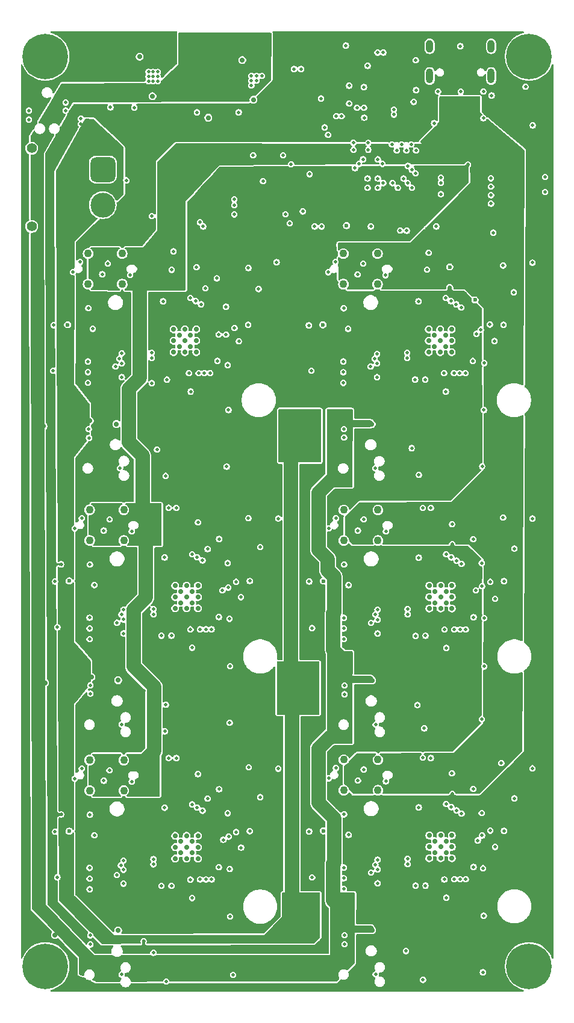
<source format=gbr>
%TF.GenerationSoftware,KiCad,Pcbnew,9.0.0*%
%TF.CreationDate,2025-05-26T21:07:57+04:00*%
%TF.ProjectId,Dumpling_Main,44756d70-6c69-46e6-975f-4d61696e2e6b,rev?*%
%TF.SameCoordinates,Original*%
%TF.FileFunction,Copper,L3,Inr*%
%TF.FilePolarity,Positive*%
%FSLAX46Y46*%
G04 Gerber Fmt 4.6, Leading zero omitted, Abs format (unit mm)*
G04 Created by KiCad (PCBNEW 9.0.0) date 2025-05-26 21:07:57*
%MOMM*%
%LPD*%
G01*
G04 APERTURE LIST*
G04 Aperture macros list*
%AMRoundRect*
0 Rectangle with rounded corners*
0 $1 Rounding radius*
0 $2 $3 $4 $5 $6 $7 $8 $9 X,Y pos of 4 corners*
0 Add a 4 corners polygon primitive as box body*
4,1,4,$2,$3,$4,$5,$6,$7,$8,$9,$2,$3,0*
0 Add four circle primitives for the rounded corners*
1,1,$1+$1,$2,$3*
1,1,$1+$1,$4,$5*
1,1,$1+$1,$6,$7*
1,1,$1+$1,$8,$9*
0 Add four rect primitives between the rounded corners*
20,1,$1+$1,$2,$3,$4,$5,0*
20,1,$1+$1,$4,$5,$6,$7,0*
20,1,$1+$1,$6,$7,$8,$9,0*
20,1,$1+$1,$8,$9,$2,$3,0*%
G04 Aperture macros list end*
%TA.AperFunction,ComponentPad*%
%ADD10C,1.100000*%
%TD*%
%TA.AperFunction,ComponentPad*%
%ADD11C,0.800000*%
%TD*%
%TA.AperFunction,ComponentPad*%
%ADD12C,6.400000*%
%TD*%
%TA.AperFunction,HeatsinkPad*%
%ADD13C,1.100000*%
%TD*%
%TA.AperFunction,ComponentPad*%
%ADD14O,1.000000X2.100000*%
%TD*%
%TA.AperFunction,ComponentPad*%
%ADD15O,1.000000X1.800000*%
%TD*%
%TA.AperFunction,ComponentPad*%
%ADD16C,1.400000*%
%TD*%
%TA.AperFunction,ComponentPad*%
%ADD17RoundRect,0.770000X0.980000X-0.980000X0.980000X0.980000X-0.980000X0.980000X-0.980000X-0.980000X0*%
%TD*%
%TA.AperFunction,ComponentPad*%
%ADD18C,3.500000*%
%TD*%
%TA.AperFunction,ViaPad*%
%ADD19C,0.500000*%
%TD*%
%TA.AperFunction,ViaPad*%
%ADD20C,0.700000*%
%TD*%
%TA.AperFunction,ViaPad*%
%ADD21C,0.600000*%
%TD*%
%TA.AperFunction,Conductor*%
%ADD22C,2.000000*%
%TD*%
%TA.AperFunction,Conductor*%
%ADD23C,1.000000*%
%TD*%
G04 APERTURE END LIST*
D10*
%TO.N,GND*%
%TO.C,J20*%
X138949170Y-146934422D03*
X138949170Y-151234422D03*
X143749170Y-146934422D03*
X143749170Y-151234422D03*
%TD*%
D11*
%TO.N,N/C*%
%TO.C,H1*%
X94600000Y-48000000D03*
X95302944Y-46302944D03*
X95302944Y-49697056D03*
X97000000Y-45600000D03*
D12*
X97000000Y-48000000D03*
D11*
X97000000Y-50400000D03*
X98697056Y-46302944D03*
X98697056Y-49697056D03*
X99400000Y-48000000D03*
%TD*%
%TO.N,N/C*%
%TO.C,H4*%
X162600000Y-48000000D03*
X163302944Y-46302944D03*
X163302944Y-49697056D03*
X165000000Y-45600000D03*
D12*
X165000000Y-48000000D03*
D11*
X165000000Y-50400000D03*
X166697056Y-46302944D03*
X166697056Y-49697056D03*
X167400000Y-48000000D03*
%TD*%
D10*
%TO.N,GND*%
%TO.C,J8*%
X103005500Y-75719500D03*
X103005500Y-80019500D03*
X107805500Y-75719500D03*
X107805500Y-80019500D03*
%TD*%
%TO.N,GND*%
%TO.C,J17*%
X103229352Y-146977298D03*
X103229352Y-151277298D03*
X108029352Y-146977298D03*
X108029352Y-151277298D03*
%TD*%
D13*
%TO.N,GND*%
%TO.C,J23*%
X138891670Y-75730048D03*
X138891670Y-80030048D03*
X143691670Y-75730048D03*
X143691670Y-80030048D03*
%TD*%
D11*
%TO.N,N/C*%
%TO.C,H2*%
X162600000Y-176000000D03*
X163302944Y-174302944D03*
X163302944Y-177697056D03*
X165000000Y-173600000D03*
D12*
X165000000Y-176000000D03*
D11*
X165000000Y-178400000D03*
X166697056Y-174302944D03*
X166697056Y-177697056D03*
X167400000Y-176000000D03*
%TD*%
D14*
%TO.N,GND*%
%TO.C,J3*%
X159670000Y-50740000D03*
D15*
X159670000Y-46540000D03*
D14*
X151030000Y-50740000D03*
D15*
X151030000Y-46540000D03*
%TD*%
D10*
%TO.N,GND*%
%TO.C,J11*%
X103229352Y-111777298D03*
X103229352Y-116077298D03*
X108029352Y-111777298D03*
X108029352Y-116077298D03*
%TD*%
D11*
%TO.N,N/C*%
%TO.C,H3*%
X94600000Y-176000000D03*
X95302944Y-174302944D03*
X95302944Y-177697056D03*
X97000000Y-173600000D03*
D12*
X97000000Y-176000000D03*
D11*
X97000000Y-178400000D03*
X98697056Y-174302944D03*
X98697056Y-177697056D03*
X99400000Y-176000000D03*
%TD*%
D16*
%TO.N,*%
%TO.C,J4*%
X95075000Y-71900000D03*
X95075000Y-60900000D03*
D17*
%TO.N,GND*%
X105075000Y-63900000D03*
D18*
%TO.N,Net-(J4-P)*%
X105075000Y-68900000D03*
%TD*%
D10*
%TO.N,GND*%
%TO.C,J14*%
X138949170Y-111787845D03*
X138949170Y-116087845D03*
X143749170Y-111787845D03*
X143749170Y-116087845D03*
%TD*%
D19*
%TO.N,NRST*%
X142400000Y-61100000D03*
X131970000Y-49755000D03*
X94700000Y-55600000D03*
D20*
%TO.N,GND*%
X150905075Y-86391643D03*
X118442757Y-159238893D03*
D19*
X164500000Y-52225000D03*
X102123852Y-112957798D03*
X134093670Y-121868345D03*
X111500000Y-51459500D03*
X165461170Y-77000000D03*
X158343670Y-119268345D03*
X107500000Y-105900000D03*
X98373852Y-157057798D03*
D20*
X118218905Y-86381095D03*
X151705075Y-87191643D03*
D19*
X127597500Y-65520000D03*
X103325000Y-137625000D03*
X102123852Y-148157798D03*
D20*
X117418905Y-87181095D03*
D19*
X100900000Y-78325000D03*
X103325000Y-172925000D03*
X108925000Y-78750000D03*
D20*
X152505075Y-89591643D03*
X150962575Y-125649440D03*
D19*
X158575000Y-52900000D03*
D20*
X152562575Y-124049440D03*
D19*
X158700000Y-91120000D03*
X143443670Y-177114922D03*
X103100000Y-100400000D03*
X150268670Y-142525000D03*
X107973852Y-129157798D03*
D20*
X153305075Y-88791643D03*
X116042757Y-123238893D03*
D19*
X136786170Y-78335548D03*
X123550000Y-70201000D03*
D20*
X115018905Y-89581095D03*
D19*
X134093670Y-157014922D03*
X138986170Y-100410548D03*
X103223852Y-165157798D03*
X143636170Y-93110548D03*
X138943670Y-128468345D03*
X122750000Y-97725000D03*
X158368670Y-141225000D03*
D20*
X116042757Y-160038893D03*
D19*
X111950000Y-70450000D03*
X149043670Y-164635904D03*
D20*
X116042757Y-124838893D03*
D19*
X122400000Y-83200000D03*
X149511170Y-106843905D03*
X113925000Y-106996309D03*
X158636170Y-97735548D03*
X107750000Y-93100000D03*
X112800000Y-50159500D03*
D20*
X118442757Y-160838893D03*
D19*
X149492261Y-153641331D03*
D20*
X115242757Y-157638893D03*
X150962575Y-160796017D03*
D19*
X149434761Y-82436957D03*
X138943670Y-129968345D03*
X126225000Y-61875000D03*
X143693670Y-129168345D03*
X141825000Y-56600000D03*
X112150000Y-50809500D03*
D20*
X116618905Y-89581095D03*
X116618905Y-86381095D03*
D19*
X139043670Y-172900000D03*
D20*
X118218905Y-89581095D03*
D19*
X136275000Y-57965000D03*
D20*
X115818905Y-87181095D03*
D19*
X112800000Y-50809500D03*
D20*
X118442757Y-125638893D03*
X116842757Y-157638893D03*
D19*
X103050000Y-83400000D03*
X138886170Y-92410548D03*
D20*
X115242757Y-124038893D03*
X153362575Y-158396017D03*
D19*
X103323852Y-136457798D03*
D20*
X152562575Y-125649440D03*
X115818905Y-88781095D03*
D19*
X140525000Y-63700000D03*
X150056170Y-146639922D03*
X138937575Y-126962250D03*
X148775000Y-54375000D03*
X112150000Y-51459500D03*
X158506095Y-176843905D03*
X141800000Y-52300000D03*
X158631170Y-168877422D03*
D20*
X118442757Y-157638893D03*
D19*
X114336352Y-146682798D03*
D20*
X118218905Y-87981095D03*
D19*
X151950000Y-71900000D03*
X135750000Y-53900000D03*
X111500000Y-50809500D03*
X122906095Y-141722596D03*
X138936170Y-83410548D03*
X112150000Y-50159500D03*
X122500000Y-105700000D03*
X114336352Y-111482798D03*
X157143670Y-115893345D03*
X137843670Y-112968345D03*
X144811170Y-78760548D03*
X129748852Y-148187798D03*
X129748852Y-112987798D03*
X121100000Y-79200000D03*
X144868670Y-149964922D03*
X126680000Y-51379500D03*
D20*
X150962575Y-159196017D03*
X150962575Y-124049440D03*
D19*
X137843670Y-148114922D03*
X94700000Y-56870000D03*
X150100000Y-177900000D03*
X152200000Y-52900000D03*
X151650000Y-57375000D03*
X111975000Y-93950000D03*
D20*
X116042757Y-158438893D03*
D19*
X122623852Y-119257798D03*
X113323852Y-129478780D03*
X103000000Y-93900000D03*
X103223852Y-128457798D03*
X138943670Y-163614922D03*
X134155000Y-64550000D03*
X117425000Y-95125000D03*
X143443670Y-141968345D03*
X122925000Y-162300000D03*
D20*
X152562575Y-159196017D03*
D19*
X143386170Y-105910548D03*
X155400000Y-52900000D03*
D20*
X117418905Y-88781095D03*
X154105075Y-86391643D03*
D19*
X103273852Y-154657798D03*
X139050000Y-137725000D03*
X125955000Y-51379500D03*
D20*
X115242757Y-122438893D03*
D19*
X113323852Y-164678780D03*
D20*
X151705075Y-88791643D03*
D19*
X139043670Y-136468345D03*
X103000000Y-92400000D03*
D20*
X117642757Y-158438893D03*
D19*
X165468670Y-148144922D03*
D20*
X116842757Y-159238893D03*
D19*
X143693670Y-164314922D03*
D20*
X116618905Y-87981095D03*
D19*
X103125000Y-101650000D03*
D21*
X157400000Y-82250000D03*
D19*
X153368670Y-131193345D03*
D20*
X117642757Y-160038893D03*
D19*
X132930000Y-49755000D03*
X150056170Y-111493345D03*
X102993905Y-90893905D03*
X107973852Y-164357798D03*
D20*
X115242757Y-159238893D03*
X151762575Y-158396017D03*
X154162575Y-125649440D03*
D19*
X122973852Y-168982798D03*
D20*
X117642757Y-124838893D03*
D19*
X121423852Y-115882798D03*
X158693670Y-133793345D03*
X101123852Y-149582798D03*
X153368670Y-166339922D03*
D20*
X152505075Y-87991643D03*
X154162575Y-124049440D03*
D19*
X123406095Y-177193905D03*
X136843670Y-114393345D03*
X103217757Y-162151703D03*
X148986170Y-93431530D03*
X133195000Y-69800000D03*
X165468670Y-112998345D03*
X114006095Y-178143905D03*
X136843670Y-149539922D03*
X113548591Y-82426409D03*
D20*
X116842757Y-122438893D03*
D19*
X155350000Y-46540000D03*
D20*
X115018905Y-87981095D03*
D19*
X149043655Y-129500000D03*
D20*
X154162575Y-157596017D03*
D19*
X158406095Y-105643905D03*
D20*
X115242757Y-160838893D03*
X153362575Y-124849440D03*
D19*
X113772443Y-118484207D03*
X103223852Y-163657798D03*
X101123852Y-114382798D03*
X149075000Y-48500000D03*
X167250000Y-67050000D03*
X113772443Y-153684207D03*
D20*
X116842757Y-124038893D03*
D19*
X142300000Y-49300000D03*
X125955000Y-52079500D03*
X125955000Y-50704500D03*
D20*
X151762575Y-123249440D03*
D19*
X139043670Y-171614922D03*
D20*
X152505075Y-86391643D03*
D19*
X112800000Y-51459500D03*
D20*
X116842757Y-160838893D03*
D19*
X101900000Y-76900000D03*
X117648852Y-166382798D03*
X122973852Y-133782798D03*
X103217757Y-126951703D03*
D20*
X151762575Y-159996017D03*
X116842757Y-125638893D03*
D19*
X138886170Y-93910548D03*
D20*
X154162575Y-159196017D03*
D19*
X122625000Y-91400000D03*
X126680000Y-50704500D03*
X122900000Y-127100000D03*
X114750000Y-78000000D03*
X150653907Y-77970995D03*
X158525000Y-162200000D03*
X103223852Y-129957798D03*
X158343670Y-154414922D03*
D20*
X154105075Y-87991643D03*
D19*
X122623852Y-154457798D03*
X144868670Y-114818345D03*
X165512500Y-57687500D03*
X103323852Y-171657798D03*
X98373852Y-121857798D03*
X138937575Y-162108827D03*
X109148852Y-114807798D03*
X103273852Y-119457798D03*
X117648852Y-131182798D03*
D20*
X118442757Y-124038893D03*
D19*
X159975000Y-72775000D03*
D20*
X151762575Y-124849440D03*
X152562575Y-157596017D03*
X152562575Y-160796017D03*
X117642757Y-123238893D03*
X118442757Y-122438893D03*
D19*
X98150000Y-85800000D03*
X134036170Y-85810548D03*
X129525000Y-76930000D03*
X137786170Y-76910548D03*
X138880075Y-90904453D03*
X138943670Y-165114922D03*
X111500000Y-50159500D03*
D20*
X154162575Y-160796017D03*
D19*
X113806095Y-142943905D03*
D20*
X150905075Y-87991643D03*
D19*
X153311170Y-95135548D03*
D20*
X154105075Y-89591643D03*
X154162575Y-122449440D03*
D19*
X139000000Y-101600000D03*
X138993670Y-154614922D03*
X107723852Y-141957798D03*
D21*
X139340000Y-71787500D03*
D20*
X150905075Y-89591643D03*
X152562575Y-122449440D03*
D19*
X107723852Y-177157798D03*
D20*
X115242757Y-125638893D03*
D19*
X149492261Y-118494754D03*
X157143670Y-151039922D03*
X138993670Y-119468345D03*
X109148852Y-150007798D03*
D20*
X153362575Y-159996017D03*
D19*
X158700000Y-127000000D03*
X127455000Y-50704500D03*
D20*
X153362575Y-123249440D03*
X153305075Y-87191643D03*
D19*
X121423852Y-151082798D03*
D20*
X150962575Y-122449440D03*
X115018905Y-86381095D03*
X150962575Y-157596017D03*
D19*
%TO.N,co1_NRST*%
X117175000Y-92530913D03*
X142750000Y-71900000D03*
X112700000Y-103300000D03*
%TO.N,VIN*%
X102000000Y-59000000D03*
D20*
X135177190Y-171922810D03*
D19*
X102750000Y-58250000D03*
D20*
X135077190Y-136722810D03*
D19*
X103500000Y-59000000D03*
X102750000Y-59750000D03*
D20*
X103250000Y-99250000D03*
D19*
X102000000Y-58250000D03*
X102000000Y-56750000D03*
X103500000Y-59750000D03*
X103500000Y-58250000D03*
D20*
X103473852Y-170507798D03*
D19*
X102750000Y-57500000D03*
X104250000Y-59750000D03*
X102000000Y-57500000D03*
X104250000Y-59000000D03*
D20*
X103473852Y-135307798D03*
D19*
X102750000Y-59000000D03*
D20*
X134877190Y-100722810D03*
D19*
X105000000Y-59750000D03*
X102000000Y-59750000D03*
%TO.N,+5V*%
X118950000Y-47750000D03*
X119700000Y-46250000D03*
D20*
X96950000Y-136100000D03*
X107000000Y-99700000D03*
D19*
X118950000Y-47000000D03*
X139250000Y-46450000D03*
X117450000Y-48500000D03*
D20*
X142886170Y-99710548D03*
D19*
X116700000Y-48500000D03*
D20*
X142943670Y-135768345D03*
D19*
X118200000Y-47750000D03*
D20*
X98350000Y-171600000D03*
X107223852Y-170957798D03*
D19*
X118200000Y-45500000D03*
X127950000Y-45249982D03*
X119700000Y-48500000D03*
X116700000Y-46250000D03*
X118200000Y-46250000D03*
X116700000Y-45500000D03*
D20*
X127980000Y-45979500D03*
D19*
X118200000Y-48500000D03*
X118200000Y-47000000D03*
X118950000Y-45500000D03*
X118950000Y-48500000D03*
D20*
X107223852Y-135757798D03*
D19*
X117450000Y-45500000D03*
X119700000Y-47000000D03*
X118950000Y-46250000D03*
X117450000Y-47000000D03*
X117450000Y-46250000D03*
D20*
X96750000Y-100000000D03*
D19*
X116700000Y-47000000D03*
X116700000Y-47750000D03*
X119700000Y-45500000D03*
D20*
X119900000Y-56600000D03*
D19*
X119700000Y-47750000D03*
X159750000Y-53475000D03*
X117450000Y-47750000D03*
D20*
X142943670Y-170914922D03*
D19*
%TO.N,co2_NRST*%
X153061170Y-92541461D03*
X148500000Y-103100000D03*
X145800000Y-65800000D03*
%TO.N,co3_NRST*%
X113950000Y-139200000D03*
X117398852Y-128588711D03*
X146550000Y-66450000D03*
%TO.N,co4_NRST*%
X149300000Y-139231655D03*
X153118670Y-128599258D03*
X144380913Y-63094087D03*
%TO.N,co5_NRST*%
X146000000Y-56162837D03*
X117398852Y-163788711D03*
X112200000Y-174100000D03*
%TO.N,co6_NRST*%
X153082252Y-163782252D03*
X146000000Y-55462834D03*
X147700000Y-173839221D03*
%TO.N,VBUS*%
X111737500Y-77950000D03*
X147681170Y-114018345D03*
X106500000Y-75900000D03*
X140241670Y-80010548D03*
X147681170Y-149164922D03*
D20*
X114050000Y-62937500D03*
X157750000Y-54137500D03*
X152950000Y-54137500D03*
D19*
X111961352Y-114007798D03*
X106723852Y-111957798D03*
X104355500Y-80000000D03*
X142386170Y-75910548D03*
X111961352Y-149207798D03*
X140299170Y-116068345D03*
X106723852Y-147157798D03*
X142443670Y-111968345D03*
X104579352Y-116057798D03*
X140299170Y-151214922D03*
X142443670Y-147114922D03*
X104579352Y-151257798D03*
X147623670Y-77960548D03*
%TO.N,RGB_LED*%
X130425000Y-61900000D03*
X140297250Y-60127520D03*
D21*
%TO.N,co1_RGB_LED*%
X100132095Y-85724000D03*
D19*
X123600000Y-86200000D03*
%TO.N,co2_RGB_LED*%
X159487731Y-85700000D03*
D21*
X136018265Y-85734548D03*
%TO.N,co3_RGB_LED*%
X100355947Y-121781798D03*
D19*
X123823852Y-121900000D03*
D21*
%TO.N,co4_RGB_LED*%
X136075765Y-121792345D03*
D19*
X159543670Y-121900000D03*
%TO.N,co5_RGB_LED*%
X123823852Y-157100000D03*
D21*
X100355947Y-156981798D03*
%TO.N,co6_RGB_LED*%
X136075765Y-156938922D03*
D19*
X159543670Y-156900000D03*
%TO.N,SWDIO*%
X99850000Y-54475000D03*
X149100000Y-61200000D03*
%TO.N,SWCLK*%
X148420924Y-60350000D03*
X99850000Y-55600000D03*
%TO.N,SDIO_D3*%
X159650000Y-66300000D03*
X147070924Y-60350000D03*
%TO.N,SDIO_D2*%
X159625000Y-65125000D03*
X147750000Y-61200000D03*
%TO.N,SDIO_CLK*%
X146400000Y-61200000D03*
X159650000Y-67500000D03*
%TO.N,SDIO_CMD*%
X145720924Y-60350000D03*
X167250000Y-64950000D03*
%TO.N,co2_USB_D-_ESD*%
X140881670Y-78640048D03*
X141671670Y-77120048D03*
X150886170Y-75600000D03*
%TO.N,co1_gpio1*%
X118550000Y-92525000D03*
X107750000Y-91150000D03*
%TO.N,co1_gpio2*%
X119350000Y-92525000D03*
X107400000Y-90500000D03*
%TO.N,co1_gpio3*%
X120156095Y-92525000D03*
X107750000Y-89750000D03*
%TO.N,co1_pwr_cyc*%
X121375000Y-87100000D03*
X106850000Y-91600000D03*
%TO.N,co1_gpio4*%
X121200000Y-90806095D03*
X103673905Y-86300000D03*
%TO.N,co1_USB_D-_ESD*%
X105785500Y-77109500D03*
X104995500Y-78629500D03*
X115000000Y-75400000D03*
%TO.N,co2_gpio4*%
X157100000Y-90825000D03*
X139560075Y-86310548D03*
%TO.N,co2_gpio1*%
X154436170Y-92535548D03*
X143637517Y-91160480D03*
%TO.N,co2_pwr_cyc*%
X142736170Y-91610548D03*
X157600000Y-87000000D03*
%TO.N,co2_gpio3*%
X156042265Y-92535548D03*
X143636170Y-89860548D03*
%TO.N,co2_gpio2*%
X143300000Y-90510548D03*
X155236170Y-92535548D03*
%TO.N,co3_USB_D-_ESD*%
X106029352Y-113100000D03*
X115400000Y-111500000D03*
X105219352Y-114687298D03*
%TO.N,co3_gpio1*%
X107973852Y-127207798D03*
X118773852Y-128582798D03*
%TO.N,co3_gpio3*%
X107973852Y-125807798D03*
X120379947Y-128582798D03*
%TO.N,co3_pwr_cyc*%
X107073852Y-127657798D03*
X121900000Y-123100000D03*
%TO.N,co3_gpio2*%
X119573852Y-128582798D03*
X107700000Y-126500000D03*
%TO.N,co3_gpio4*%
X103897757Y-122357798D03*
X121400000Y-126863893D03*
%TO.N,co4_USB_D-_ESD*%
X140939170Y-114697845D03*
X141749170Y-113100000D03*
X151200000Y-111500000D03*
%TO.N,co4_gpio3*%
X143693670Y-125800000D03*
X156099765Y-128593345D03*
%TO.N,co4_gpio2*%
X155293670Y-128593345D03*
X143400000Y-126500000D03*
%TO.N,co4_gpio1*%
X143693670Y-127218345D03*
X154493670Y-128593345D03*
%TO.N,co4_pwr_cyc*%
X157500000Y-123100000D03*
X142793670Y-127668345D03*
%TO.N,co4_gpio4*%
X139617575Y-122368345D03*
X157200000Y-126874440D03*
%TO.N,co5_USB_D-_ESD*%
X106021477Y-148407875D03*
X115400000Y-146700000D03*
X105219352Y-149887298D03*
%TO.N,co5_gpio1*%
X107973852Y-162407798D03*
X118773852Y-163782798D03*
%TO.N,co5_gpio3*%
X120379947Y-163782798D03*
X107981926Y-161112344D03*
%TO.N,co5_pwr_cyc*%
X122000000Y-158200000D03*
X107050000Y-163150000D03*
%TO.N,co5_gpio4*%
X103897757Y-157557798D03*
X121400000Y-162063893D03*
%TO.N,co5_gpio2*%
X119573852Y-163782798D03*
X107623852Y-161801581D03*
%TO.N,co6_USB_D-_ESD*%
X151200000Y-146700000D03*
X140939170Y-149844422D03*
X141749170Y-148300000D03*
%TO.N,co6_gpio3*%
X143693670Y-161000000D03*
X156099765Y-163739922D03*
%TO.N,co6_gpio4*%
X157200000Y-162021017D03*
X139617575Y-157514922D03*
%TO.N,co6_gpio2*%
X155293670Y-163739922D03*
X143400000Y-161714922D03*
%TO.N,co6_pwr_cyc*%
X142793670Y-162814922D03*
X157800000Y-158300000D03*
%TO.N,co6_gpio1*%
X154493670Y-163739922D03*
X143693670Y-162364922D03*
%TO.N,VBAT*%
X108375000Y-65425000D03*
%TO.N,BOOT0*%
X142400000Y-60150000D03*
X139700000Y-54615000D03*
%TO.N,Net-(SW1-B)*%
X158575000Y-56675000D03*
X139700000Y-52090000D03*
%TO.N,buzzer*%
X140306587Y-61106587D03*
X131550000Y-63150000D03*
%TO.N,co1_FLASH_HOLD*%
X111966457Y-89656251D03*
X125550000Y-77750000D03*
%TO.N,co1_FLASH_WP*%
X118250000Y-77650000D03*
X114100000Y-93450000D03*
%TO.N,I2C1_SDA*%
X118750000Y-71325000D03*
X140800000Y-55200000D03*
%TO.N,I2C1_SCL*%
X141800000Y-55187500D03*
X119187500Y-71900000D03*
%TO.N,I2C2_SDA*%
X147918670Y-126468345D03*
X112198852Y-161657798D03*
X112198852Y-126457798D03*
X111975000Y-90400000D03*
X147918670Y-161614922D03*
X147861170Y-90410548D03*
X147800000Y-72500000D03*
%TO.N,I2C2_SCL*%
X122773852Y-157750000D03*
X158400000Y-122500000D03*
X146885000Y-72485000D03*
X158400000Y-157600000D03*
X158225000Y-86425000D03*
X122700000Y-122700000D03*
X122400000Y-87125000D03*
%TO.N,Trigger*%
X160212083Y-124273440D03*
X160144087Y-88019087D03*
X124500000Y-124050000D03*
X124200000Y-88050000D03*
X124525000Y-159300000D03*
X136750000Y-59000000D03*
X160213083Y-159200000D03*
%TO.N,co2_FLASH_HOLD*%
X161350000Y-77400000D03*
X147852627Y-89666799D03*
D21*
%TO.N,co2_FLASH_WP*%
X153850000Y-77600000D03*
D19*
X150386158Y-93435481D03*
%TO.N,co3_FLASH_HOLD*%
X112190309Y-125714049D03*
X125550000Y-112950000D03*
%TO.N,co3_FLASH_WP*%
X118450000Y-113550000D03*
X114723840Y-129482731D03*
%TO.N,co4_FLASH_HOLD*%
X161350000Y-112850000D03*
X147910127Y-125724596D03*
%TO.N,co4_FLASH_WP*%
X150443658Y-129493278D03*
X154172610Y-113776947D03*
%TO.N,co5_FLASH_HOLD*%
X125600000Y-148000000D03*
X112190309Y-160914049D03*
%TO.N,co5_FLASH_WP*%
X118450000Y-148950000D03*
X114723840Y-164682731D03*
%TO.N,co6_FLASH_HOLD*%
X147910127Y-160871173D03*
X161100000Y-147400000D03*
%TO.N,co6_FLASH_WP*%
X154150000Y-148850000D03*
X150443658Y-164639855D03*
%TO.N,SPI1_MOSI*%
X143750000Y-66450000D03*
X131350000Y-71450000D03*
%TO.N,SPI1_MISO*%
X123550000Y-68925000D03*
X143750000Y-65150000D03*
%TO.N,SPI1_SCK*%
X130750000Y-70200000D03*
X142300000Y-66475000D03*
%TO.N,SPI1_NSS*%
X142300000Y-65150000D03*
X123550000Y-68100000D03*
%TO.N,SPI2_MOSI*%
X153286170Y-81960548D03*
X117400000Y-81950000D03*
X117623852Y-118007798D03*
X147350000Y-65150000D03*
X153343670Y-118018345D03*
X153343670Y-153164922D03*
X117623852Y-153207798D03*
%TO.N,SPI2_MISO*%
X154068670Y-153614922D03*
X118348852Y-118457798D03*
X147950000Y-65800000D03*
X154011170Y-82410548D03*
X118348852Y-153657798D03*
X154068670Y-118468345D03*
X118125000Y-82400000D03*
%TO.N,SPI2_SCK*%
X154761170Y-82860548D03*
X118875000Y-82850000D03*
X154818670Y-118918345D03*
X119098852Y-118907798D03*
X148536826Y-66463174D03*
X154818670Y-154064922D03*
X119098852Y-154107798D03*
%TO.N,SPI2_NSS1*%
X119500000Y-80600000D03*
X98100000Y-92200000D03*
X135850000Y-71900000D03*
%TO.N,SPI2_NSS3*%
X98700000Y-128300000D03*
X119798852Y-117300000D03*
X134850000Y-71900000D03*
%TO.N,co3_SPI1_MOSI*%
X125742265Y-121789385D03*
X127211352Y-117000000D03*
%TO.N,co1_SPI1_MOSI*%
X126975000Y-80700000D03*
X125518413Y-85731587D03*
%TO.N,SPI2_NSS2*%
X155461170Y-83310548D03*
X134400000Y-92210548D03*
X152600000Y-67350000D03*
%TO.N,SPI2_NSS4*%
X155518670Y-119368345D03*
X152600000Y-65750003D03*
X134500000Y-128400000D03*
%TO.N,co4_SPI1_MOSI*%
X162918670Y-117218345D03*
X161462083Y-121799932D03*
%TO.N,co2_SPI1_MOSI*%
X162861170Y-81160548D03*
X161404583Y-85742135D03*
%TO.N,SPI2_NSS5*%
X119798852Y-152400000D03*
X144500000Y-65800000D03*
X98700000Y-163457798D03*
%TO.N,co5_SPI1_MOSI*%
X127211352Y-152200000D03*
X125742265Y-156989385D03*
%TO.N,SPI2_NSS6*%
X155518670Y-154514922D03*
X143750000Y-62463174D03*
X134500000Y-163500000D03*
%TO.N,co6_SPI1_MOSI*%
X162918670Y-152364922D03*
X161462083Y-156946509D03*
%TO.N,USART_TX*%
X137900000Y-56400000D03*
X141075000Y-63100000D03*
%TO.N,I2C3_SDA*%
X149038654Y-64442168D03*
X143696733Y-47446680D03*
%TO.N,USART_RX*%
X141650000Y-62450000D03*
X138650000Y-56400000D03*
D20*
%TO.N,Net-(U25-SW)*%
X110250000Y-48019000D03*
X112050000Y-53569000D03*
%TO.N,Net-(U26-SW)*%
X124680000Y-48489000D03*
X126261000Y-54070000D03*
D19*
%TO.N,Net-(U25-EN)*%
X106150000Y-55150000D03*
X109499000Y-55169000D03*
%TO.N,Net-(U26-EN)*%
X124180000Y-55839000D03*
X118300000Y-55850000D03*
%TO.N,I2C3_SCL*%
X148500000Y-63900000D03*
X144509880Y-47446707D03*
%TO.N,IMU_INT*%
X149100000Y-52710000D03*
X147968506Y-63378321D03*
%TO.N,SDIO_D7*%
X152600000Y-65050000D03*
X159650000Y-68700000D03*
%TO.N,+3V3*%
X122100000Y-127300000D03*
X121374936Y-64950064D03*
X154931095Y-176818905D03*
X141992261Y-143694754D03*
X154193670Y-116593345D03*
X121623852Y-118257798D03*
X141992261Y-178841331D03*
X99223852Y-119438915D03*
X146594670Y-167928831D03*
X103250000Y-47000000D03*
X112223852Y-162457798D03*
X165518670Y-114118345D03*
X110651000Y-96713909D03*
X118250000Y-80525000D03*
X146537170Y-96724457D03*
X102500000Y-47000000D03*
X129100000Y-59700000D03*
X129798852Y-149307798D03*
X105500000Y-47000000D03*
X117500000Y-115600000D03*
X122400000Y-82400000D03*
X102500000Y-46250000D03*
X142750000Y-70900000D03*
X148568670Y-153639922D03*
X102500000Y-45500000D03*
X104000000Y-47000000D03*
X112848852Y-118482798D03*
X165462083Y-147171509D03*
X138950000Y-58955000D03*
X154831095Y-105618905D03*
X105500000Y-47750000D03*
X141055243Y-56568407D03*
X104750000Y-47000000D03*
X129742265Y-112014385D03*
X104750000Y-47750000D03*
X146594670Y-132782254D03*
X150000000Y-71900000D03*
X165518670Y-149264922D03*
X99223852Y-154638915D03*
X121625000Y-91400000D03*
X105500000Y-48500000D03*
X154193670Y-151739922D03*
X149743656Y-129494218D03*
X106048591Y-107626409D03*
X147943670Y-162414922D03*
X165461170Y-76000000D03*
X118700000Y-173800000D03*
X158575000Y-55075000D03*
X101750000Y-47750000D03*
X114023838Y-129483671D03*
X165462083Y-112024932D03*
X143543670Y-120568345D03*
X107823852Y-155757798D03*
X157343670Y-118268345D03*
X111950000Y-71200003D03*
X148568670Y-118493345D03*
X114023838Y-164683671D03*
X104000000Y-48500000D03*
X143486170Y-84510548D03*
X145900000Y-72500000D03*
X144970000Y-53900000D03*
X157800000Y-162600000D03*
X102500000Y-47750000D03*
X107600000Y-84500000D03*
X105500000Y-46250000D03*
X98000000Y-84500000D03*
X140800000Y-52300000D03*
X103250000Y-48500000D03*
X122100000Y-162500000D03*
X156400000Y-63200000D03*
X110823852Y-172457798D03*
X149743656Y-164640795D03*
D21*
X153850000Y-80500000D03*
D19*
X101750000Y-45500000D03*
X106272443Y-178884207D03*
X150550000Y-68275000D03*
D21*
X156400000Y-82250000D03*
D19*
X110823852Y-137257798D03*
X101750000Y-48500000D03*
X112223852Y-127257798D03*
X118297500Y-69525000D03*
X102500000Y-48500000D03*
X148511170Y-82435548D03*
X149100000Y-51690000D03*
X129742265Y-147214385D03*
X147886170Y-91210548D03*
X150750000Y-57375000D03*
X105500000Y-45500000D03*
X112000000Y-91200000D03*
X146486170Y-101210548D03*
X103250000Y-47750000D03*
X129575000Y-78050000D03*
X146543670Y-137268345D03*
X107823852Y-120557798D03*
X157343670Y-153414922D03*
X101750000Y-47000000D03*
X110874852Y-167971707D03*
X134886170Y-83391665D03*
X157700000Y-91300000D03*
X119331095Y-141697596D03*
X104750000Y-45500000D03*
X104000000Y-47750000D03*
X127600000Y-67525000D03*
X149686156Y-93436421D03*
X129798852Y-114107798D03*
X120300000Y-70160000D03*
X129518413Y-75956587D03*
X101750000Y-46250000D03*
X143543670Y-155714922D03*
X106272443Y-143684207D03*
X146543670Y-172414922D03*
X165461170Y-78250000D03*
X104000000Y-45500000D03*
X112625000Y-82425000D03*
X104000000Y-46250000D03*
X134943670Y-119449462D03*
X167250000Y-66000000D03*
X103250000Y-46250000D03*
X157900000Y-127300000D03*
X154793670Y-141200000D03*
X110600000Y-101200000D03*
X112848852Y-153682798D03*
X117500000Y-150800000D03*
X104750000Y-46250000D03*
X147943670Y-127268345D03*
X140200000Y-70800000D03*
X118450000Y-105671309D03*
X141934761Y-107636957D03*
X103250000Y-45500000D03*
X113124127Y-93425873D03*
X110874852Y-132771707D03*
X121623852Y-153457798D03*
X134943670Y-154596039D03*
X104750000Y-48500000D03*
%TD*%
D22*
%TO.N,VIN*%
X131528886Y-103837823D02*
X131528886Y-134437823D01*
X131653886Y-139137823D02*
X131653886Y-166837823D01*
%TO.N,+5V*%
X135392670Y-152993015D02*
X137576765Y-155177110D01*
X137576765Y-121170610D02*
X137576765Y-126271036D01*
X136697500Y-120291345D02*
X137576765Y-121170610D01*
X137000000Y-143750000D02*
X137250000Y-143750000D01*
X137576765Y-155177110D02*
X137576765Y-161417613D01*
X137486575Y-131486575D02*
X138750000Y-132750000D01*
X137576765Y-161417613D02*
X137486575Y-161507803D01*
X135392670Y-109357330D02*
X135392670Y-117392670D01*
X135392670Y-117392670D02*
X136697500Y-118697500D01*
D23*
X142672556Y-170752745D02*
X140043808Y-170752745D01*
D22*
X135392670Y-145357330D02*
X135392670Y-152993015D01*
X135392670Y-145357330D02*
X137000000Y-143750000D01*
D23*
X142643260Y-135637823D02*
X140014512Y-135637823D01*
X142557634Y-99637823D02*
X139928886Y-99637823D01*
D22*
X137576765Y-126271036D02*
X137486575Y-126361226D01*
D23*
X140043808Y-170752745D02*
X139128886Y-169837823D01*
X139928886Y-99637823D02*
X139013964Y-98722901D01*
D22*
X137486575Y-126361226D02*
X137486575Y-131486575D01*
D23*
X140014512Y-135637823D02*
X139099590Y-134722901D01*
D22*
X137250000Y-107500000D02*
X135392670Y-109357330D01*
X137486575Y-166736575D02*
X138750000Y-168000000D01*
X137486575Y-161507803D02*
X137486575Y-166736575D01*
X136697500Y-118697500D02*
X136697500Y-120291345D01*
%TO.N,VBUS*%
X112274852Y-136656774D02*
X112274852Y-145725148D01*
X109423852Y-133805774D02*
X112274852Y-136656774D01*
X111130352Y-124119648D02*
X109423852Y-125826148D01*
X110653886Y-104153886D02*
X110653886Y-111812823D01*
X110653886Y-111812823D02*
X111130352Y-112289289D01*
X111130352Y-112289289D02*
X111130352Y-124119648D01*
X112274852Y-145725148D02*
X110750000Y-147250000D01*
X108750000Y-94750000D02*
X108750000Y-102250000D01*
X108750000Y-102250000D02*
X110653886Y-104153886D01*
X109423852Y-125826148D02*
X109423852Y-133805774D01*
X110250000Y-93250000D02*
X108750000Y-94750000D01*
X110250000Y-80000000D02*
X110250000Y-93250000D01*
%TD*%
%TA.AperFunction,Conductor*%
%TO.N,VBUS*%
G36*
X107406325Y-74874947D02*
G01*
X107452080Y-74927751D01*
X107462024Y-74996909D01*
X107432999Y-75060465D01*
X107408177Y-75082364D01*
X107327084Y-75136548D01*
X107327080Y-75136551D01*
X107222551Y-75241080D01*
X107222548Y-75241084D01*
X107140419Y-75363998D01*
X107140412Y-75364011D01*
X107083843Y-75500582D01*
X107083840Y-75500592D01*
X107055000Y-75645579D01*
X107055000Y-75645582D01*
X107055000Y-75793418D01*
X107055000Y-75793420D01*
X107054999Y-75793420D01*
X107083840Y-75938407D01*
X107083843Y-75938417D01*
X107140412Y-76074988D01*
X107140419Y-76075001D01*
X107222548Y-76197915D01*
X107222551Y-76197919D01*
X107327080Y-76302448D01*
X107327084Y-76302451D01*
X107449998Y-76384580D01*
X107450011Y-76384587D01*
X107586582Y-76441156D01*
X107586587Y-76441158D01*
X107586591Y-76441158D01*
X107586592Y-76441159D01*
X107731579Y-76470000D01*
X107731582Y-76470000D01*
X107879420Y-76470000D01*
X107976962Y-76450596D01*
X108024413Y-76441158D01*
X108160995Y-76384584D01*
X108283916Y-76302451D01*
X108388451Y-76197916D01*
X108470584Y-76074995D01*
X108527158Y-75938413D01*
X108556000Y-75793418D01*
X108556000Y-75645582D01*
X108556000Y-75645579D01*
X108527159Y-75500592D01*
X108527158Y-75500591D01*
X108527158Y-75500587D01*
X108527156Y-75500582D01*
X108470587Y-75364011D01*
X108470580Y-75363998D01*
X108388451Y-75241084D01*
X108388448Y-75241080D01*
X108283919Y-75136551D01*
X108283915Y-75136548D01*
X108202823Y-75082364D01*
X108158018Y-75028752D01*
X108149311Y-74959427D01*
X108179465Y-74896399D01*
X108238908Y-74859680D01*
X108271714Y-74855262D01*
X110769391Y-74855262D01*
X108654313Y-77413499D01*
X108613628Y-77436989D01*
X108613623Y-77436993D01*
X108512993Y-77537623D01*
X108512989Y-77537628D01*
X108441835Y-77660872D01*
X108441834Y-77660875D01*
X108438019Y-77675112D01*
X105808763Y-80855262D01*
X103514331Y-80855262D01*
X103447292Y-80835577D01*
X103401537Y-80782773D01*
X103391593Y-80713615D01*
X103420618Y-80650059D01*
X103445441Y-80628160D01*
X103473215Y-80609600D01*
X103483916Y-80602451D01*
X103588451Y-80497916D01*
X103670584Y-80374995D01*
X103727158Y-80238413D01*
X103756000Y-80093418D01*
X103756000Y-79945582D01*
X103756000Y-79945579D01*
X103727159Y-79800592D01*
X103727158Y-79800591D01*
X103727158Y-79800587D01*
X103727156Y-79800582D01*
X103670587Y-79664011D01*
X103670580Y-79663998D01*
X103588451Y-79541084D01*
X103588448Y-79541080D01*
X103483919Y-79436551D01*
X103483915Y-79436548D01*
X103361001Y-79354419D01*
X103360988Y-79354412D01*
X103224417Y-79297843D01*
X103224407Y-79297840D01*
X103132781Y-79279614D01*
X103070870Y-79247228D01*
X103036296Y-79186512D01*
X103032973Y-79157997D01*
X103032973Y-78570191D01*
X104545000Y-78570191D01*
X104545000Y-78688809D01*
X104575701Y-78803386D01*
X104635011Y-78906113D01*
X104718887Y-78989989D01*
X104821614Y-79049299D01*
X104936191Y-79080000D01*
X104936194Y-79080000D01*
X105054806Y-79080000D01*
X105054809Y-79080000D01*
X105169386Y-79049299D01*
X105272113Y-78989989D01*
X105355989Y-78906113D01*
X105415299Y-78803386D01*
X105446000Y-78688809D01*
X105446000Y-78570191D01*
X105415299Y-78455614D01*
X105355989Y-78352887D01*
X105272113Y-78269011D01*
X105169386Y-78209701D01*
X105054809Y-78179000D01*
X104936191Y-78179000D01*
X104821614Y-78209701D01*
X104821612Y-78209701D01*
X104821612Y-78209702D01*
X104718887Y-78269011D01*
X104718884Y-78269013D01*
X104635013Y-78352884D01*
X104635011Y-78352887D01*
X104575701Y-78455614D01*
X104545000Y-78570191D01*
X103032973Y-78570191D01*
X103032973Y-77050191D01*
X105335000Y-77050191D01*
X105335000Y-77168809D01*
X105365701Y-77283386D01*
X105425011Y-77386113D01*
X105508887Y-77469989D01*
X105611614Y-77529299D01*
X105726191Y-77560000D01*
X105726194Y-77560000D01*
X105844806Y-77560000D01*
X105844809Y-77560000D01*
X105959386Y-77529299D01*
X106062113Y-77469989D01*
X106145989Y-77386113D01*
X106205299Y-77283386D01*
X106236000Y-77168809D01*
X106236000Y-77050191D01*
X106205299Y-76935614D01*
X106145989Y-76832887D01*
X106062113Y-76749011D01*
X105959386Y-76689701D01*
X105844809Y-76659000D01*
X105726191Y-76659000D01*
X105611614Y-76689701D01*
X105611612Y-76689701D01*
X105611612Y-76689702D01*
X105508887Y-76749011D01*
X105508884Y-76749013D01*
X105425013Y-76832884D01*
X105425011Y-76832887D01*
X105365701Y-76935614D01*
X105335000Y-77050191D01*
X103032973Y-77050191D01*
X103032973Y-76581002D01*
X103052658Y-76513963D01*
X103105462Y-76468208D01*
X103132782Y-76459385D01*
X103135441Y-76458855D01*
X103224413Y-76441158D01*
X103360995Y-76384584D01*
X103483916Y-76302451D01*
X103588451Y-76197916D01*
X103670584Y-76074995D01*
X103727158Y-75938413D01*
X103756000Y-75793418D01*
X103756000Y-75645582D01*
X103756000Y-75645579D01*
X103727159Y-75500592D01*
X103727158Y-75500591D01*
X103727158Y-75500587D01*
X103727156Y-75500582D01*
X103670587Y-75364011D01*
X103670580Y-75363998D01*
X103588451Y-75241084D01*
X103588448Y-75241080D01*
X103483919Y-75136551D01*
X103483915Y-75136548D01*
X103402823Y-75082364D01*
X103358018Y-75028752D01*
X103349311Y-74959427D01*
X103379465Y-74896399D01*
X103438908Y-74859680D01*
X103471714Y-74855262D01*
X107339286Y-74855262D01*
X107406325Y-74874947D01*
G37*
%TD.AperFunction*%
%TD*%
%TA.AperFunction,Conductor*%
%TO.N,+3V3*%
G36*
X115486241Y-44470185D02*
G01*
X115531996Y-44522989D01*
X115541940Y-44592147D01*
X115531670Y-44622511D01*
X115533180Y-44623146D01*
X115530482Y-44629563D01*
X115510799Y-44696595D01*
X115510798Y-44696600D01*
X115510798Y-44696601D01*
X115505039Y-44736659D01*
X115502473Y-44754502D01*
X115502473Y-49002823D01*
X115482788Y-49069862D01*
X115462156Y-49094328D01*
X113932160Y-50493544D01*
X113736754Y-50672247D01*
X113458183Y-50927006D01*
X113395427Y-50957722D01*
X113326027Y-50949634D01*
X113272017Y-50905310D01*
X113250544Y-50838822D01*
X113250500Y-50835501D01*
X113250500Y-50750193D01*
X113250500Y-50750191D01*
X113219799Y-50635614D01*
X113219797Y-50635611D01*
X113219797Y-50635609D01*
X113219796Y-50635608D01*
X113168349Y-50546501D01*
X113151875Y-50478601D01*
X113168349Y-50422499D01*
X113219796Y-50333391D01*
X113219797Y-50333390D01*
X113219798Y-50333387D01*
X113219799Y-50333386D01*
X113250500Y-50218809D01*
X113250500Y-50100191D01*
X113219799Y-49985614D01*
X113160489Y-49882887D01*
X113076613Y-49799011D01*
X112973886Y-49739701D01*
X112859309Y-49709000D01*
X112740691Y-49709000D01*
X112626114Y-49739701D01*
X112626112Y-49739701D01*
X112626112Y-49739702D01*
X112537001Y-49791151D01*
X112469100Y-49807624D01*
X112412999Y-49791151D01*
X112358156Y-49759487D01*
X112323886Y-49739701D01*
X112209309Y-49709000D01*
X112090691Y-49709000D01*
X111976114Y-49739701D01*
X111976112Y-49739701D01*
X111976112Y-49739702D01*
X111887001Y-49791151D01*
X111819100Y-49807624D01*
X111762999Y-49791151D01*
X111708156Y-49759487D01*
X111673886Y-49739701D01*
X111559309Y-49709000D01*
X111440691Y-49709000D01*
X111326114Y-49739701D01*
X111326112Y-49739701D01*
X111326112Y-49739702D01*
X111223387Y-49799011D01*
X111223384Y-49799013D01*
X111139513Y-49882884D01*
X111139511Y-49882887D01*
X111080201Y-49985614D01*
X111049500Y-50100191D01*
X111049500Y-50218809D01*
X111080201Y-50333386D01*
X111080204Y-50333391D01*
X111131651Y-50422499D01*
X111148124Y-50490400D01*
X111131651Y-50546500D01*
X111080201Y-50635614D01*
X111049500Y-50750191D01*
X111049500Y-50868809D01*
X111080201Y-50983386D01*
X111114042Y-51042000D01*
X111131651Y-51072499D01*
X111148124Y-51140400D01*
X111131651Y-51196500D01*
X111080201Y-51285614D01*
X111049500Y-51400191D01*
X111049500Y-51400193D01*
X111049500Y-51403276D01*
X111048764Y-51405782D01*
X111048439Y-51408251D01*
X111048054Y-51408200D01*
X111029815Y-51470315D01*
X110977011Y-51516070D01*
X110925929Y-51527275D01*
X99340292Y-51567381D01*
X99340283Y-51567382D01*
X99292921Y-51573083D01*
X99292911Y-51573085D01*
X99237308Y-51586466D01*
X99223554Y-51590286D01*
X99144643Y-51636527D01*
X99093736Y-51684377D01*
X99057256Y-51730090D01*
X99057252Y-51730096D01*
X98226742Y-53145163D01*
X98175832Y-53193016D01*
X98107132Y-53205749D01*
X98042455Y-53179319D01*
X98002333Y-53122117D01*
X97995800Y-53082398D01*
X97995800Y-52986544D01*
X97995799Y-52986540D01*
X97967140Y-52842458D01*
X97910920Y-52706731D01*
X97910919Y-52706730D01*
X97910916Y-52706724D01*
X97829301Y-52584580D01*
X97829298Y-52584576D01*
X97725423Y-52480701D01*
X97725419Y-52480698D01*
X97603275Y-52399083D01*
X97603266Y-52399078D01*
X97467544Y-52342861D01*
X97467545Y-52342861D01*
X97467542Y-52342860D01*
X97467538Y-52342859D01*
X97467534Y-52342858D01*
X97323459Y-52314200D01*
X97323455Y-52314200D01*
X97176545Y-52314200D01*
X97176540Y-52314200D01*
X97032465Y-52342858D01*
X97032455Y-52342861D01*
X96896733Y-52399078D01*
X96896724Y-52399083D01*
X96774580Y-52480698D01*
X96774576Y-52480701D01*
X96670701Y-52584576D01*
X96670698Y-52584580D01*
X96589083Y-52706724D01*
X96589078Y-52706733D01*
X96532861Y-52842455D01*
X96532858Y-52842465D01*
X96504200Y-52986540D01*
X96504200Y-53133459D01*
X96532858Y-53277534D01*
X96532861Y-53277544D01*
X96589078Y-53413266D01*
X96589083Y-53413275D01*
X96670698Y-53535419D01*
X96670701Y-53535423D01*
X96774576Y-53639298D01*
X96774580Y-53639301D01*
X96896724Y-53720916D01*
X96896733Y-53720921D01*
X96909270Y-53726114D01*
X97032458Y-53777140D01*
X97176540Y-53805799D01*
X97176544Y-53805800D01*
X97176545Y-53805800D01*
X97323456Y-53805800D01*
X97323457Y-53805799D01*
X97467542Y-53777140D01*
X97603269Y-53720920D01*
X97623629Y-53707315D01*
X97690305Y-53686436D01*
X97757685Y-53704918D01*
X97804377Y-53756896D01*
X97815556Y-53825865D01*
X97799464Y-53873181D01*
X97542111Y-54311674D01*
X97465184Y-54442747D01*
X95903620Y-57103420D01*
X95903614Y-57103431D01*
X95886896Y-57139524D01*
X95886894Y-57139531D01*
X95886892Y-57139536D01*
X95884414Y-57146615D01*
X95871096Y-57184654D01*
X95869100Y-57190650D01*
X95861646Y-57281796D01*
X95861646Y-57281798D01*
X95871590Y-57350954D01*
X95878480Y-57384258D01*
X95875524Y-57384869D01*
X95878877Y-57439549D01*
X95844771Y-57500529D01*
X95826876Y-57515064D01*
X95758580Y-57560698D01*
X95758576Y-57560701D01*
X95654701Y-57664576D01*
X95654698Y-57664580D01*
X95573083Y-57786724D01*
X95573078Y-57786733D01*
X95516861Y-57922455D01*
X95516858Y-57922465D01*
X95488200Y-58066540D01*
X95488200Y-58084445D01*
X95468515Y-58151484D01*
X95415711Y-58197239D01*
X95386801Y-58206368D01*
X95358247Y-58211660D01*
X95333863Y-58217744D01*
X95333860Y-58217745D01*
X95254957Y-58263981D01*
X95254955Y-58263983D01*
X95204047Y-58311833D01*
X95167569Y-58357545D01*
X95167564Y-58357551D01*
X94743634Y-59079864D01*
X94743630Y-59079873D01*
X94722505Y-59130184D01*
X94722499Y-59130201D01*
X94705444Y-59193214D01*
X94698306Y-59247344D01*
X94699644Y-59876193D01*
X94699645Y-59876197D01*
X94704389Y-59919663D01*
X94704391Y-59919675D01*
X94714194Y-59964506D01*
X94709284Y-60034203D01*
X94667473Y-60090181D01*
X94651525Y-60100344D01*
X94648458Y-60101983D01*
X94500965Y-60200535D01*
X94500961Y-60200538D01*
X94375538Y-60325961D01*
X94375535Y-60325965D01*
X94276990Y-60473446D01*
X94276983Y-60473459D01*
X94209106Y-60637332D01*
X94209103Y-60637341D01*
X94174500Y-60811304D01*
X94174500Y-60988695D01*
X94209103Y-61162658D01*
X94209106Y-61162667D01*
X94276983Y-61326540D01*
X94276990Y-61326553D01*
X94375535Y-61474034D01*
X94375538Y-61474038D01*
X94500961Y-61599461D01*
X94500965Y-61599464D01*
X94648449Y-61698011D01*
X94653819Y-61700881D01*
X94653011Y-61702392D01*
X94701052Y-61741099D01*
X94723124Y-61807391D01*
X94718255Y-61846509D01*
X94712202Y-61867287D01*
X94704001Y-61925194D01*
X94704001Y-61925201D01*
X94723029Y-70876203D01*
X94725682Y-70900500D01*
X94727774Y-70919666D01*
X94727775Y-70919670D01*
X94735581Y-70955370D01*
X94730671Y-71025067D01*
X94688859Y-71081045D01*
X94661898Y-71096417D01*
X94648456Y-71101984D01*
X94648455Y-71101985D01*
X94500965Y-71200535D01*
X94500961Y-71200538D01*
X94375538Y-71325961D01*
X94375535Y-71325965D01*
X94276990Y-71473446D01*
X94276983Y-71473459D01*
X94209106Y-71637332D01*
X94209103Y-71637341D01*
X94174500Y-71811304D01*
X94174500Y-71988695D01*
X94209103Y-72162658D01*
X94209106Y-72162667D01*
X94276983Y-72326540D01*
X94276990Y-72326553D01*
X94375535Y-72474034D01*
X94375538Y-72474038D01*
X94500961Y-72599461D01*
X94500965Y-72599464D01*
X94648449Y-72698011D01*
X94648453Y-72698013D01*
X94667519Y-72705910D01*
X94721924Y-72749749D01*
X94743991Y-72816043D01*
X94739123Y-72855148D01*
X94735587Y-72867285D01*
X94727386Y-72925195D01*
X94727386Y-72925196D01*
X94929249Y-167876829D01*
X94930260Y-167896732D01*
X94930263Y-167896769D01*
X94932648Y-167920694D01*
X94932649Y-167920700D01*
X94955048Y-167995576D01*
X94955049Y-167995579D01*
X94987435Y-168057481D01*
X94987438Y-168057485D01*
X94987439Y-168057487D01*
X95021655Y-168104928D01*
X95021657Y-168104930D01*
X97905799Y-171093428D01*
X97938189Y-171155337D01*
X97931968Y-171224929D01*
X97912774Y-171254250D01*
X97914443Y-171255530D01*
X97909496Y-171261977D01*
X97909491Y-171261984D01*
X97909491Y-171261985D01*
X97837016Y-171387515D01*
X97799500Y-171527525D01*
X97799500Y-171672475D01*
X97837016Y-171812485D01*
X97837017Y-171812488D01*
X97909488Y-171938011D01*
X97909490Y-171938013D01*
X97909491Y-171938015D01*
X98011985Y-172040509D01*
X98011986Y-172040510D01*
X98011988Y-172040511D01*
X98137511Y-172112982D01*
X98137512Y-172112982D01*
X98137515Y-172112984D01*
X98277525Y-172150500D01*
X98277528Y-172150500D01*
X98422472Y-172150500D01*
X98422475Y-172150500D01*
X98562485Y-172112984D01*
X98688015Y-172040509D01*
X98688018Y-172040505D01*
X98688721Y-172040100D01*
X98756621Y-172023627D01*
X98822648Y-172046479D01*
X98839947Y-172061377D01*
X99703254Y-172955920D01*
X101517698Y-174836015D01*
X101550088Y-174897923D01*
X101552473Y-174922124D01*
X101552473Y-177054117D01*
X101552474Y-177054758D01*
X101552475Y-177055288D01*
X101552475Y-177055297D01*
X101552476Y-177055300D01*
X101561116Y-177113653D01*
X101561117Y-177113658D01*
X101581170Y-177180604D01*
X101589835Y-177204177D01*
X101644290Y-177277650D01*
X101644292Y-177277652D01*
X101644293Y-177277653D01*
X101697344Y-177323121D01*
X101746721Y-177354478D01*
X101840144Y-177396532D01*
X102197701Y-177557486D01*
X102209077Y-177561676D01*
X102224696Y-177567429D01*
X102257948Y-177577095D01*
X102344557Y-177583171D01*
X102413715Y-177573227D01*
X102438330Y-177568135D01*
X102438335Y-177568131D01*
X102444369Y-177565952D01*
X102514108Y-177561676D01*
X102575087Y-177595783D01*
X102589621Y-177613676D01*
X102623458Y-177664316D01*
X102727333Y-177768191D01*
X102727337Y-177768194D01*
X102849481Y-177849809D01*
X102849487Y-177849812D01*
X102849488Y-177849813D01*
X102985215Y-177906033D01*
X103119609Y-177932765D01*
X103129297Y-177934692D01*
X103129301Y-177934693D01*
X103129302Y-177934693D01*
X103276212Y-177934693D01*
X103285904Y-177932765D01*
X103355496Y-177938992D01*
X103410674Y-177981854D01*
X103426482Y-178011597D01*
X103435001Y-178034772D01*
X103489456Y-178108245D01*
X103489459Y-178108248D01*
X103542507Y-178153714D01*
X103542510Y-178153716D01*
X103591887Y-178185072D01*
X103891177Y-178319797D01*
X103959383Y-178350500D01*
X103975756Y-178357870D01*
X104008288Y-178368545D01*
X104017046Y-178371419D01*
X104059416Y-178380500D01*
X104068024Y-178382345D01*
X104111234Y-178386909D01*
X107425931Y-178384631D01*
X107449646Y-178383242D01*
X107451679Y-178383004D01*
X107520550Y-178394768D01*
X107572129Y-178441900D01*
X107580643Y-178458712D01*
X107621835Y-178558158D01*
X107621840Y-178558168D01*
X107703455Y-178680312D01*
X107703458Y-178680316D01*
X107807333Y-178784191D01*
X107807337Y-178784194D01*
X107929481Y-178865809D01*
X107929487Y-178865812D01*
X107929488Y-178865813D01*
X108065215Y-178922033D01*
X108209297Y-178950692D01*
X108209301Y-178950693D01*
X108209302Y-178950693D01*
X108356213Y-178950693D01*
X108356214Y-178950692D01*
X108500299Y-178922033D01*
X108636026Y-178865813D01*
X108758177Y-178784194D01*
X108862058Y-178680313D01*
X108943677Y-178558162D01*
X108943679Y-178558158D01*
X108943680Y-178558156D01*
X108973051Y-178487246D01*
X108986131Y-178455666D01*
X109029971Y-178401264D01*
X109096265Y-178379199D01*
X109118250Y-178380369D01*
X109139799Y-178383453D01*
X113436449Y-178380500D01*
X113453478Y-178379781D01*
X113473956Y-178378064D01*
X113508631Y-178368545D01*
X113578486Y-178369780D01*
X113636587Y-178408587D01*
X113640501Y-178414188D01*
X113640658Y-178414069D01*
X113645604Y-178420515D01*
X113645606Y-178420518D01*
X113729482Y-178504394D01*
X113832209Y-178563704D01*
X113946786Y-178594405D01*
X113946789Y-178594405D01*
X114065401Y-178594405D01*
X114065404Y-178594405D01*
X114179981Y-178563704D01*
X114282708Y-178504394D01*
X114366584Y-178420518D01*
X114366588Y-178420510D01*
X114371532Y-178414069D01*
X114373706Y-178415737D01*
X114414542Y-178376773D01*
X114483145Y-178363526D01*
X114506253Y-178367968D01*
X114518080Y-178371432D01*
X114518084Y-178371432D01*
X114518086Y-178371433D01*
X114525262Y-178372459D01*
X114575983Y-178379717D01*
X137882607Y-178363699D01*
X137882619Y-178363698D01*
X137882630Y-178363698D01*
X137905597Y-178362393D01*
X137905601Y-178362392D01*
X137905610Y-178362392D01*
X137933198Y-178359265D01*
X138010495Y-178334354D01*
X138071451Y-178300204D01*
X138117891Y-178264645D01*
X138467033Y-177907831D01*
X138481999Y-177890741D01*
X138494825Y-177874348D01*
X138551636Y-177833677D01*
X138621418Y-177830177D01*
X138639933Y-177836191D01*
X138705033Y-177863157D01*
X138849115Y-177891816D01*
X138849119Y-177891817D01*
X138849120Y-177891817D01*
X138996031Y-177891817D01*
X138996032Y-177891816D01*
X139140117Y-177863157D01*
X139275844Y-177806937D01*
X139397995Y-177725318D01*
X139501876Y-177621437D01*
X139583495Y-177499286D01*
X139639715Y-177363559D01*
X139668375Y-177219472D01*
X139668375Y-177072562D01*
X139665004Y-177055613D01*
X142993170Y-177055613D01*
X142993170Y-177174231D01*
X143023871Y-177288808D01*
X143083181Y-177391535D01*
X143167057Y-177475411D01*
X143269784Y-177534721D01*
X143318891Y-177547879D01*
X143378550Y-177584242D01*
X143409080Y-177647089D01*
X143400786Y-177716465D01*
X143389900Y-177736543D01*
X143341657Y-177808743D01*
X143341653Y-177808750D01*
X143285436Y-177944472D01*
X143285433Y-177944482D01*
X143256775Y-178088557D01*
X143256775Y-178235476D01*
X143285363Y-178379199D01*
X143285435Y-178379559D01*
X143291735Y-178394768D01*
X143341653Y-178515283D01*
X143341658Y-178515292D01*
X143423273Y-178637436D01*
X143423276Y-178637440D01*
X143527151Y-178741315D01*
X143527155Y-178741318D01*
X143649299Y-178822933D01*
X143649305Y-178822936D01*
X143649306Y-178822937D01*
X143785033Y-178879157D01*
X143929115Y-178907816D01*
X143929119Y-178907817D01*
X143929120Y-178907817D01*
X144076031Y-178907817D01*
X144076032Y-178907816D01*
X144220117Y-178879157D01*
X144355844Y-178822937D01*
X144477995Y-178741318D01*
X144581876Y-178637437D01*
X144663495Y-178515286D01*
X144719715Y-178379559D01*
X144748375Y-178235472D01*
X144748375Y-178088562D01*
X144719715Y-177944475D01*
X144704537Y-177907831D01*
X144693016Y-177880016D01*
X144676726Y-177840691D01*
X149649500Y-177840691D01*
X149649500Y-177959309D01*
X149680201Y-178073886D01*
X149739511Y-178176613D01*
X149823387Y-178260489D01*
X149926114Y-178319799D01*
X150040691Y-178350500D01*
X150040694Y-178350500D01*
X150159306Y-178350500D01*
X150159309Y-178350500D01*
X150273886Y-178319799D01*
X150376613Y-178260489D01*
X150460489Y-178176613D01*
X150519799Y-178073886D01*
X150550500Y-177959309D01*
X150550500Y-177840691D01*
X150519799Y-177726114D01*
X150460489Y-177623387D01*
X150376613Y-177539511D01*
X150273886Y-177480201D01*
X150159309Y-177449500D01*
X150040691Y-177449500D01*
X149926114Y-177480201D01*
X149926112Y-177480201D01*
X149926112Y-177480202D01*
X149823387Y-177539511D01*
X149823384Y-177539513D01*
X149739513Y-177623384D01*
X149739511Y-177623387D01*
X149680661Y-177725318D01*
X149680201Y-177726114D01*
X149649500Y-177840691D01*
X144676726Y-177840691D01*
X144663496Y-177808751D01*
X144663496Y-177808750D01*
X144663495Y-177808748D01*
X144663492Y-177808743D01*
X144663491Y-177808741D01*
X144581876Y-177686597D01*
X144581873Y-177686593D01*
X144477998Y-177582718D01*
X144477994Y-177582715D01*
X144355850Y-177501100D01*
X144355841Y-177501095D01*
X144220119Y-177444878D01*
X144220120Y-177444878D01*
X144220117Y-177444877D01*
X144220113Y-177444876D01*
X144220109Y-177444875D01*
X144076034Y-177416217D01*
X144076030Y-177416217D01*
X143990930Y-177416217D01*
X143923891Y-177396532D01*
X143878136Y-177343728D01*
X143868192Y-177274570D01*
X143871155Y-177260124D01*
X143872821Y-177253905D01*
X143894170Y-177174231D01*
X143894170Y-177055613D01*
X143887819Y-177031910D01*
X143889480Y-176962062D01*
X143928642Y-176904199D01*
X143992870Y-176876694D01*
X144007593Y-176875817D01*
X144076031Y-176875817D01*
X144076032Y-176875816D01*
X144220117Y-176847157D01*
X144355844Y-176790937D01*
X144365334Y-176784596D01*
X158055595Y-176784596D01*
X158055595Y-176903214D01*
X158086296Y-177017791D01*
X158145606Y-177120518D01*
X158229482Y-177204394D01*
X158332209Y-177263704D01*
X158446786Y-177294405D01*
X158446789Y-177294405D01*
X158565401Y-177294405D01*
X158565404Y-177294405D01*
X158679981Y-177263704D01*
X158782708Y-177204394D01*
X158866584Y-177120518D01*
X158925894Y-177017791D01*
X158956595Y-176903214D01*
X158956595Y-176784596D01*
X158925894Y-176670019D01*
X158866584Y-176567292D01*
X158782708Y-176483416D01*
X158679981Y-176424106D01*
X158565404Y-176393405D01*
X158446786Y-176393405D01*
X158332209Y-176424106D01*
X158332207Y-176424106D01*
X158332207Y-176424107D01*
X158229482Y-176483416D01*
X158229479Y-176483418D01*
X158145608Y-176567289D01*
X158145606Y-176567292D01*
X158086296Y-176670019D01*
X158055595Y-176784596D01*
X144365334Y-176784596D01*
X144477995Y-176709318D01*
X144477998Y-176709315D01*
X144498526Y-176688788D01*
X144581873Y-176605440D01*
X144581876Y-176605437D01*
X144663495Y-176483286D01*
X144719715Y-176347559D01*
X144748375Y-176203472D01*
X144748375Y-176056562D01*
X144719715Y-175912475D01*
X144663495Y-175776748D01*
X144663494Y-175776747D01*
X144663491Y-175776741D01*
X144581876Y-175654597D01*
X144581873Y-175654593D01*
X144477998Y-175550718D01*
X144477994Y-175550715D01*
X144355850Y-175469100D01*
X144355841Y-175469095D01*
X144220119Y-175412878D01*
X144220120Y-175412878D01*
X144220117Y-175412877D01*
X144220113Y-175412876D01*
X144220109Y-175412875D01*
X144076034Y-175384217D01*
X144076030Y-175384217D01*
X143929120Y-175384217D01*
X143929115Y-175384217D01*
X143785040Y-175412875D01*
X143785030Y-175412878D01*
X143649308Y-175469095D01*
X143649299Y-175469100D01*
X143527155Y-175550715D01*
X143527151Y-175550718D01*
X143423276Y-175654593D01*
X143423273Y-175654597D01*
X143341658Y-175776741D01*
X143341653Y-175776750D01*
X143285436Y-175912472D01*
X143285433Y-175912482D01*
X143256775Y-176056557D01*
X143256775Y-176203476D01*
X143285433Y-176347551D01*
X143285436Y-176347561D01*
X143341653Y-176483283D01*
X143341659Y-176483293D01*
X143354654Y-176502741D01*
X143375533Y-176569418D01*
X143357049Y-176636798D01*
X143305071Y-176683489D01*
X143283652Y-176691406D01*
X143269786Y-176695121D01*
X143269784Y-176695122D01*
X143167057Y-176754433D01*
X143167054Y-176754435D01*
X143083183Y-176838306D01*
X143083181Y-176838309D01*
X143061526Y-176875817D01*
X143023871Y-176941036D01*
X142993170Y-177055613D01*
X139665004Y-177055613D01*
X139639715Y-176928475D01*
X139604537Y-176843550D01*
X139597069Y-176774082D01*
X139628344Y-176711602D01*
X139643706Y-176697650D01*
X139673560Y-176674792D01*
X140597466Y-175730585D01*
X140611149Y-175715117D01*
X140626682Y-175695671D01*
X140663161Y-175625764D01*
X140682999Y-175558770D01*
X140691455Y-175500890D01*
X140695465Y-173742170D01*
X141994575Y-173742170D01*
X141994575Y-173899863D01*
X142025336Y-174054506D01*
X142025339Y-174054518D01*
X142085677Y-174200189D01*
X142085684Y-174200202D01*
X142173285Y-174331305D01*
X142173288Y-174331309D01*
X142284782Y-174442803D01*
X142284786Y-174442806D01*
X142415889Y-174530407D01*
X142415902Y-174530414D01*
X142561573Y-174590752D01*
X142561578Y-174590754D01*
X142716228Y-174621516D01*
X142716231Y-174621517D01*
X142716233Y-174621517D01*
X142873919Y-174621517D01*
X142873920Y-174621516D01*
X143028572Y-174590754D01*
X143174254Y-174530411D01*
X143305364Y-174442806D01*
X143416864Y-174331306D01*
X143504469Y-174200196D01*
X143564812Y-174054514D01*
X143595575Y-173899859D01*
X143595575Y-173779912D01*
X147249500Y-173779912D01*
X147249500Y-173898530D01*
X147280201Y-174013107D01*
X147339511Y-174115834D01*
X147423387Y-174199710D01*
X147526114Y-174259020D01*
X147640691Y-174289721D01*
X147640694Y-174289721D01*
X147759306Y-174289721D01*
X147759309Y-174289721D01*
X147873886Y-174259020D01*
X147976613Y-174199710D01*
X148060489Y-174115834D01*
X148119799Y-174013107D01*
X148150500Y-173898530D01*
X148150500Y-173779912D01*
X148119799Y-173665335D01*
X148060489Y-173562608D01*
X147976613Y-173478732D01*
X147873886Y-173419422D01*
X147759309Y-173388721D01*
X147640691Y-173388721D01*
X147526114Y-173419422D01*
X147526112Y-173419422D01*
X147526112Y-173419423D01*
X147423387Y-173478732D01*
X147423384Y-173478734D01*
X147339513Y-173562605D01*
X147339511Y-173562608D01*
X147280201Y-173665335D01*
X147249500Y-173779912D01*
X143595575Y-173779912D01*
X143595575Y-173742175D01*
X143595575Y-173742172D01*
X143595574Y-173742170D01*
X143583248Y-173680202D01*
X143564812Y-173587520D01*
X143537895Y-173522536D01*
X143504472Y-173441844D01*
X143504465Y-173441831D01*
X143416864Y-173310728D01*
X143416861Y-173310724D01*
X143305367Y-173199230D01*
X143305363Y-173199227D01*
X143174260Y-173111626D01*
X143174247Y-173111619D01*
X143028576Y-173051281D01*
X143028564Y-173051278D01*
X142873920Y-173020517D01*
X142873917Y-173020517D01*
X142716233Y-173020517D01*
X142716230Y-173020517D01*
X142561585Y-173051278D01*
X142561573Y-173051281D01*
X142415902Y-173111619D01*
X142415889Y-173111626D01*
X142284786Y-173199227D01*
X142284782Y-173199230D01*
X142173288Y-173310724D01*
X142173285Y-173310728D01*
X142085684Y-173441831D01*
X142085677Y-173441844D01*
X142025339Y-173587515D01*
X142025336Y-173587527D01*
X141994575Y-173742170D01*
X140695465Y-173742170D01*
X140700401Y-171576962D01*
X140720239Y-171509968D01*
X140773147Y-171464333D01*
X140824401Y-171453245D01*
X142741549Y-171453245D01*
X142761516Y-171449273D01*
X142817801Y-171451114D01*
X142871195Y-171465422D01*
X142871197Y-171465422D01*
X143016142Y-171465422D01*
X143016145Y-171465422D01*
X143156155Y-171427906D01*
X143281685Y-171355431D01*
X143384179Y-171252937D01*
X143456654Y-171127407D01*
X143494170Y-170987397D01*
X143494170Y-170842447D01*
X143456654Y-170702437D01*
X143408935Y-170619786D01*
X143384181Y-170576910D01*
X143384176Y-170576904D01*
X143356822Y-170549550D01*
X143329942Y-170509321D01*
X143293334Y-170420940D01*
X143293327Y-170420927D01*
X143216670Y-170306203D01*
X143216667Y-170306199D01*
X143119101Y-170208633D01*
X143119097Y-170208630D01*
X143004373Y-170131973D01*
X143004360Y-170131966D01*
X142876888Y-170079166D01*
X142876878Y-170079163D01*
X142741551Y-170052245D01*
X142741549Y-170052245D01*
X140828159Y-170052245D01*
X140761120Y-170032560D01*
X140715365Y-169979756D01*
X140704159Y-169927962D01*
X140706689Y-168818113D01*
X158180670Y-168818113D01*
X158180670Y-168936731D01*
X158211371Y-169051308D01*
X158270681Y-169154035D01*
X158354557Y-169237911D01*
X158457284Y-169297221D01*
X158571861Y-169327922D01*
X158571864Y-169327922D01*
X158690476Y-169327922D01*
X158690479Y-169327922D01*
X158805056Y-169297221D01*
X158907783Y-169237911D01*
X158991659Y-169154035D01*
X159050969Y-169051308D01*
X159081670Y-168936731D01*
X159081670Y-168818113D01*
X159050969Y-168703536D01*
X158991659Y-168600809D01*
X158907783Y-168516933D01*
X158805056Y-168457623D01*
X158690479Y-168426922D01*
X158571861Y-168426922D01*
X158457284Y-168457623D01*
X158457282Y-168457623D01*
X158457282Y-168457624D01*
X158354557Y-168516933D01*
X158354554Y-168516935D01*
X158270683Y-168600806D01*
X158270681Y-168600809D01*
X158211371Y-168703536D01*
X158180670Y-168818113D01*
X140706689Y-168818113D01*
X140709888Y-167415185D01*
X160524487Y-167415185D01*
X160524487Y-167684814D01*
X160554673Y-167952721D01*
X160554675Y-167952737D01*
X160614670Y-168215593D01*
X160614674Y-168215605D01*
X160703718Y-168470077D01*
X160703724Y-168470091D01*
X160820703Y-168713000D01*
X160820705Y-168713003D01*
X160964151Y-168941297D01*
X161132256Y-169152094D01*
X161322906Y-169342744D01*
X161533703Y-169510849D01*
X161761997Y-169654295D01*
X162004916Y-169771279D01*
X162004922Y-169771281D01*
X162259394Y-169860325D01*
X162259406Y-169860329D01*
X162522266Y-169920325D01*
X162790186Y-169950512D01*
X162790187Y-169950513D01*
X162790190Y-169950513D01*
X163059813Y-169950513D01*
X163059813Y-169950512D01*
X163327734Y-169920325D01*
X163590594Y-169860329D01*
X163845084Y-169771279D01*
X164088003Y-169654295D01*
X164316297Y-169510849D01*
X164527094Y-169342744D01*
X164717744Y-169152094D01*
X164885849Y-168941297D01*
X165029295Y-168713003D01*
X165146279Y-168470084D01*
X165235329Y-168215594D01*
X165295325Y-167952734D01*
X165325513Y-167684810D01*
X165325513Y-167415190D01*
X165295325Y-167147266D01*
X165235329Y-166884406D01*
X165146279Y-166629916D01*
X165029295Y-166386997D01*
X164885849Y-166158703D01*
X164717744Y-165947906D01*
X164527094Y-165757256D01*
X164316297Y-165589151D01*
X164130518Y-165472419D01*
X164088000Y-165445703D01*
X163845091Y-165328724D01*
X163845077Y-165328718D01*
X163590605Y-165239674D01*
X163590593Y-165239670D01*
X163327737Y-165179675D01*
X163327721Y-165179673D01*
X163059814Y-165149487D01*
X163059810Y-165149487D01*
X162790190Y-165149487D01*
X162790185Y-165149487D01*
X162522278Y-165179673D01*
X162522262Y-165179675D01*
X162259406Y-165239670D01*
X162259394Y-165239674D01*
X162004922Y-165328718D01*
X162004908Y-165328724D01*
X161761999Y-165445703D01*
X161533704Y-165589150D01*
X161322906Y-165757255D01*
X161132255Y-165947906D01*
X160964150Y-166158704D01*
X160820703Y-166386999D01*
X160703724Y-166629908D01*
X160703718Y-166629922D01*
X160614674Y-166884394D01*
X160614670Y-166884406D01*
X160554675Y-167147262D01*
X160554673Y-167147278D01*
X160524487Y-167415185D01*
X140709888Y-167415185D01*
X140712475Y-166280613D01*
X152918170Y-166280613D01*
X152918170Y-166399231D01*
X152948871Y-166513808D01*
X153008181Y-166616535D01*
X153092057Y-166700411D01*
X153194784Y-166759721D01*
X153309361Y-166790422D01*
X153309364Y-166790422D01*
X153427976Y-166790422D01*
X153427979Y-166790422D01*
X153542556Y-166759721D01*
X153645283Y-166700411D01*
X153729159Y-166616535D01*
X153788469Y-166513808D01*
X153819170Y-166399231D01*
X153819170Y-166280613D01*
X153788469Y-166166036D01*
X153729159Y-166063309D01*
X153645283Y-165979433D01*
X153542556Y-165920123D01*
X153427979Y-165889422D01*
X153309361Y-165889422D01*
X153194784Y-165920123D01*
X153194782Y-165920123D01*
X153194782Y-165920124D01*
X153092057Y-165979433D01*
X153092054Y-165979435D01*
X153008183Y-166063306D01*
X153008181Y-166063309D01*
X152948871Y-166166036D01*
X152918170Y-166280613D01*
X140712475Y-166280613D01*
X140713730Y-165730013D01*
X140709084Y-165686089D01*
X140697878Y-165634295D01*
X140695341Y-165623889D01*
X140652331Y-165543177D01*
X140611196Y-165495705D01*
X140606570Y-165490366D01*
X140588988Y-165472422D01*
X140588987Y-165472421D01*
X140588985Y-165472419D01*
X140588983Y-165472418D01*
X140588981Y-165472416D01*
X140509171Y-165427773D01*
X140509166Y-165427771D01*
X140442134Y-165408088D01*
X140442130Y-165408087D01*
X140442129Y-165408087D01*
X140384231Y-165399762D01*
X140384227Y-165399762D01*
X139495339Y-165399762D01*
X139428300Y-165380077D01*
X139382545Y-165327273D01*
X139372601Y-165258115D01*
X139375564Y-165243669D01*
X139376635Y-165239671D01*
X139394170Y-165174231D01*
X139394170Y-165055613D01*
X139363469Y-164941036D01*
X139304159Y-164838309D01*
X139220283Y-164754433D01*
X139117556Y-164695123D01*
X139002979Y-164664422D01*
X138884361Y-164664422D01*
X138843166Y-164675459D01*
X138773319Y-164673797D01*
X138715456Y-164634635D01*
X138687952Y-164570406D01*
X138687075Y-164555685D01*
X138687075Y-164255613D01*
X143243170Y-164255613D01*
X143243170Y-164374231D01*
X143273871Y-164488808D01*
X143333181Y-164591535D01*
X143417057Y-164675411D01*
X143519784Y-164734721D01*
X143634361Y-164765422D01*
X143634364Y-164765422D01*
X143752976Y-164765422D01*
X143752979Y-164765422D01*
X143867556Y-164734721D01*
X143970283Y-164675411D01*
X144054159Y-164591535D01*
X144062785Y-164576595D01*
X148593170Y-164576595D01*
X148593170Y-164695213D01*
X148623871Y-164809790D01*
X148683181Y-164912517D01*
X148767057Y-164996393D01*
X148869784Y-165055703D01*
X148984361Y-165086404D01*
X148984364Y-165086404D01*
X149102976Y-165086404D01*
X149102979Y-165086404D01*
X149217556Y-165055703D01*
X149320283Y-164996393D01*
X149404159Y-164912517D01*
X149463469Y-164809790D01*
X149494170Y-164695213D01*
X149494170Y-164580546D01*
X149993158Y-164580546D01*
X149993158Y-164699164D01*
X150023859Y-164813741D01*
X150083169Y-164916468D01*
X150167045Y-165000344D01*
X150269772Y-165059654D01*
X150384349Y-165090355D01*
X150384352Y-165090355D01*
X150502964Y-165090355D01*
X150502967Y-165090355D01*
X150617544Y-165059654D01*
X150720271Y-165000344D01*
X150804147Y-164916468D01*
X150863457Y-164813741D01*
X150894158Y-164699164D01*
X150894158Y-164580546D01*
X150863457Y-164465969D01*
X150804147Y-164363242D01*
X150720271Y-164279366D01*
X150617544Y-164220056D01*
X150502967Y-164189355D01*
X150384349Y-164189355D01*
X150269772Y-164220056D01*
X150269770Y-164220056D01*
X150269770Y-164220057D01*
X150167045Y-164279366D01*
X150167042Y-164279368D01*
X150083171Y-164363239D01*
X150083169Y-164363242D01*
X150023859Y-164465969D01*
X149993158Y-164580546D01*
X149494170Y-164580546D01*
X149494170Y-164576595D01*
X149463469Y-164462018D01*
X149404159Y-164359291D01*
X149320283Y-164275415D01*
X149217556Y-164216105D01*
X149102979Y-164185404D01*
X148984361Y-164185404D01*
X148869784Y-164216105D01*
X148869782Y-164216105D01*
X148869782Y-164216106D01*
X148767057Y-164275415D01*
X148767054Y-164275417D01*
X148683183Y-164359288D01*
X148683181Y-164359291D01*
X148623871Y-164462018D01*
X148593170Y-164576595D01*
X144062785Y-164576595D01*
X144113469Y-164488808D01*
X144144170Y-164374231D01*
X144144170Y-164255613D01*
X144113469Y-164141036D01*
X144054159Y-164038309D01*
X143970283Y-163954433D01*
X143867556Y-163895123D01*
X143752979Y-163864422D01*
X143634361Y-163864422D01*
X143519784Y-163895123D01*
X143519782Y-163895123D01*
X143519782Y-163895124D01*
X143417057Y-163954433D01*
X143417054Y-163954435D01*
X143333183Y-164038306D01*
X143333181Y-164038309D01*
X143273871Y-164141036D01*
X143243170Y-164255613D01*
X138687075Y-164255613D01*
X138687075Y-164174158D01*
X138706760Y-164107119D01*
X138759564Y-164061364D01*
X138828722Y-164051420D01*
X138843153Y-164054380D01*
X138884361Y-164065422D01*
X138884363Y-164065422D01*
X139002976Y-164065422D01*
X139002979Y-164065422D01*
X139117556Y-164034721D01*
X139220283Y-163975411D01*
X139304159Y-163891535D01*
X139363469Y-163788808D01*
X139381118Y-163722943D01*
X152631752Y-163722943D01*
X152631752Y-163841561D01*
X152662453Y-163956138D01*
X152721763Y-164058865D01*
X152805639Y-164142741D01*
X152908366Y-164202051D01*
X153022943Y-164232752D01*
X153022946Y-164232752D01*
X153141558Y-164232752D01*
X153141561Y-164232752D01*
X153256138Y-164202051D01*
X153358865Y-164142741D01*
X153442741Y-164058865D01*
X153502051Y-163956138D01*
X153532752Y-163841561D01*
X153532752Y-163722943D01*
X153521410Y-163680613D01*
X154043170Y-163680613D01*
X154043170Y-163799231D01*
X154073871Y-163913808D01*
X154133181Y-164016535D01*
X154217057Y-164100411D01*
X154319784Y-164159721D01*
X154434361Y-164190422D01*
X154434364Y-164190422D01*
X154552976Y-164190422D01*
X154552979Y-164190422D01*
X154667556Y-164159721D01*
X154770283Y-164100411D01*
X154805989Y-164064705D01*
X154867312Y-164031220D01*
X154937004Y-164036204D01*
X154981351Y-164064705D01*
X155017057Y-164100411D01*
X155119784Y-164159721D01*
X155234361Y-164190422D01*
X155234364Y-164190422D01*
X155352976Y-164190422D01*
X155352979Y-164190422D01*
X155467556Y-164159721D01*
X155570283Y-164100411D01*
X155609037Y-164061656D01*
X155670358Y-164028172D01*
X155740049Y-164033156D01*
X155784398Y-164061657D01*
X155823152Y-164100411D01*
X155925879Y-164159721D01*
X156040456Y-164190422D01*
X156040459Y-164190422D01*
X156159071Y-164190422D01*
X156159074Y-164190422D01*
X156273651Y-164159721D01*
X156376378Y-164100411D01*
X156460254Y-164016535D01*
X156519564Y-163913808D01*
X156550265Y-163799231D01*
X156550265Y-163680613D01*
X156519564Y-163566036D01*
X156460254Y-163463309D01*
X156376378Y-163379433D01*
X156273651Y-163320123D01*
X156159074Y-163289422D01*
X156040456Y-163289422D01*
X155925879Y-163320123D01*
X155925877Y-163320123D01*
X155925877Y-163320124D01*
X155823152Y-163379433D01*
X155823148Y-163379436D01*
X155784397Y-163418187D01*
X155723074Y-163451672D01*
X155653382Y-163446686D01*
X155609036Y-163418186D01*
X155570285Y-163379435D01*
X155570283Y-163379433D01*
X155467556Y-163320123D01*
X155352979Y-163289422D01*
X155234361Y-163289422D01*
X155119784Y-163320123D01*
X155119782Y-163320123D01*
X155119782Y-163320124D01*
X155017057Y-163379433D01*
X155017054Y-163379435D01*
X154981351Y-163415139D01*
X154920028Y-163448624D01*
X154850336Y-163443640D01*
X154805989Y-163415139D01*
X154770285Y-163379435D01*
X154770283Y-163379433D01*
X154667556Y-163320123D01*
X154552979Y-163289422D01*
X154434361Y-163289422D01*
X154319784Y-163320123D01*
X154319782Y-163320123D01*
X154319782Y-163320124D01*
X154217057Y-163379433D01*
X154217054Y-163379435D01*
X154133183Y-163463306D01*
X154133181Y-163463309D01*
X154077757Y-163559306D01*
X154073871Y-163566036D01*
X154043170Y-163680613D01*
X153521410Y-163680613D01*
X153502051Y-163608366D01*
X153442741Y-163505639D01*
X153358865Y-163421763D01*
X153256138Y-163362453D01*
X153141561Y-163331752D01*
X153022943Y-163331752D01*
X152908366Y-163362453D01*
X152908364Y-163362453D01*
X152908364Y-163362454D01*
X152805639Y-163421763D01*
X152805636Y-163421765D01*
X152721765Y-163505636D01*
X152721763Y-163505639D01*
X152668156Y-163598489D01*
X152662453Y-163608366D01*
X152631752Y-163722943D01*
X139381118Y-163722943D01*
X139394170Y-163674231D01*
X139394170Y-163555613D01*
X139363469Y-163441036D01*
X139304159Y-163338309D01*
X139220283Y-163254433D01*
X139117556Y-163195123D01*
X139002979Y-163164422D01*
X138884361Y-163164422D01*
X138843166Y-163175459D01*
X138773319Y-163173797D01*
X138715456Y-163134635D01*
X138687952Y-163070406D01*
X138687075Y-163055685D01*
X138687075Y-162755613D01*
X142343170Y-162755613D01*
X142343170Y-162874231D01*
X142373871Y-162988808D01*
X142433181Y-163091535D01*
X142517057Y-163175411D01*
X142619784Y-163234721D01*
X142734361Y-163265422D01*
X142734364Y-163265422D01*
X142852976Y-163265422D01*
X142852979Y-163265422D01*
X142967556Y-163234721D01*
X143070283Y-163175411D01*
X143154159Y-163091535D01*
X143213469Y-162988808D01*
X143244170Y-162874231D01*
X143244170Y-162840368D01*
X143263855Y-162773329D01*
X143316659Y-162727574D01*
X143385817Y-162717630D01*
X143430167Y-162732980D01*
X143519784Y-162784721D01*
X143634361Y-162815422D01*
X143634364Y-162815422D01*
X143752976Y-162815422D01*
X143752979Y-162815422D01*
X143867556Y-162784721D01*
X143970283Y-162725411D01*
X144054159Y-162641535D01*
X144113469Y-162538808D01*
X144144170Y-162424231D01*
X144144170Y-162305613D01*
X144113469Y-162191036D01*
X144054159Y-162088309D01*
X143970283Y-162004433D01*
X143970280Y-162004431D01*
X143970276Y-162004428D01*
X143895529Y-161961272D01*
X143847314Y-161910705D01*
X143834092Y-161842098D01*
X143837752Y-161821803D01*
X143850500Y-161774231D01*
X143850500Y-161655613D01*
X143822689Y-161551822D01*
X143824352Y-161481978D01*
X143863514Y-161424115D01*
X143880459Y-161412348D01*
X143970283Y-161360489D01*
X144054159Y-161276613D01*
X144113469Y-161173886D01*
X144144170Y-161059309D01*
X144144170Y-160940691D01*
X144113469Y-160826114D01*
X144105242Y-160811864D01*
X147459627Y-160811864D01*
X147459627Y-160930482D01*
X147490328Y-161045059D01*
X147549638Y-161147786D01*
X147549640Y-161147788D01*
X147561490Y-161159638D01*
X147594975Y-161220961D01*
X147589991Y-161290653D01*
X147561490Y-161335000D01*
X147558183Y-161338306D01*
X147558181Y-161338309D01*
X147498871Y-161441036D01*
X147468170Y-161555613D01*
X147468170Y-161674231D01*
X147498871Y-161788808D01*
X147558181Y-161891535D01*
X147642057Y-161975411D01*
X147744784Y-162034721D01*
X147859361Y-162065422D01*
X147859364Y-162065422D01*
X147977976Y-162065422D01*
X147977979Y-162065422D01*
X148092556Y-162034721D01*
X148195283Y-161975411D01*
X148208986Y-161961708D01*
X156749500Y-161961708D01*
X156749500Y-162080326D01*
X156780201Y-162194903D01*
X156839511Y-162297630D01*
X156923387Y-162381506D01*
X157026114Y-162440816D01*
X157140691Y-162471517D01*
X157140694Y-162471517D01*
X157259306Y-162471517D01*
X157259309Y-162471517D01*
X157373886Y-162440816D01*
X157476613Y-162381506D01*
X157560489Y-162297630D01*
X157619799Y-162194903D01*
X157634325Y-162140691D01*
X158074500Y-162140691D01*
X158074500Y-162259309D01*
X158105201Y-162373886D01*
X158164511Y-162476613D01*
X158248387Y-162560489D01*
X158351114Y-162619799D01*
X158465691Y-162650500D01*
X158465694Y-162650500D01*
X158584306Y-162650500D01*
X158584309Y-162650500D01*
X158698886Y-162619799D01*
X158801613Y-162560489D01*
X158885489Y-162476613D01*
X158944799Y-162373886D01*
X158975500Y-162259309D01*
X158975500Y-162140691D01*
X158944799Y-162026114D01*
X158885489Y-161923387D01*
X158801613Y-161839511D01*
X158698886Y-161780201D01*
X158584309Y-161749500D01*
X158465691Y-161749500D01*
X158351114Y-161780201D01*
X158351112Y-161780201D01*
X158351112Y-161780202D01*
X158248387Y-161839511D01*
X158248384Y-161839513D01*
X158164513Y-161923384D01*
X158164511Y-161923387D01*
X158109721Y-162018286D01*
X158105201Y-162026114D01*
X158074500Y-162140691D01*
X157634325Y-162140691D01*
X157650500Y-162080326D01*
X157650500Y-161961708D01*
X157619799Y-161847131D01*
X157560489Y-161744404D01*
X157476613Y-161660528D01*
X157373886Y-161601218D01*
X157259309Y-161570517D01*
X157140691Y-161570517D01*
X157026114Y-161601218D01*
X157026112Y-161601218D01*
X157026112Y-161601219D01*
X156923387Y-161660528D01*
X156923384Y-161660530D01*
X156839513Y-161744401D01*
X156839511Y-161744404D01*
X156789117Y-161831689D01*
X156780201Y-161847131D01*
X156749500Y-161961708D01*
X148208986Y-161961708D01*
X148279159Y-161891535D01*
X148338469Y-161788808D01*
X148369170Y-161674231D01*
X148369170Y-161555613D01*
X148338469Y-161441036D01*
X148279159Y-161338309D01*
X148267307Y-161326457D01*
X148233822Y-161265134D01*
X148238806Y-161195442D01*
X148267307Y-161151095D01*
X148270616Y-161147786D01*
X148329926Y-161045059D01*
X148360627Y-160930482D01*
X148360627Y-160811864D01*
X148329926Y-160697287D01*
X148270616Y-160594560D01*
X148186740Y-160510684D01*
X148084013Y-160451374D01*
X147969436Y-160420673D01*
X147850818Y-160420673D01*
X147736241Y-160451374D01*
X147736239Y-160451374D01*
X147736239Y-160451375D01*
X147633514Y-160510684D01*
X147633511Y-160510686D01*
X147549640Y-160594557D01*
X147549638Y-160594560D01*
X147495012Y-160689175D01*
X147490328Y-160697287D01*
X147459627Y-160811864D01*
X144105242Y-160811864D01*
X144054159Y-160723387D01*
X143970283Y-160639511D01*
X143867556Y-160580201D01*
X143752979Y-160549500D01*
X143634361Y-160549500D01*
X143519784Y-160580201D01*
X143519782Y-160580201D01*
X143519782Y-160580202D01*
X143417057Y-160639511D01*
X143417054Y-160639513D01*
X143333183Y-160723384D01*
X143333181Y-160723387D01*
X143273871Y-160826114D01*
X143243170Y-160940691D01*
X143243170Y-161059309D01*
X143270979Y-161163096D01*
X143269317Y-161232944D01*
X143230155Y-161290807D01*
X143213206Y-161302574D01*
X143123393Y-161354428D01*
X143123384Y-161354435D01*
X143039513Y-161438306D01*
X143039511Y-161438309D01*
X142980201Y-161541036D01*
X142949500Y-161655613D01*
X142949500Y-161774231D01*
X142980201Y-161888808D01*
X143039511Y-161991535D01*
X143123387Y-162075411D01*
X143198140Y-162118570D01*
X143212663Y-162133802D01*
X143230304Y-162145279D01*
X143236289Y-162158580D01*
X143246355Y-162169138D01*
X143250337Y-162189804D01*
X143258973Y-162208996D01*
X143257766Y-162228348D01*
X143259577Y-162237745D01*
X143258776Y-162244289D01*
X143257733Y-162251259D01*
X143243170Y-162305613D01*
X143243170Y-162348688D01*
X143241807Y-162357807D01*
X143230835Y-162381480D01*
X143223485Y-162406514D01*
X143216381Y-162412669D01*
X143212428Y-162421200D01*
X143190396Y-162435185D01*
X143170681Y-162452269D01*
X143161376Y-162453606D01*
X143153440Y-162458645D01*
X143127350Y-162458499D01*
X143101523Y-162462213D01*
X143090193Y-162458291D01*
X143083571Y-162458255D01*
X143076164Y-162453436D01*
X143057170Y-162446862D01*
X142967556Y-162395123D01*
X142852979Y-162364422D01*
X142734361Y-162364422D01*
X142619784Y-162395123D01*
X142619782Y-162395123D01*
X142619782Y-162395124D01*
X142517057Y-162454433D01*
X142517054Y-162454435D01*
X142433183Y-162538306D01*
X142433181Y-162538309D01*
X142411067Y-162576612D01*
X142373871Y-162641036D01*
X142343170Y-162755613D01*
X138687075Y-162755613D01*
X138687075Y-162669697D01*
X138706760Y-162602658D01*
X138759564Y-162556903D01*
X138828722Y-162546959D01*
X138843157Y-162549919D01*
X138878266Y-162559327D01*
X138878269Y-162559327D01*
X138996881Y-162559327D01*
X138996884Y-162559327D01*
X139111461Y-162528626D01*
X139214188Y-162469316D01*
X139298064Y-162385440D01*
X139357374Y-162282713D01*
X139388075Y-162168136D01*
X139388075Y-162049518D01*
X139357374Y-161934941D01*
X139298064Y-161832214D01*
X139214188Y-161748338D01*
X139111461Y-161689028D01*
X138996884Y-161658327D01*
X138899289Y-161658327D01*
X138832250Y-161638642D01*
X138786495Y-161585838D01*
X138776551Y-161516680D01*
X138776815Y-161514932D01*
X138777265Y-161512094D01*
X138777265Y-161323131D01*
X138777265Y-157455613D01*
X139167075Y-157455613D01*
X139167075Y-157574231D01*
X139197776Y-157688808D01*
X139257086Y-157791535D01*
X139340962Y-157875411D01*
X139443689Y-157934721D01*
X139558266Y-157965422D01*
X139558269Y-157965422D01*
X139676881Y-157965422D01*
X139676884Y-157965422D01*
X139791461Y-157934721D01*
X139894188Y-157875411D01*
X139978064Y-157791535D01*
X140037374Y-157688808D01*
X140068075Y-157574231D01*
X140068075Y-157523542D01*
X150412075Y-157523542D01*
X150412075Y-157668492D01*
X150449591Y-157808502D01*
X150449592Y-157808505D01*
X150522063Y-157934028D01*
X150522065Y-157934030D01*
X150522066Y-157934032D01*
X150624560Y-158036526D01*
X150624561Y-158036527D01*
X150624563Y-158036528D01*
X150750086Y-158108999D01*
X150750087Y-158108999D01*
X150750090Y-158109001D01*
X150890100Y-158146517D01*
X150890103Y-158146517D01*
X151035048Y-158146517D01*
X151035050Y-158146517D01*
X151069414Y-158137309D01*
X151139263Y-158138970D01*
X151197126Y-158178132D01*
X151224631Y-158242360D01*
X151221283Y-158289175D01*
X151212075Y-158323540D01*
X151212075Y-158468493D01*
X151221283Y-158502858D01*
X151219620Y-158572708D01*
X151180457Y-158630570D01*
X151116228Y-158658073D01*
X151069416Y-158654725D01*
X151035051Y-158645517D01*
X151035050Y-158645517D01*
X150890100Y-158645517D01*
X150785869Y-158673446D01*
X150750086Y-158683034D01*
X150624563Y-158755505D01*
X150624557Y-158755510D01*
X150522068Y-158857999D01*
X150522063Y-158858005D01*
X150449592Y-158983528D01*
X150445158Y-159000072D01*
X150412075Y-159123542D01*
X150412075Y-159268492D01*
X150449591Y-159408502D01*
X150449592Y-159408505D01*
X150522063Y-159534028D01*
X150522065Y-159534030D01*
X150522066Y-159534032D01*
X150624560Y-159636526D01*
X150624561Y-159636527D01*
X150624563Y-159636528D01*
X150750086Y-159708999D01*
X150750087Y-159708999D01*
X150750090Y-159709001D01*
X150890100Y-159746517D01*
X150890103Y-159746517D01*
X151035048Y-159746517D01*
X151035050Y-159746517D01*
X151069414Y-159737309D01*
X151139263Y-159738970D01*
X151197126Y-159778132D01*
X151224631Y-159842360D01*
X151221283Y-159889175D01*
X151212075Y-159923540D01*
X151212075Y-160068493D01*
X151221283Y-160102858D01*
X151219620Y-160172708D01*
X151180457Y-160230570D01*
X151116228Y-160258073D01*
X151069416Y-160254725D01*
X151035051Y-160245517D01*
X151035050Y-160245517D01*
X150890100Y-160245517D01*
X150785869Y-160273446D01*
X150750086Y-160283034D01*
X150624563Y-160355505D01*
X150624557Y-160355510D01*
X150522068Y-160457999D01*
X150522063Y-160458005D01*
X150449592Y-160583528D01*
X150446637Y-160594557D01*
X150412075Y-160723542D01*
X150412075Y-160868492D01*
X150440174Y-160973358D01*
X150449592Y-161008505D01*
X150522063Y-161134028D01*
X150522065Y-161134030D01*
X150522066Y-161134032D01*
X150624560Y-161236526D01*
X150624561Y-161236527D01*
X150624563Y-161236528D01*
X150750086Y-161308999D01*
X150750087Y-161308999D01*
X150750090Y-161309001D01*
X150890100Y-161346517D01*
X150890103Y-161346517D01*
X151035047Y-161346517D01*
X151035050Y-161346517D01*
X151175060Y-161309001D01*
X151300590Y-161236526D01*
X151403084Y-161134032D01*
X151475559Y-161008502D01*
X151513075Y-160868492D01*
X151513075Y-160723542D01*
X151503866Y-160689174D01*
X151505529Y-160619327D01*
X151544691Y-160561465D01*
X151608919Y-160533960D01*
X151655730Y-160537307D01*
X151690100Y-160546517D01*
X151690103Y-160546517D01*
X151835048Y-160546517D01*
X151835050Y-160546517D01*
X151869414Y-160537309D01*
X151939263Y-160538970D01*
X151997126Y-160578132D01*
X152024631Y-160642360D01*
X152021283Y-160689175D01*
X152012075Y-160723540D01*
X152012075Y-160723542D01*
X152012075Y-160868492D01*
X152040174Y-160973358D01*
X152049592Y-161008505D01*
X152122063Y-161134028D01*
X152122065Y-161134030D01*
X152122066Y-161134032D01*
X152224560Y-161236526D01*
X152224561Y-161236527D01*
X152224563Y-161236528D01*
X152350086Y-161308999D01*
X152350087Y-161308999D01*
X152350090Y-161309001D01*
X152490100Y-161346517D01*
X152490103Y-161346517D01*
X152635047Y-161346517D01*
X152635050Y-161346517D01*
X152775060Y-161309001D01*
X152900590Y-161236526D01*
X153003084Y-161134032D01*
X153075559Y-161008502D01*
X153113075Y-160868492D01*
X153113075Y-160723542D01*
X153103866Y-160689174D01*
X153105529Y-160619327D01*
X153144691Y-160561465D01*
X153208919Y-160533960D01*
X153255730Y-160537307D01*
X153290100Y-160546517D01*
X153290103Y-160546517D01*
X153435048Y-160546517D01*
X153435050Y-160546517D01*
X153469414Y-160537309D01*
X153539263Y-160538970D01*
X153597126Y-160578132D01*
X153624631Y-160642360D01*
X153621283Y-160689175D01*
X153612075Y-160723540D01*
X153612075Y-160723542D01*
X153612075Y-160868492D01*
X153640174Y-160973358D01*
X153649592Y-161008505D01*
X153722063Y-161134028D01*
X153722065Y-161134030D01*
X153722066Y-161134032D01*
X153824560Y-161236526D01*
X153824561Y-161236527D01*
X153824563Y-161236528D01*
X153950086Y-161308999D01*
X153950087Y-161308999D01*
X153950090Y-161309001D01*
X154090100Y-161346517D01*
X154090103Y-161346517D01*
X154235047Y-161346517D01*
X154235050Y-161346517D01*
X154375060Y-161309001D01*
X154500590Y-161236526D01*
X154603084Y-161134032D01*
X154675559Y-161008502D01*
X154713075Y-160868492D01*
X154713075Y-160723542D01*
X154675559Y-160583532D01*
X154673636Y-160580202D01*
X154603086Y-160458005D01*
X154603081Y-160457999D01*
X154500592Y-160355510D01*
X154500586Y-160355505D01*
X154375063Y-160283034D01*
X154375064Y-160283034D01*
X154339281Y-160273446D01*
X154235050Y-160245517D01*
X154090100Y-160245517D01*
X154090098Y-160245517D01*
X154055733Y-160254725D01*
X153985883Y-160253061D01*
X153928021Y-160213898D01*
X153900518Y-160149669D01*
X153903867Y-160102855D01*
X153913075Y-160068492D01*
X153913075Y-159923542D01*
X153903866Y-159889174D01*
X153905529Y-159819327D01*
X153944691Y-159761465D01*
X154008919Y-159733960D01*
X154055730Y-159737307D01*
X154090100Y-159746517D01*
X154090103Y-159746517D01*
X154235047Y-159746517D01*
X154235050Y-159746517D01*
X154375060Y-159709001D01*
X154500590Y-159636526D01*
X154603084Y-159534032D01*
X154675559Y-159408502D01*
X154713075Y-159268492D01*
X154713075Y-159140691D01*
X159762583Y-159140691D01*
X159762583Y-159259309D01*
X159793284Y-159373886D01*
X159852594Y-159476613D01*
X159936470Y-159560489D01*
X160039197Y-159619799D01*
X160153774Y-159650500D01*
X160153777Y-159650500D01*
X160272389Y-159650500D01*
X160272392Y-159650500D01*
X160386969Y-159619799D01*
X160489696Y-159560489D01*
X160573572Y-159476613D01*
X160632882Y-159373886D01*
X160663583Y-159259309D01*
X160663583Y-159140691D01*
X160632882Y-159026114D01*
X160573572Y-158923387D01*
X160489696Y-158839511D01*
X160386969Y-158780201D01*
X160272392Y-158749500D01*
X160153774Y-158749500D01*
X160039197Y-158780201D01*
X160039195Y-158780201D01*
X160039195Y-158780202D01*
X159936470Y-158839511D01*
X159936467Y-158839513D01*
X159852596Y-158923384D01*
X159852594Y-158923387D01*
X159797203Y-159019327D01*
X159793284Y-159026114D01*
X159762583Y-159140691D01*
X154713075Y-159140691D01*
X154713075Y-159123542D01*
X154675559Y-158983532D01*
X154672441Y-158978132D01*
X154603086Y-158858005D01*
X154603081Y-158857999D01*
X154500592Y-158755510D01*
X154500586Y-158755505D01*
X154375063Y-158683034D01*
X154375064Y-158683034D01*
X154339281Y-158673446D01*
X154235050Y-158645517D01*
X154090100Y-158645517D01*
X154090098Y-158645517D01*
X154055733Y-158654725D01*
X153985883Y-158653061D01*
X153928021Y-158613898D01*
X153900518Y-158549669D01*
X153903867Y-158502855D01*
X153910898Y-158476615D01*
X153913075Y-158468492D01*
X153913075Y-158323542D01*
X153903866Y-158289174D01*
X153905020Y-158240691D01*
X157349500Y-158240691D01*
X157349500Y-158359309D01*
X157380201Y-158473886D01*
X157439511Y-158576613D01*
X157523387Y-158660489D01*
X157626114Y-158719799D01*
X157740691Y-158750500D01*
X157740694Y-158750500D01*
X157859306Y-158750500D01*
X157859309Y-158750500D01*
X157973886Y-158719799D01*
X158076613Y-158660489D01*
X158160489Y-158576613D01*
X158219799Y-158473886D01*
X158250500Y-158359309D01*
X158250500Y-158240691D01*
X158241363Y-158206591D01*
X158243026Y-158136744D01*
X158282188Y-158078881D01*
X158346417Y-158051377D01*
X158361138Y-158050500D01*
X158459306Y-158050500D01*
X158459309Y-158050500D01*
X158573886Y-158019799D01*
X158676613Y-157960489D01*
X158760489Y-157876613D01*
X158819799Y-157773886D01*
X158850500Y-157659309D01*
X158850500Y-157540691D01*
X158819799Y-157426114D01*
X158760489Y-157323387D01*
X158676613Y-157239511D01*
X158573886Y-157180201D01*
X158459309Y-157149500D01*
X158340691Y-157149500D01*
X158226114Y-157180201D01*
X158226112Y-157180201D01*
X158226112Y-157180202D01*
X158123387Y-157239511D01*
X158123384Y-157239513D01*
X158039513Y-157323384D01*
X158039511Y-157323387D01*
X157984665Y-157418383D01*
X157980201Y-157426114D01*
X157949500Y-157540691D01*
X157949500Y-157659309D01*
X157958636Y-157693408D01*
X157956974Y-157763256D01*
X157917812Y-157821119D01*
X157853583Y-157848623D01*
X157838862Y-157849500D01*
X157740691Y-157849500D01*
X157626114Y-157880201D01*
X157626112Y-157880201D01*
X157626112Y-157880202D01*
X157523387Y-157939511D01*
X157523384Y-157939513D01*
X157439513Y-158023384D01*
X157439511Y-158023387D01*
X157380201Y-158126114D01*
X157349500Y-158240691D01*
X153905020Y-158240691D01*
X153905529Y-158219327D01*
X153944691Y-158161465D01*
X154008919Y-158133960D01*
X154055730Y-158137307D01*
X154090100Y-158146517D01*
X154090103Y-158146517D01*
X154235047Y-158146517D01*
X154235050Y-158146517D01*
X154375060Y-158109001D01*
X154500590Y-158036526D01*
X154603084Y-157934032D01*
X154675559Y-157808502D01*
X154713075Y-157668492D01*
X154713075Y-157523542D01*
X154675559Y-157383532D01*
X154671565Y-157376615D01*
X154603086Y-157258005D01*
X154603081Y-157257999D01*
X154500592Y-157155510D01*
X154500586Y-157155505D01*
X154375063Y-157083034D01*
X154375064Y-157083034D01*
X154363581Y-157079957D01*
X154235050Y-157045517D01*
X154090100Y-157045517D01*
X153961568Y-157079957D01*
X153950086Y-157083034D01*
X153824563Y-157155505D01*
X153824557Y-157155510D01*
X153722068Y-157257999D01*
X153722063Y-157258005D01*
X153649592Y-157383528D01*
X153649591Y-157383532D01*
X153612075Y-157523542D01*
X153612075Y-157523544D01*
X153612075Y-157668493D01*
X153621283Y-157702858D01*
X153619620Y-157772708D01*
X153580457Y-157830570D01*
X153516228Y-157858073D01*
X153469416Y-157854725D01*
X153435051Y-157845517D01*
X153435050Y-157845517D01*
X153290100Y-157845517D01*
X153290098Y-157845517D01*
X153255733Y-157854725D01*
X153185883Y-157853061D01*
X153128021Y-157813898D01*
X153100518Y-157749669D01*
X153103867Y-157702855D01*
X153107126Y-157690693D01*
X153113075Y-157668492D01*
X153113075Y-157523542D01*
X153075559Y-157383532D01*
X153071565Y-157376615D01*
X153003086Y-157258005D01*
X153003081Y-157257999D01*
X152900592Y-157155510D01*
X152900586Y-157155505D01*
X152775063Y-157083034D01*
X152775064Y-157083034D01*
X152763581Y-157079957D01*
X152635050Y-157045517D01*
X152490100Y-157045517D01*
X152361568Y-157079957D01*
X152350086Y-157083034D01*
X152224563Y-157155505D01*
X152224557Y-157155510D01*
X152122068Y-157257999D01*
X152122063Y-157258005D01*
X152049592Y-157383528D01*
X152049591Y-157383532D01*
X152012075Y-157523542D01*
X152012075Y-157523544D01*
X152012075Y-157668493D01*
X152021283Y-157702858D01*
X152019620Y-157772708D01*
X151980457Y-157830570D01*
X151916228Y-157858073D01*
X151869416Y-157854725D01*
X151835051Y-157845517D01*
X151835050Y-157845517D01*
X151690100Y-157845517D01*
X151690098Y-157845517D01*
X151655733Y-157854725D01*
X151585883Y-157853061D01*
X151528021Y-157813898D01*
X151500518Y-157749669D01*
X151503867Y-157702855D01*
X151507126Y-157690693D01*
X151513075Y-157668492D01*
X151513075Y-157523542D01*
X151475559Y-157383532D01*
X151471565Y-157376615D01*
X151403086Y-157258005D01*
X151403081Y-157257999D01*
X151300592Y-157155510D01*
X151300586Y-157155505D01*
X151175063Y-157083034D01*
X151175064Y-157083034D01*
X151163581Y-157079957D01*
X151035050Y-157045517D01*
X150890100Y-157045517D01*
X150761568Y-157079957D01*
X150750086Y-157083034D01*
X150624563Y-157155505D01*
X150624557Y-157155510D01*
X150522068Y-157257999D01*
X150522063Y-157258005D01*
X150449592Y-157383528D01*
X150449591Y-157383532D01*
X150412075Y-157523542D01*
X140068075Y-157523542D01*
X140068075Y-157455613D01*
X140037374Y-157341036D01*
X139978064Y-157238309D01*
X139894188Y-157154433D01*
X139791461Y-157095123D01*
X139676884Y-157064422D01*
X139558266Y-157064422D01*
X139443689Y-157095123D01*
X139443687Y-157095123D01*
X139443687Y-157095124D01*
X139340962Y-157154433D01*
X139340959Y-157154435D01*
X139257088Y-157238306D01*
X139257086Y-157238309D01*
X139198710Y-157339419D01*
X139197776Y-157341036D01*
X139167075Y-157455613D01*
X138777265Y-157455613D01*
X138777265Y-156840691D01*
X159093170Y-156840691D01*
X159093170Y-156959309D01*
X159123871Y-157073886D01*
X159183181Y-157176613D01*
X159267057Y-157260489D01*
X159369784Y-157319799D01*
X159484361Y-157350500D01*
X159484364Y-157350500D01*
X159602976Y-157350500D01*
X159602979Y-157350500D01*
X159717556Y-157319799D01*
X159820283Y-157260489D01*
X159904159Y-157176613D01*
X159963469Y-157073886D01*
X159994170Y-156959309D01*
X159994170Y-156887200D01*
X161011583Y-156887200D01*
X161011583Y-157005818D01*
X161042284Y-157120395D01*
X161101594Y-157223122D01*
X161185470Y-157306998D01*
X161288197Y-157366308D01*
X161402774Y-157397009D01*
X161402777Y-157397009D01*
X161521389Y-157397009D01*
X161521392Y-157397009D01*
X161635969Y-157366308D01*
X161738696Y-157306998D01*
X161822572Y-157223122D01*
X161881882Y-157120395D01*
X161912583Y-157005818D01*
X161912583Y-156887200D01*
X161881882Y-156772623D01*
X161822572Y-156669896D01*
X161738696Y-156586020D01*
X161635969Y-156526710D01*
X161521392Y-156496009D01*
X161402774Y-156496009D01*
X161288197Y-156526710D01*
X161288195Y-156526710D01*
X161288195Y-156526711D01*
X161185470Y-156586020D01*
X161185467Y-156586022D01*
X161101596Y-156669893D01*
X161101594Y-156669896D01*
X161057809Y-156745734D01*
X161042284Y-156772623D01*
X161011583Y-156887200D01*
X159994170Y-156887200D01*
X159994170Y-156840691D01*
X159963469Y-156726114D01*
X159904159Y-156623387D01*
X159820283Y-156539511D01*
X159717556Y-156480201D01*
X159602979Y-156449500D01*
X159484361Y-156449500D01*
X159369784Y-156480201D01*
X159369782Y-156480201D01*
X159369782Y-156480202D01*
X159267057Y-156539511D01*
X159267054Y-156539513D01*
X159183183Y-156623384D01*
X159183181Y-156623387D01*
X159140501Y-156697311D01*
X159123871Y-156726114D01*
X159093170Y-156840691D01*
X138777265Y-156840691D01*
X138777265Y-155184927D01*
X138796950Y-155117888D01*
X138849754Y-155072133D01*
X138918912Y-155062189D01*
X138933350Y-155065151D01*
X138934361Y-155065422D01*
X138934365Y-155065422D01*
X139052976Y-155065422D01*
X139052979Y-155065422D01*
X139167556Y-155034721D01*
X139270283Y-154975411D01*
X139354159Y-154891535D01*
X139413469Y-154788808D01*
X139444170Y-154674231D01*
X139444170Y-154555613D01*
X139413469Y-154441036D01*
X139354159Y-154338309D01*
X139270283Y-154254433D01*
X139167556Y-154195123D01*
X139052979Y-154164422D01*
X138934361Y-154164422D01*
X138819784Y-154195123D01*
X138819782Y-154195123D01*
X138819782Y-154195124D01*
X138717057Y-154254433D01*
X138717054Y-154254435D01*
X138627434Y-154344056D01*
X138626424Y-154343046D01*
X138577085Y-154379065D01*
X138507339Y-154383212D01*
X138447470Y-154350052D01*
X137896559Y-153799141D01*
X137814965Y-153717547D01*
X141744575Y-153717547D01*
X141744575Y-153924486D01*
X141784943Y-154127429D01*
X141784945Y-154127437D01*
X141855309Y-154297311D01*
X141864134Y-154318615D01*
X141915197Y-154395037D01*
X141979099Y-154490674D01*
X142125417Y-154636992D01*
X142125420Y-154636994D01*
X142297477Y-154751958D01*
X142488655Y-154831147D01*
X142691233Y-154871442D01*
X142691605Y-154871516D01*
X142691609Y-154871517D01*
X142691610Y-154871517D01*
X142898541Y-154871517D01*
X142898542Y-154871516D01*
X143101495Y-154831147D01*
X143292673Y-154751958D01*
X143464730Y-154636994D01*
X143611052Y-154490672D01*
X143726016Y-154318615D01*
X143805205Y-154127437D01*
X143845575Y-153924482D01*
X143845575Y-153717552D01*
X143818617Y-153582022D01*
X149041761Y-153582022D01*
X149041761Y-153700640D01*
X149072462Y-153815217D01*
X149131772Y-153917944D01*
X149215648Y-154001820D01*
X149318375Y-154061130D01*
X149432952Y-154091831D01*
X149432955Y-154091831D01*
X149551567Y-154091831D01*
X149551570Y-154091831D01*
X149666147Y-154061130D01*
X149768874Y-154001820D01*
X149852750Y-153917944D01*
X149912060Y-153815217D01*
X149942761Y-153700640D01*
X149942761Y-153582022D01*
X149912060Y-153467445D01*
X149852750Y-153364718D01*
X149768874Y-153280842D01*
X149666147Y-153221532D01*
X149551570Y-153190831D01*
X149432952Y-153190831D01*
X149318375Y-153221532D01*
X149318373Y-153221532D01*
X149318373Y-153221533D01*
X149215648Y-153280842D01*
X149215645Y-153280844D01*
X149131774Y-153364715D01*
X149131772Y-153364718D01*
X149080311Y-153453851D01*
X149072462Y-153467445D01*
X149041761Y-153582022D01*
X143818617Y-153582022D01*
X143805205Y-153514597D01*
X143726016Y-153323419D01*
X143611052Y-153151362D01*
X143611050Y-153151359D01*
X143565304Y-153105613D01*
X152893170Y-153105613D01*
X152893170Y-153224231D01*
X152923871Y-153338808D01*
X152983181Y-153441535D01*
X153067057Y-153525411D01*
X153169784Y-153584721D01*
X153284361Y-153615422D01*
X153284364Y-153615422D01*
X153402977Y-153615422D01*
X153402979Y-153615422D01*
X153469278Y-153597657D01*
X153539126Y-153599319D01*
X153596989Y-153638480D01*
X153621145Y-153685336D01*
X153648871Y-153788808D01*
X153708181Y-153891535D01*
X153792057Y-153975411D01*
X153894784Y-154034721D01*
X154009361Y-154065422D01*
X154009364Y-154065422D01*
X154127975Y-154065422D01*
X154127979Y-154065422D01*
X154217606Y-154041406D01*
X154287451Y-154043069D01*
X154345314Y-154082231D01*
X154369471Y-154129087D01*
X154398871Y-154238809D01*
X154400156Y-154241034D01*
X154458181Y-154341535D01*
X154542057Y-154425411D01*
X154644784Y-154484721D01*
X154759361Y-154515422D01*
X154759364Y-154515422D01*
X154877977Y-154515422D01*
X154877979Y-154515422D01*
X154920953Y-154503907D01*
X154990801Y-154505568D01*
X155048664Y-154544730D01*
X155072820Y-154591585D01*
X155098871Y-154688808D01*
X155158181Y-154791535D01*
X155242057Y-154875411D01*
X155344784Y-154934721D01*
X155459361Y-154965422D01*
X155459364Y-154965422D01*
X155577976Y-154965422D01*
X155577979Y-154965422D01*
X155692556Y-154934721D01*
X155795283Y-154875411D01*
X155879159Y-154791535D01*
X155938469Y-154688808D01*
X155969170Y-154574231D01*
X155969170Y-154455613D01*
X155942375Y-154355613D01*
X157893170Y-154355613D01*
X157893170Y-154474231D01*
X157923871Y-154588808D01*
X157983181Y-154691535D01*
X158067057Y-154775411D01*
X158169784Y-154834721D01*
X158284361Y-154865422D01*
X158284364Y-154865422D01*
X158402976Y-154865422D01*
X158402979Y-154865422D01*
X158517556Y-154834721D01*
X158620283Y-154775411D01*
X158704159Y-154691535D01*
X158763469Y-154588808D01*
X158794170Y-154474231D01*
X158794170Y-154355613D01*
X158763469Y-154241036D01*
X158704159Y-154138309D01*
X158620283Y-154054433D01*
X158517556Y-153995123D01*
X158402979Y-153964422D01*
X158284361Y-153964422D01*
X158169784Y-153995123D01*
X158169782Y-153995123D01*
X158169782Y-153995124D01*
X158067057Y-154054433D01*
X158067054Y-154054435D01*
X157983183Y-154138306D01*
X157983181Y-154138309D01*
X157924077Y-154240680D01*
X157923871Y-154241036D01*
X157893170Y-154355613D01*
X155942375Y-154355613D01*
X155938469Y-154341036D01*
X155879159Y-154238309D01*
X155795283Y-154154433D01*
X155692556Y-154095123D01*
X155577979Y-154064422D01*
X155459361Y-154064422D01*
X155459359Y-154064422D01*
X155416385Y-154075937D01*
X155346536Y-154074274D01*
X155288673Y-154035111D01*
X155264519Y-153988258D01*
X155238469Y-153891036D01*
X155179159Y-153788309D01*
X155095283Y-153704433D01*
X154992556Y-153645123D01*
X154877979Y-153614422D01*
X154759361Y-153614422D01*
X154669736Y-153638437D01*
X154599886Y-153636774D01*
X154542024Y-153597611D01*
X154517869Y-153550758D01*
X154488469Y-153441036D01*
X154429159Y-153338309D01*
X154345283Y-153254433D01*
X154242556Y-153195123D01*
X154127979Y-153164422D01*
X154009361Y-153164422D01*
X153943061Y-153182187D01*
X153873211Y-153180524D01*
X153815349Y-153141361D01*
X153791194Y-153094507D01*
X153763469Y-152991036D01*
X153704159Y-152888309D01*
X153620283Y-152804433D01*
X153517556Y-152745123D01*
X153402979Y-152714422D01*
X153284361Y-152714422D01*
X153169784Y-152745123D01*
X153169782Y-152745123D01*
X153169782Y-152745124D01*
X153067057Y-152804433D01*
X153067054Y-152804435D01*
X152983183Y-152888306D01*
X152983181Y-152888309D01*
X152923871Y-152991036D01*
X152893170Y-153105613D01*
X143565304Y-153105613D01*
X143464732Y-153005041D01*
X143305331Y-152898534D01*
X143292673Y-152890076D01*
X143288407Y-152888309D01*
X143101495Y-152810887D01*
X143101487Y-152810885D01*
X142898544Y-152770517D01*
X142898540Y-152770517D01*
X142691610Y-152770517D01*
X142691605Y-152770517D01*
X142488662Y-152810885D01*
X142488654Y-152810887D01*
X142297478Y-152890075D01*
X142125417Y-153005041D01*
X141979099Y-153151359D01*
X141864133Y-153323420D01*
X141784945Y-153514596D01*
X141784943Y-153514604D01*
X141744575Y-153717547D01*
X137814965Y-153717547D01*
X137463714Y-153366296D01*
X136629489Y-152532070D01*
X136614785Y-152505142D01*
X136598193Y-152479324D01*
X136597301Y-152473123D01*
X136596004Y-152470747D01*
X136593170Y-152444389D01*
X136593170Y-152305613D01*
X162468170Y-152305613D01*
X162468170Y-152424231D01*
X162498871Y-152538808D01*
X162558181Y-152641535D01*
X162642057Y-152725411D01*
X162744784Y-152784721D01*
X162859361Y-152815422D01*
X162859364Y-152815422D01*
X162977976Y-152815422D01*
X162977979Y-152815422D01*
X163092556Y-152784721D01*
X163195283Y-152725411D01*
X163279159Y-152641535D01*
X163338469Y-152538808D01*
X163369170Y-152424231D01*
X163369170Y-152305613D01*
X163338469Y-152191036D01*
X163279159Y-152088309D01*
X163195283Y-152004433D01*
X163092556Y-151945123D01*
X162977979Y-151914422D01*
X162859361Y-151914422D01*
X162744784Y-151945123D01*
X162744782Y-151945123D01*
X162744782Y-151945124D01*
X162642057Y-152004433D01*
X162642054Y-152004435D01*
X162558183Y-152088306D01*
X162558181Y-152088309D01*
X162508183Y-152174908D01*
X162498871Y-152191036D01*
X162468170Y-152305613D01*
X136593170Y-152305613D01*
X136593170Y-150100792D01*
X136612855Y-150033753D01*
X136665659Y-149987998D01*
X136734817Y-149978054D01*
X136749252Y-149981014D01*
X136784361Y-149990422D01*
X136784364Y-149990422D01*
X136902976Y-149990422D01*
X136902979Y-149990422D01*
X137017556Y-149959721D01*
X137120283Y-149900411D01*
X137204159Y-149816535D01*
X137263469Y-149713808D01*
X137263470Y-149713805D01*
X137265980Y-149707746D01*
X137309818Y-149653340D01*
X137376111Y-149631272D01*
X137412633Y-149635417D01*
X137522746Y-149664922D01*
X137522748Y-149664922D01*
X137675592Y-149664922D01*
X137675594Y-149664922D01*
X137823235Y-149625362D01*
X137955605Y-149548938D01*
X138063686Y-149440857D01*
X138140110Y-149308487D01*
X138179670Y-149160846D01*
X138179670Y-149007998D01*
X138140110Y-148860357D01*
X138063686Y-148727987D01*
X138038543Y-148702844D01*
X138005058Y-148641521D01*
X138010042Y-148571829D01*
X138051914Y-148515896D01*
X138064208Y-148507786D01*
X138120283Y-148475411D01*
X138204159Y-148391535D01*
X138263469Y-148288808D01*
X138294170Y-148174231D01*
X138294170Y-148055613D01*
X138263469Y-147941036D01*
X138204159Y-147838309D01*
X138120283Y-147754433D01*
X138017556Y-147695123D01*
X137902979Y-147664422D01*
X137784361Y-147664422D01*
X137669784Y-147695123D01*
X137669782Y-147695123D01*
X137669782Y-147695124D01*
X137567057Y-147754433D01*
X137567054Y-147754435D01*
X137483183Y-147838306D01*
X137483181Y-147838309D01*
X137423871Y-147941036D01*
X137393170Y-148055613D01*
X137393170Y-148174231D01*
X137420604Y-148276615D01*
X137423872Y-148288811D01*
X137463874Y-148358096D01*
X137480347Y-148425996D01*
X137457495Y-148492023D01*
X137402573Y-148535214D01*
X137388584Y-148539870D01*
X137375106Y-148543481D01*
X137375102Y-148543483D01*
X137242738Y-148619904D01*
X137242732Y-148619908D01*
X137134656Y-148727984D01*
X137134652Y-148727990D01*
X137058231Y-148860354D01*
X137058231Y-148860355D01*
X137058230Y-148860357D01*
X137021479Y-148997516D01*
X137009280Y-149017528D01*
X137001143Y-149039502D01*
X136991436Y-149046803D01*
X136985114Y-149057176D01*
X136964034Y-149067415D01*
X136945307Y-149081503D01*
X136928900Y-149084482D01*
X136922267Y-149087705D01*
X136910837Y-149089085D01*
X136903690Y-149089612D01*
X136902979Y-149089422D01*
X136784361Y-149089422D01*
X136737970Y-149101852D01*
X136726303Y-149102714D01*
X136703117Y-149097726D01*
X136679411Y-149097162D01*
X136669590Y-149090514D01*
X136657996Y-149088021D01*
X136641188Y-149071291D01*
X136621550Y-149057999D01*
X136616881Y-149047096D01*
X136608476Y-149038730D01*
X136603381Y-149015569D01*
X136594047Y-148993770D01*
X136593170Y-148979051D01*
X136593170Y-145905954D01*
X136612855Y-145838915D01*
X136629485Y-145818277D01*
X137503705Y-144944056D01*
X137553063Y-144913809D01*
X137674377Y-144874392D01*
X137712695Y-144868323D01*
X140050526Y-144868323D01*
X140050533Y-144868323D01*
X140093985Y-144863677D01*
X140093993Y-144863675D01*
X140093995Y-144863675D01*
X140100302Y-144862310D01*
X140145239Y-144852589D01*
X140155198Y-144850173D01*
X140236008Y-144807347D01*
X140288916Y-144761712D01*
X140297477Y-144753361D01*
X140306905Y-144744167D01*
X140306905Y-144744166D01*
X140306905Y-144744165D01*
X140306908Y-144744163D01*
X140351738Y-144664448D01*
X140371576Y-144597454D01*
X140380032Y-144539574D01*
X140382593Y-143416234D01*
X140386029Y-141909036D01*
X142993170Y-141909036D01*
X142993170Y-142027654D01*
X143023871Y-142142231D01*
X143083181Y-142244958D01*
X143167057Y-142328834D01*
X143269784Y-142388144D01*
X143318891Y-142401302D01*
X143378550Y-142437665D01*
X143409080Y-142500512D01*
X143400786Y-142569888D01*
X143389900Y-142589966D01*
X143341657Y-142662166D01*
X143341653Y-142662173D01*
X143285436Y-142797895D01*
X143285433Y-142797905D01*
X143256775Y-142941980D01*
X143256775Y-143088899D01*
X143285433Y-143232974D01*
X143285436Y-143232984D01*
X143341653Y-143368706D01*
X143341658Y-143368715D01*
X143423273Y-143490859D01*
X143423276Y-143490863D01*
X143527151Y-143594738D01*
X143527155Y-143594741D01*
X143649299Y-143676356D01*
X143649305Y-143676359D01*
X143649306Y-143676360D01*
X143785033Y-143732580D01*
X143929115Y-143761239D01*
X143929119Y-143761240D01*
X143929120Y-143761240D01*
X144076031Y-143761240D01*
X144076032Y-143761239D01*
X144220117Y-143732580D01*
X144355844Y-143676360D01*
X144477995Y-143594741D01*
X144581876Y-143490860D01*
X144663495Y-143368709D01*
X144719715Y-143232982D01*
X144748375Y-143088895D01*
X144748375Y-142941985D01*
X144719715Y-142797898D01*
X144663495Y-142662171D01*
X144663492Y-142662166D01*
X144663491Y-142662164D01*
X144581875Y-142540019D01*
X144581874Y-142540017D01*
X144507548Y-142465691D01*
X149818170Y-142465691D01*
X149818170Y-142584309D01*
X149848871Y-142698886D01*
X149908181Y-142801613D01*
X149992057Y-142885489D01*
X150094784Y-142944799D01*
X150209361Y-142975500D01*
X150209364Y-142975500D01*
X150327976Y-142975500D01*
X150327979Y-142975500D01*
X150442556Y-142944799D01*
X150545283Y-142885489D01*
X150629159Y-142801613D01*
X150688469Y-142698886D01*
X150719170Y-142584309D01*
X150719170Y-142465691D01*
X150688469Y-142351114D01*
X150629159Y-142248387D01*
X150545283Y-142164511D01*
X150442556Y-142105201D01*
X150327979Y-142074500D01*
X150209361Y-142074500D01*
X150094784Y-142105201D01*
X150094782Y-142105201D01*
X150094782Y-142105202D01*
X149992057Y-142164511D01*
X149992054Y-142164513D01*
X149908183Y-142248384D01*
X149908181Y-142248387D01*
X149867826Y-142318284D01*
X149848871Y-142351114D01*
X149818170Y-142465691D01*
X144507548Y-142465691D01*
X144477998Y-142436141D01*
X144477994Y-142436138D01*
X144355850Y-142354523D01*
X144355841Y-142354518D01*
X144220119Y-142298301D01*
X144220120Y-142298301D01*
X144220117Y-142298300D01*
X144220113Y-142298299D01*
X144220109Y-142298298D01*
X144076034Y-142269640D01*
X144076030Y-142269640D01*
X143990930Y-142269640D01*
X143923891Y-142249955D01*
X143878136Y-142197151D01*
X143868192Y-142127993D01*
X143871155Y-142113547D01*
X143879318Y-142083082D01*
X143894170Y-142027654D01*
X143894170Y-141909036D01*
X143887819Y-141885333D01*
X143889480Y-141815485D01*
X143928642Y-141757622D01*
X143992870Y-141730117D01*
X144007593Y-141729240D01*
X144076031Y-141729240D01*
X144076032Y-141729239D01*
X144220117Y-141700580D01*
X144355844Y-141644360D01*
X144477995Y-141562741D01*
X144581876Y-141458860D01*
X144663495Y-141336709D01*
X144719715Y-141200982D01*
X144748375Y-141056895D01*
X144748375Y-140909985D01*
X144719715Y-140765898D01*
X144663495Y-140630171D01*
X144663494Y-140630170D01*
X144663491Y-140630164D01*
X144581876Y-140508020D01*
X144581873Y-140508016D01*
X144477998Y-140404141D01*
X144477994Y-140404138D01*
X144355850Y-140322523D01*
X144355841Y-140322518D01*
X144220119Y-140266301D01*
X144220120Y-140266301D01*
X144220117Y-140266300D01*
X144220113Y-140266299D01*
X144220109Y-140266298D01*
X144076034Y-140237640D01*
X144076030Y-140237640D01*
X143929120Y-140237640D01*
X143929115Y-140237640D01*
X143785040Y-140266298D01*
X143785030Y-140266301D01*
X143649308Y-140322518D01*
X143649299Y-140322523D01*
X143527155Y-140404138D01*
X143527151Y-140404141D01*
X143423276Y-140508016D01*
X143423273Y-140508020D01*
X143341658Y-140630164D01*
X143341653Y-140630173D01*
X143285436Y-140765895D01*
X143285433Y-140765905D01*
X143256775Y-140909980D01*
X143256775Y-141056899D01*
X143285433Y-141200974D01*
X143285436Y-141200984D01*
X143341653Y-141336706D01*
X143341659Y-141336716D01*
X143354654Y-141356164D01*
X143375533Y-141422841D01*
X143357049Y-141490221D01*
X143305071Y-141536912D01*
X143283652Y-141544829D01*
X143269786Y-141548544D01*
X143269784Y-141548545D01*
X143167057Y-141607856D01*
X143167054Y-141607858D01*
X143083183Y-141691729D01*
X143083181Y-141691732D01*
X143029962Y-141783910D01*
X143023871Y-141794459D01*
X142993170Y-141909036D01*
X140386029Y-141909036D01*
X140386048Y-141900626D01*
X140393581Y-138595593D01*
X141994575Y-138595593D01*
X141994575Y-138753286D01*
X142025336Y-138907929D01*
X142025339Y-138907941D01*
X142085677Y-139053612D01*
X142085684Y-139053625D01*
X142173285Y-139184728D01*
X142173288Y-139184732D01*
X142284782Y-139296226D01*
X142284786Y-139296229D01*
X142415889Y-139383830D01*
X142415902Y-139383837D01*
X142561573Y-139444175D01*
X142561578Y-139444177D01*
X142716228Y-139474939D01*
X142716231Y-139474940D01*
X142716233Y-139474940D01*
X142873919Y-139474940D01*
X142873920Y-139474939D01*
X143028572Y-139444177D01*
X143174254Y-139383834D01*
X143305364Y-139296229D01*
X143416864Y-139184729D01*
X143425138Y-139172346D01*
X148849500Y-139172346D01*
X148849500Y-139290964D01*
X148880201Y-139405541D01*
X148939511Y-139508268D01*
X149023387Y-139592144D01*
X149126114Y-139651454D01*
X149240691Y-139682155D01*
X149240694Y-139682155D01*
X149359306Y-139682155D01*
X149359309Y-139682155D01*
X149473886Y-139651454D01*
X149576613Y-139592144D01*
X149660489Y-139508268D01*
X149719799Y-139405541D01*
X149750500Y-139290964D01*
X149750500Y-139172346D01*
X149719799Y-139057769D01*
X149660489Y-138955042D01*
X149576613Y-138871166D01*
X149473886Y-138811856D01*
X149359309Y-138781155D01*
X149240691Y-138781155D01*
X149126114Y-138811856D01*
X149126112Y-138811856D01*
X149126112Y-138811857D01*
X149023387Y-138871166D01*
X149023384Y-138871168D01*
X148939513Y-138955039D01*
X148939511Y-138955042D01*
X148882594Y-139053625D01*
X148880201Y-139057769D01*
X148849500Y-139172346D01*
X143425138Y-139172346D01*
X143504469Y-139053619D01*
X143564812Y-138907937D01*
X143595575Y-138753282D01*
X143595575Y-138595598D01*
X143595575Y-138595595D01*
X143595574Y-138595593D01*
X143564813Y-138440950D01*
X143564812Y-138440943D01*
X143560441Y-138430391D01*
X143504472Y-138295267D01*
X143504465Y-138295254D01*
X143416864Y-138164151D01*
X143416861Y-138164147D01*
X143305367Y-138052653D01*
X143305363Y-138052650D01*
X143174260Y-137965049D01*
X143174247Y-137965042D01*
X143028576Y-137904704D01*
X143028564Y-137904701D01*
X142873920Y-137873940D01*
X142873917Y-137873940D01*
X142716233Y-137873940D01*
X142716230Y-137873940D01*
X142561585Y-137904701D01*
X142561573Y-137904704D01*
X142415902Y-137965042D01*
X142415889Y-137965049D01*
X142284786Y-138052650D01*
X142284782Y-138052653D01*
X142173288Y-138164147D01*
X142173285Y-138164151D01*
X142085684Y-138295254D01*
X142085677Y-138295267D01*
X142025339Y-138440938D01*
X142025336Y-138440950D01*
X141994575Y-138595593D01*
X140393581Y-138595593D01*
X140393596Y-138589223D01*
X140398445Y-136462040D01*
X140418283Y-136395046D01*
X140471191Y-136349412D01*
X140522445Y-136338323D01*
X142712254Y-136338323D01*
X142739467Y-136332909D01*
X142816837Y-136317519D01*
X142862972Y-136319029D01*
X142863136Y-136317784D01*
X142871195Y-136318845D01*
X143016142Y-136318845D01*
X143016145Y-136318845D01*
X143156155Y-136281329D01*
X143281685Y-136208854D01*
X143384179Y-136106360D01*
X143456654Y-135980830D01*
X143494170Y-135840820D01*
X143494170Y-135695870D01*
X143456654Y-135555860D01*
X143450562Y-135545309D01*
X143384181Y-135430333D01*
X143384176Y-135430327D01*
X143281077Y-135327228D01*
X143265656Y-135308438D01*
X143187374Y-135191280D01*
X143089805Y-135093711D01*
X143089801Y-135093708D01*
X142975077Y-135017051D01*
X142975064Y-135017044D01*
X142847592Y-134964244D01*
X142847582Y-134964241D01*
X142712255Y-134937323D01*
X142712253Y-134937323D01*
X140526204Y-134937323D01*
X140459165Y-134917638D01*
X140413410Y-134864834D01*
X140402204Y-134813040D01*
X140402249Y-134793344D01*
X140409101Y-131787572D01*
X140404455Y-131743650D01*
X140393250Y-131691858D01*
X140390713Y-131681450D01*
X140347703Y-131600738D01*
X140301948Y-131547934D01*
X140301942Y-131547927D01*
X140284360Y-131529983D01*
X140284359Y-131529982D01*
X140284357Y-131529980D01*
X140284355Y-131529979D01*
X140284353Y-131529977D01*
X140204543Y-131485334D01*
X140204538Y-131485332D01*
X140137506Y-131465649D01*
X140137502Y-131465648D01*
X140137501Y-131465648D01*
X140079603Y-131457323D01*
X140079599Y-131457323D01*
X139206448Y-131457323D01*
X139139409Y-131437638D01*
X139118767Y-131421004D01*
X138911354Y-131213590D01*
X138831800Y-131134036D01*
X152918170Y-131134036D01*
X152918170Y-131252654D01*
X152948871Y-131367231D01*
X153008181Y-131469958D01*
X153092057Y-131553834D01*
X153194784Y-131613144D01*
X153309361Y-131643845D01*
X153309364Y-131643845D01*
X153427976Y-131643845D01*
X153427979Y-131643845D01*
X153542556Y-131613144D01*
X153645283Y-131553834D01*
X153729159Y-131469958D01*
X153788469Y-131367231D01*
X153819170Y-131252654D01*
X153819170Y-131134036D01*
X153788469Y-131019459D01*
X153729159Y-130916732D01*
X153645283Y-130832856D01*
X153542556Y-130773546D01*
X153427979Y-130742845D01*
X153309361Y-130742845D01*
X153194784Y-130773546D01*
X153194782Y-130773546D01*
X153194782Y-130773547D01*
X153092057Y-130832856D01*
X153092054Y-130832858D01*
X153008183Y-130916729D01*
X153008181Y-130916732D01*
X152954962Y-131008910D01*
X152948871Y-131019459D01*
X152918170Y-131134036D01*
X138831800Y-131134036D01*
X138723394Y-131025630D01*
X138689909Y-130964307D01*
X138687075Y-130937949D01*
X138687075Y-130527581D01*
X138706760Y-130460542D01*
X138759564Y-130414787D01*
X138828722Y-130404843D01*
X138843153Y-130407803D01*
X138884361Y-130418845D01*
X138884363Y-130418845D01*
X139002976Y-130418845D01*
X139002979Y-130418845D01*
X139117556Y-130388144D01*
X139220283Y-130328834D01*
X139304159Y-130244958D01*
X139363469Y-130142231D01*
X139394170Y-130027654D01*
X139394170Y-129909036D01*
X139363469Y-129794459D01*
X139304159Y-129691732D01*
X139220283Y-129607856D01*
X139117556Y-129548546D01*
X139002979Y-129517845D01*
X138884361Y-129517845D01*
X138843166Y-129528882D01*
X138773319Y-129527220D01*
X138715456Y-129488058D01*
X138687952Y-129423829D01*
X138687075Y-129409108D01*
X138687075Y-129109036D01*
X143243170Y-129109036D01*
X143243170Y-129227654D01*
X143273871Y-129342231D01*
X143333181Y-129444958D01*
X143417057Y-129528834D01*
X143519784Y-129588144D01*
X143634361Y-129618845D01*
X143634364Y-129618845D01*
X143752976Y-129618845D01*
X143752979Y-129618845D01*
X143867556Y-129588144D01*
X143970283Y-129528834D01*
X144054159Y-129444958D01*
X144056623Y-129440691D01*
X148593155Y-129440691D01*
X148593155Y-129559309D01*
X148623856Y-129673886D01*
X148683166Y-129776613D01*
X148767042Y-129860489D01*
X148869769Y-129919799D01*
X148984346Y-129950500D01*
X148984349Y-129950500D01*
X149102961Y-129950500D01*
X149102964Y-129950500D01*
X149217541Y-129919799D01*
X149320268Y-129860489D01*
X149404144Y-129776613D01*
X149463454Y-129673886D01*
X149494155Y-129559309D01*
X149494155Y-129440691D01*
X149492354Y-129433969D01*
X149993158Y-129433969D01*
X149993158Y-129552587D01*
X150023859Y-129667164D01*
X150083169Y-129769891D01*
X150167045Y-129853767D01*
X150269772Y-129913077D01*
X150384349Y-129943778D01*
X150384352Y-129943778D01*
X150502964Y-129943778D01*
X150502967Y-129943778D01*
X150617544Y-129913077D01*
X150720271Y-129853767D01*
X150804147Y-129769891D01*
X150863457Y-129667164D01*
X150894158Y-129552587D01*
X150894158Y-129433969D01*
X150863457Y-129319392D01*
X150804147Y-129216665D01*
X150720271Y-129132789D01*
X150617544Y-129073479D01*
X150502967Y-129042778D01*
X150384349Y-129042778D01*
X150269772Y-129073479D01*
X150269770Y-129073479D01*
X150269770Y-129073480D01*
X150167045Y-129132789D01*
X150167042Y-129132791D01*
X150083171Y-129216662D01*
X150083169Y-129216665D01*
X150029950Y-129308843D01*
X150023859Y-129319392D01*
X149993158Y-129433969D01*
X149492354Y-129433969D01*
X149463454Y-129326114D01*
X149404144Y-129223387D01*
X149320268Y-129139511D01*
X149217541Y-129080201D01*
X149102964Y-129049500D01*
X148984346Y-129049500D01*
X148869769Y-129080201D01*
X148869767Y-129080201D01*
X148869767Y-129080202D01*
X148767042Y-129139511D01*
X148767039Y-129139513D01*
X148683168Y-129223384D01*
X148683166Y-129223387D01*
X148633828Y-129308843D01*
X148623856Y-129326114D01*
X148593155Y-129440691D01*
X144056623Y-129440691D01*
X144113469Y-129342231D01*
X144144170Y-129227654D01*
X144144170Y-129109036D01*
X144113469Y-128994459D01*
X144054159Y-128891732D01*
X143970283Y-128807856D01*
X143867556Y-128748546D01*
X143752979Y-128717845D01*
X143634361Y-128717845D01*
X143519784Y-128748546D01*
X143519782Y-128748546D01*
X143519782Y-128748547D01*
X143417057Y-128807856D01*
X143417054Y-128807858D01*
X143333183Y-128891729D01*
X143333181Y-128891732D01*
X143279962Y-128983910D01*
X143273871Y-128994459D01*
X143243170Y-129109036D01*
X138687075Y-129109036D01*
X138687075Y-129027581D01*
X138706760Y-128960542D01*
X138759564Y-128914787D01*
X138828722Y-128904843D01*
X138843153Y-128907803D01*
X138884361Y-128918845D01*
X138884363Y-128918845D01*
X139002976Y-128918845D01*
X139002979Y-128918845D01*
X139117556Y-128888144D01*
X139220283Y-128828834D01*
X139304159Y-128744958D01*
X139363469Y-128642231D01*
X139390876Y-128539949D01*
X152668170Y-128539949D01*
X152668170Y-128658567D01*
X152698871Y-128773144D01*
X152758181Y-128875871D01*
X152842057Y-128959747D01*
X152944784Y-129019057D01*
X153059361Y-129049758D01*
X153059364Y-129049758D01*
X153177976Y-129049758D01*
X153177979Y-129049758D01*
X153292556Y-129019057D01*
X153395283Y-128959747D01*
X153479159Y-128875871D01*
X153538469Y-128773144D01*
X153569170Y-128658567D01*
X153569170Y-128539949D01*
X153567586Y-128534036D01*
X154043170Y-128534036D01*
X154043170Y-128652654D01*
X154073871Y-128767231D01*
X154133181Y-128869958D01*
X154217057Y-128953834D01*
X154319784Y-129013144D01*
X154434361Y-129043845D01*
X154434364Y-129043845D01*
X154552976Y-129043845D01*
X154552979Y-129043845D01*
X154667556Y-129013144D01*
X154770283Y-128953834D01*
X154805989Y-128918128D01*
X154867312Y-128884643D01*
X154937004Y-128889627D01*
X154981351Y-128918128D01*
X155017057Y-128953834D01*
X155119784Y-129013144D01*
X155234361Y-129043845D01*
X155234364Y-129043845D01*
X155352976Y-129043845D01*
X155352979Y-129043845D01*
X155467556Y-129013144D01*
X155570283Y-128953834D01*
X155609037Y-128915079D01*
X155670358Y-128881595D01*
X155740049Y-128886579D01*
X155784398Y-128915080D01*
X155823152Y-128953834D01*
X155925879Y-129013144D01*
X156040456Y-129043845D01*
X156040459Y-129043845D01*
X156159071Y-129043845D01*
X156159074Y-129043845D01*
X156273651Y-129013144D01*
X156376378Y-128953834D01*
X156460254Y-128869958D01*
X156519564Y-128767231D01*
X156550265Y-128652654D01*
X156550265Y-128534036D01*
X156519564Y-128419459D01*
X156460254Y-128316732D01*
X156376378Y-128232856D01*
X156273651Y-128173546D01*
X156159074Y-128142845D01*
X156040456Y-128142845D01*
X155925879Y-128173546D01*
X155925877Y-128173546D01*
X155925877Y-128173547D01*
X155823152Y-128232856D01*
X155823148Y-128232859D01*
X155784397Y-128271610D01*
X155723074Y-128305095D01*
X155653382Y-128300109D01*
X155609036Y-128271609D01*
X155570285Y-128232858D01*
X155570283Y-128232856D01*
X155467556Y-128173546D01*
X155352979Y-128142845D01*
X155234361Y-128142845D01*
X155119784Y-128173546D01*
X155119782Y-128173546D01*
X155119782Y-128173547D01*
X155017057Y-128232856D01*
X155017054Y-128232858D01*
X154981351Y-128268562D01*
X154920028Y-128302047D01*
X154850336Y-128297063D01*
X154805989Y-128268562D01*
X154770285Y-128232858D01*
X154770283Y-128232856D01*
X154667556Y-128173546D01*
X154552979Y-128142845D01*
X154434361Y-128142845D01*
X154319784Y-128173546D01*
X154319782Y-128173546D01*
X154319782Y-128173547D01*
X154217057Y-128232856D01*
X154217054Y-128232858D01*
X154133183Y-128316729D01*
X154133181Y-128316732D01*
X154076548Y-128414823D01*
X154073871Y-128419459D01*
X154043170Y-128534036D01*
X153567586Y-128534036D01*
X153538469Y-128425372D01*
X153479159Y-128322645D01*
X153395283Y-128238769D01*
X153292556Y-128179459D01*
X153177979Y-128148758D01*
X153059361Y-128148758D01*
X152944784Y-128179459D01*
X152944782Y-128179459D01*
X152944782Y-128179460D01*
X152842057Y-128238769D01*
X152842054Y-128238771D01*
X152758183Y-128322642D01*
X152758181Y-128322645D01*
X152704962Y-128414823D01*
X152698871Y-128425372D01*
X152668170Y-128539949D01*
X139390876Y-128539949D01*
X139394170Y-128527654D01*
X139394170Y-128409036D01*
X139363469Y-128294459D01*
X139304159Y-128191732D01*
X139220283Y-128107856D01*
X139117556Y-128048546D01*
X139002979Y-128017845D01*
X138884361Y-128017845D01*
X138843166Y-128028882D01*
X138773319Y-128027220D01*
X138715456Y-127988058D01*
X138687952Y-127923829D01*
X138687075Y-127909108D01*
X138687075Y-127609036D01*
X142343170Y-127609036D01*
X142343170Y-127727654D01*
X142373871Y-127842231D01*
X142433181Y-127944958D01*
X142517057Y-128028834D01*
X142619784Y-128088144D01*
X142734361Y-128118845D01*
X142734364Y-128118845D01*
X142852976Y-128118845D01*
X142852979Y-128118845D01*
X142967556Y-128088144D01*
X143070283Y-128028834D01*
X143154159Y-127944958D01*
X143213469Y-127842231D01*
X143244170Y-127727654D01*
X143244170Y-127693791D01*
X143263855Y-127626752D01*
X143316659Y-127580997D01*
X143385817Y-127571053D01*
X143430167Y-127586403D01*
X143519784Y-127638144D01*
X143634361Y-127668845D01*
X143634364Y-127668845D01*
X143752976Y-127668845D01*
X143752979Y-127668845D01*
X143867556Y-127638144D01*
X143970283Y-127578834D01*
X144054159Y-127494958D01*
X144113469Y-127392231D01*
X144144170Y-127277654D01*
X144144170Y-127159036D01*
X144113469Y-127044459D01*
X144054159Y-126941732D01*
X143970283Y-126857856D01*
X143970281Y-126857855D01*
X143970279Y-126857853D01*
X143879670Y-126805540D01*
X143831454Y-126754973D01*
X143818232Y-126686365D01*
X143821892Y-126666073D01*
X143850500Y-126559309D01*
X143850500Y-126440691D01*
X143826152Y-126349823D01*
X143827815Y-126279978D01*
X143866977Y-126222116D01*
X143883927Y-126210347D01*
X143901952Y-126199940D01*
X143970283Y-126160489D01*
X144054159Y-126076613D01*
X144113469Y-125973886D01*
X144144170Y-125859309D01*
X144144170Y-125740691D01*
X144123965Y-125665287D01*
X147459627Y-125665287D01*
X147459627Y-125783905D01*
X147490328Y-125898482D01*
X147549638Y-126001209D01*
X147549640Y-126001211D01*
X147561490Y-126013061D01*
X147594975Y-126074384D01*
X147589991Y-126144076D01*
X147561490Y-126188423D01*
X147558183Y-126191729D01*
X147558181Y-126191732D01*
X147504962Y-126283910D01*
X147498871Y-126294459D01*
X147468170Y-126409036D01*
X147468170Y-126527654D01*
X147498871Y-126642231D01*
X147558181Y-126744958D01*
X147642057Y-126828834D01*
X147744784Y-126888144D01*
X147859361Y-126918845D01*
X147859364Y-126918845D01*
X147977976Y-126918845D01*
X147977979Y-126918845D01*
X148092556Y-126888144D01*
X148195283Y-126828834D01*
X148208986Y-126815131D01*
X156749500Y-126815131D01*
X156749500Y-126933749D01*
X156780201Y-127048326D01*
X156839511Y-127151053D01*
X156923387Y-127234929D01*
X157026114Y-127294239D01*
X157140691Y-127324940D01*
X157140694Y-127324940D01*
X157259306Y-127324940D01*
X157259309Y-127324940D01*
X157373886Y-127294239D01*
X157476613Y-127234929D01*
X157560489Y-127151053D01*
X157619799Y-127048326D01*
X157650500Y-126933749D01*
X157650500Y-126815131D01*
X157619799Y-126700554D01*
X157560489Y-126597827D01*
X157476613Y-126513951D01*
X157373886Y-126454641D01*
X157259309Y-126423940D01*
X157140691Y-126423940D01*
X157026114Y-126454641D01*
X157026112Y-126454641D01*
X157026112Y-126454642D01*
X156923387Y-126513951D01*
X156923384Y-126513953D01*
X156839513Y-126597824D01*
X156839511Y-126597827D01*
X156786292Y-126690005D01*
X156780201Y-126700554D01*
X156749500Y-126815131D01*
X148208986Y-126815131D01*
X148279159Y-126744958D01*
X148338469Y-126642231D01*
X148369170Y-126527654D01*
X148369170Y-126409036D01*
X148338469Y-126294459D01*
X148279159Y-126191732D01*
X148267307Y-126179880D01*
X148233822Y-126118557D01*
X148238806Y-126048865D01*
X148267307Y-126004518D01*
X148270616Y-126001209D01*
X148329926Y-125898482D01*
X148360627Y-125783905D01*
X148360627Y-125665287D01*
X148329926Y-125550710D01*
X148270616Y-125447983D01*
X148186740Y-125364107D01*
X148084013Y-125304797D01*
X147969436Y-125274096D01*
X147850818Y-125274096D01*
X147736241Y-125304797D01*
X147736239Y-125304797D01*
X147736239Y-125304798D01*
X147633514Y-125364107D01*
X147633511Y-125364109D01*
X147549640Y-125447980D01*
X147549638Y-125447983D01*
X147495012Y-125542598D01*
X147490328Y-125550710D01*
X147459627Y-125665287D01*
X144123965Y-125665287D01*
X144113469Y-125626114D01*
X144054159Y-125523387D01*
X143970283Y-125439511D01*
X143867556Y-125380201D01*
X143752979Y-125349500D01*
X143634361Y-125349500D01*
X143519784Y-125380201D01*
X143519782Y-125380201D01*
X143519782Y-125380202D01*
X143417057Y-125439511D01*
X143417054Y-125439513D01*
X143333183Y-125523384D01*
X143333181Y-125523387D01*
X143273871Y-125626114D01*
X143243170Y-125740691D01*
X143243170Y-125859309D01*
X143253667Y-125898483D01*
X143267517Y-125950172D01*
X143265854Y-126020021D01*
X143226692Y-126077884D01*
X143209744Y-126089651D01*
X143123390Y-126139509D01*
X143123384Y-126139513D01*
X143039513Y-126223384D01*
X143039511Y-126223387D01*
X143004567Y-126283912D01*
X142980201Y-126326114D01*
X142949500Y-126440691D01*
X142949500Y-126559309D01*
X142980201Y-126673886D01*
X143039511Y-126776613D01*
X143123387Y-126860489D01*
X143196919Y-126902943D01*
X143214000Y-126912805D01*
X143230163Y-126929757D01*
X143249273Y-126943292D01*
X143253821Y-126954569D01*
X143262215Y-126963373D01*
X143266647Y-126986370D01*
X143275407Y-127008090D01*
X143274039Y-127024727D01*
X143275437Y-127031980D01*
X143273818Y-127043348D01*
X143272961Y-127047851D01*
X143243170Y-127159036D01*
X143243170Y-127204580D01*
X143240989Y-127216054D01*
X143230169Y-127237173D01*
X143223485Y-127259937D01*
X143214532Y-127267694D01*
X143209131Y-127278238D01*
X143188610Y-127290155D01*
X143170681Y-127305692D01*
X143158957Y-127307377D01*
X143148712Y-127313328D01*
X143125007Y-127312259D01*
X143101523Y-127315636D01*
X143086787Y-127310536D01*
X143078913Y-127310181D01*
X143072367Y-127305545D01*
X143057170Y-127300285D01*
X142967556Y-127248546D01*
X142852979Y-127217845D01*
X142734361Y-127217845D01*
X142619784Y-127248546D01*
X142619782Y-127248546D01*
X142619782Y-127248547D01*
X142517057Y-127307856D01*
X142517054Y-127307858D01*
X142433183Y-127391729D01*
X142433181Y-127391732D01*
X142379962Y-127483910D01*
X142373871Y-127494459D01*
X142343170Y-127609036D01*
X138687075Y-127609036D01*
X138687075Y-127523120D01*
X138706760Y-127456081D01*
X138759564Y-127410326D01*
X138828722Y-127400382D01*
X138843157Y-127403342D01*
X138878266Y-127412750D01*
X138878269Y-127412750D01*
X138996881Y-127412750D01*
X138996884Y-127412750D01*
X139111461Y-127382049D01*
X139214188Y-127322739D01*
X139298064Y-127238863D01*
X139357374Y-127136136D01*
X139388075Y-127021559D01*
X139388075Y-126902941D01*
X139357374Y-126788364D01*
X139298064Y-126685637D01*
X139214188Y-126601761D01*
X139111461Y-126542451D01*
X138996884Y-126511750D01*
X138899289Y-126511750D01*
X138832250Y-126492065D01*
X138786495Y-126439261D01*
X138776551Y-126370103D01*
X138776815Y-126368355D01*
X138777265Y-126365517D01*
X138777265Y-126176554D01*
X138777265Y-122309036D01*
X139167075Y-122309036D01*
X139167075Y-122427654D01*
X139197776Y-122542231D01*
X139257086Y-122644958D01*
X139340962Y-122728834D01*
X139443689Y-122788144D01*
X139558266Y-122818845D01*
X139558269Y-122818845D01*
X139676881Y-122818845D01*
X139676884Y-122818845D01*
X139791461Y-122788144D01*
X139894188Y-122728834D01*
X139978064Y-122644958D01*
X140037374Y-122542231D01*
X140068075Y-122427654D01*
X140068075Y-122376965D01*
X150412075Y-122376965D01*
X150412075Y-122521915D01*
X150445045Y-122644958D01*
X150449592Y-122661928D01*
X150522063Y-122787451D01*
X150522065Y-122787453D01*
X150522066Y-122787455D01*
X150624560Y-122889949D01*
X150624561Y-122889950D01*
X150624563Y-122889951D01*
X150750086Y-122962422D01*
X150750087Y-122962422D01*
X150750090Y-122962424D01*
X150890100Y-122999940D01*
X150890103Y-122999940D01*
X151035048Y-122999940D01*
X151035050Y-122999940D01*
X151069414Y-122990732D01*
X151139263Y-122992393D01*
X151197126Y-123031555D01*
X151224631Y-123095783D01*
X151221283Y-123142598D01*
X151212075Y-123176963D01*
X151212075Y-123321916D01*
X151221283Y-123356281D01*
X151219620Y-123426131D01*
X151180457Y-123483993D01*
X151116228Y-123511496D01*
X151069416Y-123508148D01*
X151035051Y-123498940D01*
X151035050Y-123498940D01*
X150890100Y-123498940D01*
X150789448Y-123525910D01*
X150750086Y-123536457D01*
X150624563Y-123608928D01*
X150624557Y-123608933D01*
X150522068Y-123711422D01*
X150522063Y-123711428D01*
X150449592Y-123836951D01*
X150449591Y-123836955D01*
X150412075Y-123976965D01*
X150412075Y-124121915D01*
X150439399Y-124223887D01*
X150449592Y-124261928D01*
X150522063Y-124387451D01*
X150522065Y-124387453D01*
X150522066Y-124387455D01*
X150624560Y-124489949D01*
X150624561Y-124489950D01*
X150624563Y-124489951D01*
X150750086Y-124562422D01*
X150750087Y-124562422D01*
X150750090Y-124562424D01*
X150890100Y-124599940D01*
X150890103Y-124599940D01*
X151035048Y-124599940D01*
X151035050Y-124599940D01*
X151069414Y-124590732D01*
X151139263Y-124592393D01*
X151197126Y-124631555D01*
X151224631Y-124695783D01*
X151221283Y-124742598D01*
X151212075Y-124776963D01*
X151212075Y-124921916D01*
X151221283Y-124956281D01*
X151219620Y-125026131D01*
X151180457Y-125083993D01*
X151116228Y-125111496D01*
X151069416Y-125108148D01*
X151035051Y-125098940D01*
X151035050Y-125098940D01*
X150890100Y-125098940D01*
X150761568Y-125133380D01*
X150750086Y-125136457D01*
X150624563Y-125208928D01*
X150624557Y-125208933D01*
X150522068Y-125311422D01*
X150522063Y-125311428D01*
X150449592Y-125436951D01*
X150449591Y-125436955D01*
X150412075Y-125576965D01*
X150412075Y-125721915D01*
X150446765Y-125851378D01*
X150449592Y-125861928D01*
X150522063Y-125987451D01*
X150522065Y-125987453D01*
X150522066Y-125987455D01*
X150624560Y-126089949D01*
X150624561Y-126089950D01*
X150624563Y-126089951D01*
X150750086Y-126162422D01*
X150750087Y-126162422D01*
X150750090Y-126162424D01*
X150890100Y-126199940D01*
X150890103Y-126199940D01*
X151035047Y-126199940D01*
X151035050Y-126199940D01*
X151175060Y-126162424D01*
X151300590Y-126089949D01*
X151403084Y-125987455D01*
X151475559Y-125861925D01*
X151513075Y-125721915D01*
X151513075Y-125576965D01*
X151503866Y-125542597D01*
X151505529Y-125472750D01*
X151544691Y-125414888D01*
X151608919Y-125387383D01*
X151655730Y-125390730D01*
X151690100Y-125399940D01*
X151690103Y-125399940D01*
X151835048Y-125399940D01*
X151835050Y-125399940D01*
X151869414Y-125390732D01*
X151939263Y-125392393D01*
X151997126Y-125431555D01*
X152024631Y-125495783D01*
X152021283Y-125542598D01*
X152012075Y-125576963D01*
X152012075Y-125576965D01*
X152012075Y-125721915D01*
X152046765Y-125851378D01*
X152049592Y-125861928D01*
X152122063Y-125987451D01*
X152122065Y-125987453D01*
X152122066Y-125987455D01*
X152224560Y-126089949D01*
X152224561Y-126089950D01*
X152224563Y-126089951D01*
X152350086Y-126162422D01*
X152350087Y-126162422D01*
X152350090Y-126162424D01*
X152490100Y-126199940D01*
X152490103Y-126199940D01*
X152635047Y-126199940D01*
X152635050Y-126199940D01*
X152775060Y-126162424D01*
X152900590Y-126089949D01*
X153003084Y-125987455D01*
X153075559Y-125861925D01*
X153113075Y-125721915D01*
X153113075Y-125576965D01*
X153103866Y-125542597D01*
X153105529Y-125472750D01*
X153144691Y-125414888D01*
X153208919Y-125387383D01*
X153255730Y-125390730D01*
X153290100Y-125399940D01*
X153290103Y-125399940D01*
X153435048Y-125399940D01*
X153435050Y-125399940D01*
X153469414Y-125390732D01*
X153539263Y-125392393D01*
X153597126Y-125431555D01*
X153624631Y-125495783D01*
X153621283Y-125542598D01*
X153612075Y-125576963D01*
X153612075Y-125576965D01*
X153612075Y-125721915D01*
X153646765Y-125851378D01*
X153649592Y-125861928D01*
X153722063Y-125987451D01*
X153722065Y-125987453D01*
X153722066Y-125987455D01*
X153824560Y-126089949D01*
X153824561Y-126089950D01*
X153824563Y-126089951D01*
X153950086Y-126162422D01*
X153950087Y-126162422D01*
X153950090Y-126162424D01*
X154090100Y-126199940D01*
X154090103Y-126199940D01*
X154235047Y-126199940D01*
X154235050Y-126199940D01*
X154375060Y-126162424D01*
X154500590Y-126089949D01*
X154603084Y-125987455D01*
X154675559Y-125861925D01*
X154713075Y-125721915D01*
X154713075Y-125576965D01*
X154675559Y-125436955D01*
X154672441Y-125431555D01*
X154603086Y-125311428D01*
X154603081Y-125311422D01*
X154500592Y-125208933D01*
X154500586Y-125208928D01*
X154375063Y-125136457D01*
X154375064Y-125136457D01*
X154363581Y-125133380D01*
X154235050Y-125098940D01*
X154090100Y-125098940D01*
X154090098Y-125098940D01*
X154055733Y-125108148D01*
X153985883Y-125106484D01*
X153928021Y-125067321D01*
X153900518Y-125003092D01*
X153903867Y-124956278D01*
X153913075Y-124921915D01*
X153913075Y-124776965D01*
X153903866Y-124742597D01*
X153905529Y-124672750D01*
X153944691Y-124614888D01*
X154008919Y-124587383D01*
X154055730Y-124590730D01*
X154090100Y-124599940D01*
X154090103Y-124599940D01*
X154235047Y-124599940D01*
X154235050Y-124599940D01*
X154375060Y-124562424D01*
X154500590Y-124489949D01*
X154603084Y-124387455D01*
X154675559Y-124261925D01*
X154713075Y-124121915D01*
X154713075Y-123976965D01*
X154675559Y-123836955D01*
X154672441Y-123831555D01*
X154603086Y-123711428D01*
X154603081Y-123711422D01*
X154500592Y-123608933D01*
X154500586Y-123608928D01*
X154375063Y-123536457D01*
X154375064Y-123536457D01*
X154335702Y-123525910D01*
X154235050Y-123498940D01*
X154090100Y-123498940D01*
X154090098Y-123498940D01*
X154055733Y-123508148D01*
X153985883Y-123506484D01*
X153928021Y-123467321D01*
X153900518Y-123403092D01*
X153903867Y-123356278D01*
X153913075Y-123321915D01*
X153913075Y-123176965D01*
X153903866Y-123142597D01*
X153905529Y-123072750D01*
X153944691Y-123014888D01*
X154008919Y-122987383D01*
X154055730Y-122990730D01*
X154090100Y-122999940D01*
X154090103Y-122999940D01*
X154235047Y-122999940D01*
X154235050Y-122999940D01*
X154375060Y-122962424D01*
X154500590Y-122889949D01*
X154603084Y-122787455D01*
X154675559Y-122661925D01*
X154713075Y-122521915D01*
X154713075Y-122376965D01*
X154675559Y-122236955D01*
X154670870Y-122228834D01*
X154603086Y-122111428D01*
X154603081Y-122111422D01*
X154500592Y-122008933D01*
X154500586Y-122008928D01*
X154375063Y-121936457D01*
X154375064Y-121936457D01*
X154363581Y-121933380D01*
X154235050Y-121898940D01*
X154090100Y-121898940D01*
X153961568Y-121933380D01*
X153950086Y-121936457D01*
X153824563Y-122008928D01*
X153824557Y-122008933D01*
X153722068Y-122111422D01*
X153722063Y-122111428D01*
X153649592Y-122236951D01*
X153649591Y-122236955D01*
X153612075Y-122376965D01*
X153612075Y-122376967D01*
X153612075Y-122521916D01*
X153621283Y-122556281D01*
X153619620Y-122626131D01*
X153580457Y-122683993D01*
X153516228Y-122711496D01*
X153469416Y-122708148D01*
X153435051Y-122698940D01*
X153435050Y-122698940D01*
X153290100Y-122698940D01*
X153290098Y-122698940D01*
X153255733Y-122708148D01*
X153185883Y-122706484D01*
X153128021Y-122667321D01*
X153100518Y-122603092D01*
X153103867Y-122556278D01*
X153113075Y-122521915D01*
X153113075Y-122376965D01*
X153075559Y-122236955D01*
X153070870Y-122228834D01*
X153003086Y-122111428D01*
X153003081Y-122111422D01*
X152900592Y-122008933D01*
X152900586Y-122008928D01*
X152775063Y-121936457D01*
X152775064Y-121936457D01*
X152763581Y-121933380D01*
X152635050Y-121898940D01*
X152490100Y-121898940D01*
X152361568Y-121933380D01*
X152350086Y-121936457D01*
X152224563Y-122008928D01*
X152224557Y-122008933D01*
X152122068Y-122111422D01*
X152122063Y-122111428D01*
X152049592Y-122236951D01*
X152049591Y-122236955D01*
X152012075Y-122376965D01*
X152012075Y-122376967D01*
X152012075Y-122521916D01*
X152021283Y-122556281D01*
X152019620Y-122626131D01*
X151980457Y-122683993D01*
X151916228Y-122711496D01*
X151869416Y-122708148D01*
X151835051Y-122698940D01*
X151835050Y-122698940D01*
X151690100Y-122698940D01*
X151690098Y-122698940D01*
X151655733Y-122708148D01*
X151585883Y-122706484D01*
X151528021Y-122667321D01*
X151500518Y-122603092D01*
X151503867Y-122556278D01*
X151513075Y-122521915D01*
X151513075Y-122376965D01*
X151475559Y-122236955D01*
X151470870Y-122228834D01*
X151403086Y-122111428D01*
X151403081Y-122111422D01*
X151300592Y-122008933D01*
X151300586Y-122008928D01*
X151175063Y-121936457D01*
X151175064Y-121936457D01*
X151163581Y-121933380D01*
X151035050Y-121898940D01*
X150890100Y-121898940D01*
X150761568Y-121933380D01*
X150750086Y-121936457D01*
X150624563Y-122008928D01*
X150624557Y-122008933D01*
X150522068Y-122111422D01*
X150522063Y-122111428D01*
X150449592Y-122236951D01*
X150449591Y-122236955D01*
X150412075Y-122376965D01*
X140068075Y-122376965D01*
X140068075Y-122309036D01*
X140037374Y-122194459D01*
X139978064Y-122091732D01*
X139894188Y-122007856D01*
X139791461Y-121948546D01*
X139676884Y-121917845D01*
X139558266Y-121917845D01*
X139443689Y-121948546D01*
X139443687Y-121948546D01*
X139443687Y-121948547D01*
X139340962Y-122007856D01*
X139340959Y-122007858D01*
X139257088Y-122091729D01*
X139257086Y-122091732D01*
X139198710Y-122192842D01*
X139197776Y-122194459D01*
X139167075Y-122309036D01*
X138777265Y-122309036D01*
X138777265Y-121076129D01*
X138777265Y-121076123D01*
X138747705Y-120889491D01*
X138720611Y-120806107D01*
X138689312Y-120709778D01*
X138689310Y-120709775D01*
X138689310Y-120709773D01*
X138619347Y-120572463D01*
X138603525Y-120541410D01*
X138603522Y-120541406D01*
X138603522Y-120541405D01*
X138571279Y-120497027D01*
X138492455Y-120388536D01*
X137934319Y-119830400D01*
X137900834Y-119769077D01*
X137898000Y-119742719D01*
X137898000Y-119409036D01*
X138543170Y-119409036D01*
X138543170Y-119527654D01*
X138573871Y-119642231D01*
X138633181Y-119744958D01*
X138717057Y-119828834D01*
X138819784Y-119888144D01*
X138934361Y-119918845D01*
X138934364Y-119918845D01*
X139052976Y-119918845D01*
X139052979Y-119918845D01*
X139167556Y-119888144D01*
X139270283Y-119828834D01*
X139354159Y-119744958D01*
X139413469Y-119642231D01*
X139444170Y-119527654D01*
X139444170Y-119409036D01*
X139413469Y-119294459D01*
X139354159Y-119191732D01*
X139270283Y-119107856D01*
X139167556Y-119048546D01*
X139052979Y-119017845D01*
X138934361Y-119017845D01*
X138819784Y-119048546D01*
X138819782Y-119048546D01*
X138819782Y-119048547D01*
X138717057Y-119107856D01*
X138717054Y-119107858D01*
X138633183Y-119191729D01*
X138633181Y-119191732D01*
X138577324Y-119288479D01*
X138573871Y-119294459D01*
X138543170Y-119409036D01*
X137898000Y-119409036D01*
X137898000Y-118603019D01*
X137895032Y-118584281D01*
X137892924Y-118570970D01*
X141744575Y-118570970D01*
X141744575Y-118777909D01*
X141784943Y-118980852D01*
X141784945Y-118980860D01*
X141858503Y-119158445D01*
X141864134Y-119172038D01*
X141895361Y-119218773D01*
X141979099Y-119344097D01*
X142125417Y-119490415D01*
X142125420Y-119490417D01*
X142297477Y-119605381D01*
X142488655Y-119684570D01*
X142660968Y-119718845D01*
X142691605Y-119724939D01*
X142691609Y-119724940D01*
X142691610Y-119724940D01*
X142898541Y-119724940D01*
X142898542Y-119724939D01*
X143101495Y-119684570D01*
X143292673Y-119605381D01*
X143464730Y-119490417D01*
X143611052Y-119344095D01*
X143726016Y-119172038D01*
X143805205Y-118980860D01*
X143845575Y-118777905D01*
X143845575Y-118570975D01*
X143818617Y-118435445D01*
X149041761Y-118435445D01*
X149041761Y-118554063D01*
X149072462Y-118668640D01*
X149131772Y-118771367D01*
X149215648Y-118855243D01*
X149318375Y-118914553D01*
X149432952Y-118945254D01*
X149432955Y-118945254D01*
X149551567Y-118945254D01*
X149551570Y-118945254D01*
X149666147Y-118914553D01*
X149768874Y-118855243D01*
X149852750Y-118771367D01*
X149912060Y-118668640D01*
X149942761Y-118554063D01*
X149942761Y-118435445D01*
X149912060Y-118320868D01*
X149852750Y-118218141D01*
X149768874Y-118134265D01*
X149666147Y-118074955D01*
X149551570Y-118044254D01*
X149432952Y-118044254D01*
X149318375Y-118074955D01*
X149318373Y-118074955D01*
X149318373Y-118074956D01*
X149215648Y-118134265D01*
X149215645Y-118134267D01*
X149131774Y-118218138D01*
X149131772Y-118218141D01*
X149078553Y-118310319D01*
X149072462Y-118320868D01*
X149041761Y-118435445D01*
X143818617Y-118435445D01*
X143805205Y-118368020D01*
X143726016Y-118176842D01*
X143611052Y-118004785D01*
X143611050Y-118004782D01*
X143565304Y-117959036D01*
X152893170Y-117959036D01*
X152893170Y-118077654D01*
X152923871Y-118192231D01*
X152983181Y-118294958D01*
X153067057Y-118378834D01*
X153169784Y-118438144D01*
X153284361Y-118468845D01*
X153284364Y-118468845D01*
X153402977Y-118468845D01*
X153402979Y-118468845D01*
X153469278Y-118451080D01*
X153539126Y-118452742D01*
X153596989Y-118491903D01*
X153621145Y-118538759D01*
X153648871Y-118642231D01*
X153708181Y-118744958D01*
X153792057Y-118828834D01*
X153894784Y-118888144D01*
X154009361Y-118918845D01*
X154009364Y-118918845D01*
X154127975Y-118918845D01*
X154127979Y-118918845D01*
X154217606Y-118894829D01*
X154287451Y-118896492D01*
X154345314Y-118935654D01*
X154369471Y-118982510D01*
X154398871Y-119092232D01*
X154407892Y-119107856D01*
X154458181Y-119194958D01*
X154542057Y-119278834D01*
X154644784Y-119338144D01*
X154759361Y-119368845D01*
X154759364Y-119368845D01*
X154877977Y-119368845D01*
X154877979Y-119368845D01*
X154920953Y-119357330D01*
X154990801Y-119358991D01*
X155048664Y-119398153D01*
X155072820Y-119445008D01*
X155098871Y-119542231D01*
X155158181Y-119644958D01*
X155242057Y-119728834D01*
X155344784Y-119788144D01*
X155459361Y-119818845D01*
X155459364Y-119818845D01*
X155577976Y-119818845D01*
X155577979Y-119818845D01*
X155692556Y-119788144D01*
X155795283Y-119728834D01*
X155879159Y-119644958D01*
X155938469Y-119542231D01*
X155969170Y-119427654D01*
X155969170Y-119309036D01*
X155938469Y-119194459D01*
X155879159Y-119091732D01*
X155795283Y-119007856D01*
X155692556Y-118948546D01*
X155577979Y-118917845D01*
X155459361Y-118917845D01*
X155459359Y-118917845D01*
X155416385Y-118929360D01*
X155346536Y-118927697D01*
X155288673Y-118888534D01*
X155264519Y-118841681D01*
X155238469Y-118744459D01*
X155232378Y-118733910D01*
X155230521Y-118730693D01*
X155179159Y-118641732D01*
X155095283Y-118557856D01*
X154992556Y-118498546D01*
X154877979Y-118467845D01*
X154759361Y-118467845D01*
X154669736Y-118491860D01*
X154599886Y-118490197D01*
X154542024Y-118451034D01*
X154517869Y-118404181D01*
X154488469Y-118294459D01*
X154429159Y-118191732D01*
X154345283Y-118107856D01*
X154242556Y-118048546D01*
X154127979Y-118017845D01*
X154009361Y-118017845D01*
X153943061Y-118035610D01*
X153873211Y-118033947D01*
X153815349Y-117994784D01*
X153791194Y-117947930D01*
X153763469Y-117844459D01*
X153704159Y-117741732D01*
X153620283Y-117657856D01*
X153517556Y-117598546D01*
X153402979Y-117567845D01*
X153284361Y-117567845D01*
X153169784Y-117598546D01*
X153169782Y-117598546D01*
X153169782Y-117598547D01*
X153067057Y-117657856D01*
X153067054Y-117657858D01*
X152983183Y-117741729D01*
X152983181Y-117741732D01*
X152929962Y-117833910D01*
X152923871Y-117844459D01*
X152893170Y-117959036D01*
X143565304Y-117959036D01*
X143464732Y-117858464D01*
X143378701Y-117800981D01*
X143292673Y-117743499D01*
X143288407Y-117741732D01*
X143101495Y-117664310D01*
X143101487Y-117664308D01*
X142898544Y-117623940D01*
X142898540Y-117623940D01*
X142691610Y-117623940D01*
X142691605Y-117623940D01*
X142488662Y-117664308D01*
X142488654Y-117664310D01*
X142297478Y-117743498D01*
X142125417Y-117858464D01*
X141979099Y-118004782D01*
X141864133Y-118176843D01*
X141784945Y-118368019D01*
X141784943Y-118368027D01*
X141744575Y-118570970D01*
X137892924Y-118570970D01*
X137890245Y-118554060D01*
X137882839Y-118507298D01*
X137879782Y-118487999D01*
X137876591Y-118467845D01*
X137868440Y-118416382D01*
X137810047Y-118236668D01*
X137810045Y-118236665D01*
X137810045Y-118236663D01*
X137739040Y-118097309D01*
X137724260Y-118068301D01*
X137613190Y-117915426D01*
X136629489Y-116931725D01*
X136596004Y-116870402D01*
X136593170Y-116844044D01*
X136593170Y-114954215D01*
X136612855Y-114887176D01*
X136665659Y-114841421D01*
X136734817Y-114831477D01*
X136749252Y-114834437D01*
X136784361Y-114843845D01*
X136784364Y-114843845D01*
X136902976Y-114843845D01*
X136902979Y-114843845D01*
X137017556Y-114813144D01*
X137120283Y-114753834D01*
X137204159Y-114669958D01*
X137263469Y-114567231D01*
X137263470Y-114567228D01*
X137265980Y-114561169D01*
X137309818Y-114506763D01*
X137376111Y-114484695D01*
X137412633Y-114488840D01*
X137522746Y-114518345D01*
X137522748Y-114518345D01*
X137675592Y-114518345D01*
X137675594Y-114518345D01*
X137823235Y-114478785D01*
X137955605Y-114402361D01*
X138063686Y-114294280D01*
X138140110Y-114161910D01*
X138179670Y-114014269D01*
X138179670Y-113861421D01*
X138140110Y-113713780D01*
X138063686Y-113581410D01*
X138038543Y-113556267D01*
X138005058Y-113494944D01*
X138010042Y-113425252D01*
X138051914Y-113369319D01*
X138064208Y-113361209D01*
X138120283Y-113328834D01*
X138204159Y-113244958D01*
X138263469Y-113142231D01*
X138294170Y-113027654D01*
X138294170Y-112909036D01*
X138263469Y-112794459D01*
X138204159Y-112691732D01*
X138120283Y-112607856D01*
X138017556Y-112548546D01*
X137902979Y-112517845D01*
X137784361Y-112517845D01*
X137669784Y-112548546D01*
X137669782Y-112548546D01*
X137669782Y-112548547D01*
X137567057Y-112607856D01*
X137567054Y-112607858D01*
X137483183Y-112691729D01*
X137483181Y-112691732D01*
X137429962Y-112783910D01*
X137423871Y-112794459D01*
X137393170Y-112909036D01*
X137393170Y-113027654D01*
X137418956Y-113123887D01*
X137423872Y-113142234D01*
X137463874Y-113211519D01*
X137480347Y-113279419D01*
X137457495Y-113345446D01*
X137402573Y-113388637D01*
X137388584Y-113393293D01*
X137375106Y-113396904D01*
X137375102Y-113396906D01*
X137242738Y-113473327D01*
X137242732Y-113473331D01*
X137134656Y-113581407D01*
X137134652Y-113581413D01*
X137058231Y-113713777D01*
X137058231Y-113713778D01*
X137058230Y-113713780D01*
X137021496Y-113850874D01*
X137021479Y-113850939D01*
X137009280Y-113870951D01*
X137001143Y-113892925D01*
X136991436Y-113900226D01*
X136985114Y-113910599D01*
X136964034Y-113920838D01*
X136945307Y-113934926D01*
X136928900Y-113937905D01*
X136922267Y-113941128D01*
X136910837Y-113942508D01*
X136903690Y-113943035D01*
X136902979Y-113942845D01*
X136784361Y-113942845D01*
X136737970Y-113955275D01*
X136726303Y-113956137D01*
X136703117Y-113951149D01*
X136679411Y-113950585D01*
X136669590Y-113943937D01*
X136657996Y-113941444D01*
X136641188Y-113924714D01*
X136621550Y-113911422D01*
X136616881Y-113900519D01*
X136608476Y-113892153D01*
X136603381Y-113868992D01*
X136594047Y-113847193D01*
X136593170Y-113832474D01*
X136593170Y-109905956D01*
X136612855Y-109838917D01*
X136629489Y-109818275D01*
X137600683Y-108847081D01*
X137662006Y-108813596D01*
X137688364Y-108810762D01*
X140062679Y-108810762D01*
X140062686Y-108810762D01*
X140106138Y-108806116D01*
X140106146Y-108806114D01*
X140106148Y-108806114D01*
X140112455Y-108804749D01*
X140157392Y-108795028D01*
X140167351Y-108792612D01*
X140248161Y-108749786D01*
X140301069Y-108704151D01*
X140309630Y-108695800D01*
X140319058Y-108686606D01*
X140319058Y-108686605D01*
X140319058Y-108686604D01*
X140319061Y-108686602D01*
X140363891Y-108606887D01*
X140383729Y-108539893D01*
X140392185Y-108482013D01*
X140398182Y-105851239D01*
X142935670Y-105851239D01*
X142935670Y-105969857D01*
X142966371Y-106084434D01*
X143025681Y-106187161D01*
X143109557Y-106271037D01*
X143212284Y-106330347D01*
X143261391Y-106343505D01*
X143321050Y-106379868D01*
X143351580Y-106442715D01*
X143343286Y-106512091D01*
X143332400Y-106532169D01*
X143284157Y-106604369D01*
X143284153Y-106604376D01*
X143227936Y-106740098D01*
X143227933Y-106740108D01*
X143199275Y-106884183D01*
X143199275Y-107031102D01*
X143227933Y-107175177D01*
X143227936Y-107175187D01*
X143284153Y-107310909D01*
X143284158Y-107310918D01*
X143365773Y-107433062D01*
X143365776Y-107433066D01*
X143469651Y-107536941D01*
X143469655Y-107536944D01*
X143591799Y-107618559D01*
X143591805Y-107618562D01*
X143591806Y-107618563D01*
X143727533Y-107674783D01*
X143871615Y-107703442D01*
X143871619Y-107703443D01*
X143871620Y-107703443D01*
X144018531Y-107703443D01*
X144018532Y-107703442D01*
X144162617Y-107674783D01*
X144298344Y-107618563D01*
X144420495Y-107536944D01*
X144524376Y-107433063D01*
X144605995Y-107310912D01*
X144662215Y-107175185D01*
X144690875Y-107031098D01*
X144690875Y-106884188D01*
X144688776Y-106873635D01*
X144674261Y-106800660D01*
X144671066Y-106784596D01*
X149060670Y-106784596D01*
X149060670Y-106903214D01*
X149091371Y-107017791D01*
X149150681Y-107120518D01*
X149234557Y-107204394D01*
X149337284Y-107263704D01*
X149451861Y-107294405D01*
X149451864Y-107294405D01*
X149570476Y-107294405D01*
X149570479Y-107294405D01*
X149685056Y-107263704D01*
X149787783Y-107204394D01*
X149871659Y-107120518D01*
X149930969Y-107017791D01*
X149961670Y-106903214D01*
X149961670Y-106784596D01*
X149930969Y-106670019D01*
X149871659Y-106567292D01*
X149787783Y-106483416D01*
X149685056Y-106424106D01*
X149570479Y-106393405D01*
X149451861Y-106393405D01*
X149337284Y-106424106D01*
X149337282Y-106424106D01*
X149337282Y-106424107D01*
X149234557Y-106483416D01*
X149234554Y-106483418D01*
X149150683Y-106567289D01*
X149150681Y-106567292D01*
X149103948Y-106648236D01*
X149091371Y-106670019D01*
X149060670Y-106784596D01*
X144671066Y-106784596D01*
X144662216Y-106740108D01*
X144662215Y-106740101D01*
X144605995Y-106604374D01*
X144605992Y-106604369D01*
X144605991Y-106604367D01*
X144524376Y-106482223D01*
X144524373Y-106482219D01*
X144420498Y-106378344D01*
X144420494Y-106378341D01*
X144298350Y-106296726D01*
X144298341Y-106296721D01*
X144162619Y-106240504D01*
X144162620Y-106240504D01*
X144162617Y-106240503D01*
X144162613Y-106240502D01*
X144162609Y-106240501D01*
X144018534Y-106211843D01*
X144018530Y-106211843D01*
X143933430Y-106211843D01*
X143866391Y-106192158D01*
X143820636Y-106139354D01*
X143810692Y-106070196D01*
X143813655Y-106055750D01*
X143816954Y-106043436D01*
X143836670Y-105969857D01*
X143836670Y-105851239D01*
X143830319Y-105827536D01*
X143831980Y-105757688D01*
X143871142Y-105699825D01*
X143935370Y-105672320D01*
X143950093Y-105671443D01*
X144018531Y-105671443D01*
X144018532Y-105671442D01*
X144162617Y-105642783D01*
X144298344Y-105586563D01*
X144420495Y-105504944D01*
X144524376Y-105401063D01*
X144605995Y-105278912D01*
X144662215Y-105143185D01*
X144690875Y-104999098D01*
X144690875Y-104852188D01*
X144662215Y-104708101D01*
X144605995Y-104572374D01*
X144605994Y-104572373D01*
X144605991Y-104572367D01*
X144524376Y-104450223D01*
X144524373Y-104450219D01*
X144420498Y-104346344D01*
X144420494Y-104346341D01*
X144298350Y-104264726D01*
X144298341Y-104264721D01*
X144162619Y-104208504D01*
X144162620Y-104208504D01*
X144162617Y-104208503D01*
X144162613Y-104208502D01*
X144162609Y-104208501D01*
X144018534Y-104179843D01*
X144018530Y-104179843D01*
X143871620Y-104179843D01*
X143871615Y-104179843D01*
X143727540Y-104208501D01*
X143727530Y-104208504D01*
X143591808Y-104264721D01*
X143591799Y-104264726D01*
X143469655Y-104346341D01*
X143469651Y-104346344D01*
X143365776Y-104450219D01*
X143365773Y-104450223D01*
X143284158Y-104572367D01*
X143284153Y-104572376D01*
X143227936Y-104708098D01*
X143227933Y-104708108D01*
X143199275Y-104852183D01*
X143199275Y-104999102D01*
X143227933Y-105143177D01*
X143227936Y-105143187D01*
X143284153Y-105278909D01*
X143284159Y-105278919D01*
X143297154Y-105298367D01*
X143318033Y-105365044D01*
X143299549Y-105432424D01*
X143247571Y-105479115D01*
X143226152Y-105487032D01*
X143212286Y-105490747D01*
X143212284Y-105490748D01*
X143109557Y-105550059D01*
X143109554Y-105550061D01*
X143025683Y-105633932D01*
X143025681Y-105633935D01*
X143004026Y-105671443D01*
X142966371Y-105736662D01*
X142935670Y-105851239D01*
X140398182Y-105851239D01*
X140401505Y-104393382D01*
X140405735Y-102537796D01*
X141937075Y-102537796D01*
X141937075Y-102695489D01*
X141967836Y-102850132D01*
X141967839Y-102850144D01*
X142028177Y-102995815D01*
X142028184Y-102995828D01*
X142115785Y-103126931D01*
X142115788Y-103126935D01*
X142227282Y-103238429D01*
X142227286Y-103238432D01*
X142358389Y-103326033D01*
X142358402Y-103326040D01*
X142480498Y-103376613D01*
X142504078Y-103386380D01*
X142658728Y-103417142D01*
X142658731Y-103417143D01*
X142658733Y-103417143D01*
X142816419Y-103417143D01*
X142816420Y-103417142D01*
X142971072Y-103386380D01*
X143116754Y-103326037D01*
X143247864Y-103238432D01*
X143359364Y-103126932D01*
X143416988Y-103040691D01*
X148049500Y-103040691D01*
X148049500Y-103159309D01*
X148080201Y-103273886D01*
X148139511Y-103376613D01*
X148223387Y-103460489D01*
X148326114Y-103519799D01*
X148440691Y-103550500D01*
X148440694Y-103550500D01*
X148559306Y-103550500D01*
X148559309Y-103550500D01*
X148673886Y-103519799D01*
X148776613Y-103460489D01*
X148860489Y-103376613D01*
X148919799Y-103273886D01*
X148950500Y-103159309D01*
X148950500Y-103040691D01*
X148919799Y-102926114D01*
X148860489Y-102823387D01*
X148776613Y-102739511D01*
X148673886Y-102680201D01*
X148559309Y-102649500D01*
X148440691Y-102649500D01*
X148326114Y-102680201D01*
X148326112Y-102680201D01*
X148326112Y-102680202D01*
X148223387Y-102739511D01*
X148223384Y-102739513D01*
X148139513Y-102823384D01*
X148139511Y-102823387D01*
X148093308Y-102903413D01*
X148080201Y-102926114D01*
X148049500Y-103040691D01*
X143416988Y-103040691D01*
X143446969Y-102995822D01*
X143507312Y-102850140D01*
X143538075Y-102695485D01*
X143538075Y-102537801D01*
X143538075Y-102537798D01*
X143538074Y-102537796D01*
X143507313Y-102383153D01*
X143507312Y-102383146D01*
X143502941Y-102372593D01*
X143446972Y-102237470D01*
X143446965Y-102237457D01*
X143359364Y-102106354D01*
X143359361Y-102106350D01*
X143247867Y-101994856D01*
X143247863Y-101994853D01*
X143116760Y-101907252D01*
X143116747Y-101907245D01*
X142971076Y-101846907D01*
X142971064Y-101846904D01*
X142816420Y-101816143D01*
X142816417Y-101816143D01*
X142658733Y-101816143D01*
X142658730Y-101816143D01*
X142504085Y-101846904D01*
X142504073Y-101846907D01*
X142358402Y-101907245D01*
X142358389Y-101907252D01*
X142227286Y-101994853D01*
X142227282Y-101994856D01*
X142115788Y-102106350D01*
X142115785Y-102106354D01*
X142028184Y-102237457D01*
X142028177Y-102237470D01*
X141967839Y-102383141D01*
X141967836Y-102383153D01*
X141937075Y-102537796D01*
X140405735Y-102537796D01*
X140405750Y-102531426D01*
X140410467Y-100462040D01*
X140430305Y-100395046D01*
X140483213Y-100349412D01*
X140534467Y-100338323D01*
X142626629Y-100338323D01*
X142717675Y-100320212D01*
X142761962Y-100311403D01*
X142860742Y-100270486D01*
X142908195Y-100261048D01*
X142958642Y-100261048D01*
X142958645Y-100261048D01*
X143098655Y-100223532D01*
X143224185Y-100151057D01*
X143326679Y-100048563D01*
X143399154Y-99923033D01*
X143436670Y-99783023D01*
X143436670Y-99638073D01*
X143399154Y-99498063D01*
X143326679Y-99372533D01*
X143224185Y-99270039D01*
X143133873Y-99217897D01*
X143106755Y-99194888D01*
X143106056Y-99195588D01*
X143004179Y-99093711D01*
X143004175Y-99093708D01*
X142889451Y-99017051D01*
X142889438Y-99017044D01*
X142761966Y-98964244D01*
X142761956Y-98964241D01*
X142626629Y-98937323D01*
X142626627Y-98937323D01*
X140538226Y-98937323D01*
X140471187Y-98917638D01*
X140425432Y-98864834D01*
X140414226Y-98813040D01*
X140414234Y-98809491D01*
X140416695Y-97730011D01*
X140412049Y-97686089D01*
X140400844Y-97634297D01*
X140398307Y-97623889D01*
X140355297Y-97543177D01*
X140309542Y-97490373D01*
X140309536Y-97490366D01*
X140291954Y-97472422D01*
X140291953Y-97472421D01*
X140291951Y-97472419D01*
X140291949Y-97472418D01*
X140291947Y-97472416D01*
X140212137Y-97427773D01*
X140212132Y-97427771D01*
X140145100Y-97408088D01*
X140145096Y-97408087D01*
X140145095Y-97408087D01*
X140087197Y-97399762D01*
X136690568Y-97399762D01*
X136646934Y-97404447D01*
X136595476Y-97415629D01*
X136585332Y-97418105D01*
X136504605Y-97461075D01*
X136504603Y-97461077D01*
X136451779Y-97506807D01*
X136433815Y-97524393D01*
X136389134Y-97604187D01*
X136389133Y-97604188D01*
X136369420Y-97671210D01*
X136361067Y-97729113D01*
X136359867Y-100351146D01*
X136359855Y-100378293D01*
X136359855Y-100378295D01*
X136359322Y-101540598D01*
X136359310Y-101567745D01*
X136359310Y-101567747D01*
X136357341Y-105868090D01*
X136357332Y-105888418D01*
X136357332Y-105888420D01*
X136356985Y-106643944D01*
X136337270Y-106710974D01*
X136320666Y-106731568D01*
X134476978Y-108575257D01*
X134476974Y-108575262D01*
X134371709Y-108720149D01*
X134371708Y-108720150D01*
X134365912Y-108728126D01*
X134365911Y-108728128D01*
X134280124Y-108896493D01*
X134221729Y-109076211D01*
X134192170Y-109262843D01*
X134192170Y-117487156D01*
X134221729Y-117673788D01*
X134280124Y-117853506D01*
X134357204Y-118004782D01*
X134365910Y-118021869D01*
X134476980Y-118174744D01*
X134476982Y-118174746D01*
X135460681Y-119158445D01*
X135494166Y-119219768D01*
X135497000Y-119246126D01*
X135497000Y-120385831D01*
X135526559Y-120572463D01*
X135584954Y-120752181D01*
X135654918Y-120889491D01*
X135670740Y-120920544D01*
X135781810Y-121073419D01*
X135781812Y-121073421D01*
X135864525Y-121156134D01*
X135898010Y-121217457D01*
X135893026Y-121287149D01*
X135851154Y-121343082D01*
X135838846Y-121351201D01*
X135768454Y-121391843D01*
X135768448Y-121391847D01*
X135675267Y-121485028D01*
X135675265Y-121485031D01*
X135609373Y-121599157D01*
X135604966Y-121615606D01*
X135575265Y-121726453D01*
X135575265Y-121858237D01*
X135583345Y-121888393D01*
X135609373Y-121985532D01*
X135636020Y-122031685D01*
X135675265Y-122099659D01*
X135768451Y-122192845D01*
X135882579Y-122258737D01*
X136009873Y-122292845D01*
X136009875Y-122292845D01*
X136141654Y-122292845D01*
X136141657Y-122292845D01*
X136220175Y-122271806D01*
X136290021Y-122273469D01*
X136347883Y-122312631D01*
X136375388Y-122376859D01*
X136376265Y-122391581D01*
X136376265Y-125873869D01*
X136370196Y-125912188D01*
X136315634Y-126080107D01*
X136286075Y-126266739D01*
X136286075Y-131581061D01*
X136315634Y-131767693D01*
X136374028Y-131947407D01*
X136374031Y-131947414D01*
X136399955Y-131998293D01*
X136413470Y-132054644D01*
X136411478Y-136408943D01*
X136411466Y-136436090D01*
X136411466Y-136436092D01*
X136410903Y-137665598D01*
X136410891Y-137692745D01*
X136410891Y-137692747D01*
X136408952Y-141925887D01*
X136408943Y-141946215D01*
X136408943Y-141946217D01*
X136408628Y-142632633D01*
X136388913Y-142699663D01*
X136357515Y-142732892D01*
X136217927Y-142834310D01*
X136217925Y-142834312D01*
X136217924Y-142834312D01*
X134476982Y-144575253D01*
X134476977Y-144575259D01*
X134460852Y-144597454D01*
X134411276Y-144665690D01*
X134388593Y-144696910D01*
X134365910Y-144728130D01*
X134280124Y-144896493D01*
X134221729Y-145076211D01*
X134192170Y-145262843D01*
X134192170Y-153087501D01*
X134221729Y-153274133D01*
X134280124Y-153453851D01*
X134354244Y-153599319D01*
X134365910Y-153622214D01*
X134476980Y-153775089D01*
X135419603Y-154717712D01*
X136339946Y-155638054D01*
X136373431Y-155699377D01*
X136376265Y-155725735D01*
X136376265Y-156339685D01*
X136356580Y-156406724D01*
X136303776Y-156452479D01*
X136234618Y-156462423D01*
X136220174Y-156459460D01*
X136141657Y-156438422D01*
X136009873Y-156438422D01*
X135882577Y-156472530D01*
X135768451Y-156538422D01*
X135768448Y-156538424D01*
X135675267Y-156631605D01*
X135675265Y-156631608D01*
X135609373Y-156745734D01*
X135583838Y-156841034D01*
X135575265Y-156873030D01*
X135575265Y-157004814D01*
X135591237Y-157064422D01*
X135609373Y-157132109D01*
X135637140Y-157180202D01*
X135675265Y-157246236D01*
X135768451Y-157339422D01*
X135882579Y-157405314D01*
X136009873Y-157439422D01*
X136009875Y-157439422D01*
X136141654Y-157439422D01*
X136141657Y-157439422D01*
X136220175Y-157418383D01*
X136290021Y-157420046D01*
X136347883Y-157459208D01*
X136375388Y-157523436D01*
X136376265Y-157538158D01*
X136376265Y-161020446D01*
X136370196Y-161058765D01*
X136315634Y-161226684D01*
X136286075Y-161413316D01*
X136286075Y-166831061D01*
X136315634Y-167017693D01*
X136374029Y-167197411D01*
X136459815Y-167365774D01*
X136570885Y-167518649D01*
X136570887Y-167518651D01*
X136817916Y-167765680D01*
X136851401Y-167827003D01*
X136854235Y-167853418D01*
X136852541Y-171555520D01*
X136852529Y-171582667D01*
X136852529Y-171582669D01*
X136851953Y-172840598D01*
X136851941Y-172867745D01*
X136851941Y-172867747D01*
X136851371Y-174108796D01*
X136831656Y-174175826D01*
X136778831Y-174221557D01*
X136727354Y-174232739D01*
X112774483Y-174229422D01*
X112707446Y-174209728D01*
X112661699Y-174156918D01*
X112650500Y-174105422D01*
X112650500Y-174040693D01*
X112650500Y-174040691D01*
X112619799Y-173926114D01*
X112560489Y-173823387D01*
X112476613Y-173739511D01*
X112373886Y-173680201D01*
X112259309Y-173649500D01*
X112140691Y-173649500D01*
X112026114Y-173680201D01*
X112026112Y-173680201D01*
X112026112Y-173680202D01*
X111923387Y-173739511D01*
X111923384Y-173739513D01*
X111839513Y-173823384D01*
X111839511Y-173823387D01*
X111796129Y-173898527D01*
X111780201Y-173926114D01*
X111749500Y-174040691D01*
X111749500Y-174040693D01*
X111749500Y-174105263D01*
X111729815Y-174172302D01*
X111677011Y-174218057D01*
X111625483Y-174229263D01*
X107969940Y-174228757D01*
X107902903Y-174209063D01*
X107857156Y-174156253D01*
X107847222Y-174087093D01*
X107848335Y-174080591D01*
X107869959Y-173971882D01*
X107875757Y-173942737D01*
X107875757Y-173785048D01*
X107875756Y-173785046D01*
X107844995Y-173630403D01*
X107844994Y-173630396D01*
X107827237Y-173587527D01*
X107784654Y-173484720D01*
X107784647Y-173484707D01*
X107697046Y-173353604D01*
X107697043Y-173353600D01*
X107605451Y-173262008D01*
X107571966Y-173200685D01*
X107576950Y-173130993D01*
X107618822Y-173075060D01*
X107684286Y-173050643D01*
X107692935Y-173050327D01*
X110310653Y-173046597D01*
X110349394Y-173042856D01*
X110395303Y-173033974D01*
X110400633Y-173032869D01*
X110483300Y-172993749D01*
X110538222Y-172950558D01*
X110556995Y-172933839D01*
X110605389Y-172856236D01*
X110610802Y-172840598D01*
X110628238Y-172790218D01*
X110628241Y-172790209D01*
X110634994Y-172765994D01*
X110633750Y-172674547D01*
X110617277Y-172606647D01*
X110598301Y-172559251D01*
X110593650Y-172545279D01*
X110583075Y-172505813D01*
X110578852Y-172473726D01*
X110578852Y-172441868D01*
X110583077Y-172409776D01*
X110591322Y-172379004D01*
X110603710Y-172349096D01*
X110619643Y-172321499D01*
X110639344Y-172295823D01*
X110661877Y-172273289D01*
X110687545Y-172253592D01*
X110715155Y-172237651D01*
X110745049Y-172225270D01*
X110775834Y-172217021D01*
X110807921Y-172212798D01*
X110839780Y-172212798D01*
X110871863Y-172217022D01*
X110871871Y-172217023D01*
X110902644Y-172225268D01*
X110932554Y-172237656D01*
X110960152Y-172253590D01*
X110985832Y-172273296D01*
X111008352Y-172295816D01*
X111028058Y-172321496D01*
X111043992Y-172349094D01*
X111056379Y-172378999D01*
X111064626Y-172409775D01*
X111068852Y-172441871D01*
X111068852Y-172473725D01*
X111064627Y-172505816D01*
X111057173Y-172533631D01*
X111054572Y-172543340D01*
X111047613Y-172562707D01*
X111036734Y-172586553D01*
X111021337Y-172631145D01*
X111019561Y-172636528D01*
X111016507Y-172674541D01*
X111012237Y-172727696D01*
X111021927Y-172794418D01*
X111022280Y-172796845D01*
X111027404Y-172821442D01*
X111027405Y-172821445D01*
X111027406Y-172821448D01*
X111070530Y-172902098D01*
X111116360Y-172954837D01*
X111116368Y-172954845D01*
X111133979Y-172972769D01*
X111204162Y-173011895D01*
X111213860Y-173017301D01*
X111280928Y-173036890D01*
X111338836Y-173045132D01*
X134594174Y-173011989D01*
X134660366Y-173011895D01*
X134680706Y-173010855D01*
X134680713Y-173010854D01*
X134680741Y-173010853D01*
X134705210Y-173008379D01*
X134780469Y-172985656D01*
X134842258Y-172953040D01*
X134889573Y-172918651D01*
X135370184Y-172451414D01*
X135394610Y-172432944D01*
X135515205Y-172363319D01*
X135617699Y-172260825D01*
X135674938Y-172161682D01*
X135695886Y-172134777D01*
X135713654Y-172117505D01*
X135729508Y-172100226D01*
X135747388Y-172078355D01*
X135785463Y-172006186D01*
X135805148Y-171939147D01*
X135813473Y-171881249D01*
X135813473Y-165729262D01*
X135808776Y-165685578D01*
X135804870Y-165667626D01*
X135797575Y-165634087D01*
X135797321Y-165633051D01*
X135795083Y-165623889D01*
X135752073Y-165543177D01*
X135710938Y-165495705D01*
X135706312Y-165490366D01*
X135688730Y-165472422D01*
X135688729Y-165472421D01*
X135688727Y-165472419D01*
X135688725Y-165472418D01*
X135688723Y-165472416D01*
X135608913Y-165427773D01*
X135608908Y-165427771D01*
X135541876Y-165408088D01*
X135541872Y-165408087D01*
X135541871Y-165408087D01*
X135483973Y-165399762D01*
X135483969Y-165399762D01*
X132978386Y-165399762D01*
X132911347Y-165380077D01*
X132865592Y-165327273D01*
X132854386Y-165275762D01*
X132854386Y-163440691D01*
X134049500Y-163440691D01*
X134049500Y-163559309D01*
X134080201Y-163673886D01*
X134139511Y-163776613D01*
X134223387Y-163860489D01*
X134326114Y-163919799D01*
X134440691Y-163950500D01*
X134440694Y-163950500D01*
X134559306Y-163950500D01*
X134559309Y-163950500D01*
X134673886Y-163919799D01*
X134776613Y-163860489D01*
X134860489Y-163776613D01*
X134919799Y-163673886D01*
X134950500Y-163559309D01*
X134950500Y-163440691D01*
X134919799Y-163326114D01*
X134860489Y-163223387D01*
X134776613Y-163139511D01*
X134673886Y-163080201D01*
X134559309Y-163049500D01*
X134440691Y-163049500D01*
X134326114Y-163080201D01*
X134326112Y-163080201D01*
X134326112Y-163080202D01*
X134223387Y-163139511D01*
X134223384Y-163139513D01*
X134139513Y-163223384D01*
X134139511Y-163223387D01*
X134096831Y-163297311D01*
X134080201Y-163326114D01*
X134049500Y-163440691D01*
X132854386Y-163440691D01*
X132854386Y-156955613D01*
X133643170Y-156955613D01*
X133643170Y-157074231D01*
X133673871Y-157188808D01*
X133733181Y-157291535D01*
X133817057Y-157375411D01*
X133919784Y-157434721D01*
X134034361Y-157465422D01*
X134034364Y-157465422D01*
X134152976Y-157465422D01*
X134152979Y-157465422D01*
X134267556Y-157434721D01*
X134370283Y-157375411D01*
X134454159Y-157291535D01*
X134513469Y-157188808D01*
X134544170Y-157074231D01*
X134544170Y-156955613D01*
X134513469Y-156841036D01*
X134454159Y-156738309D01*
X134370283Y-156654433D01*
X134267556Y-156595123D01*
X134152979Y-156564422D01*
X134034361Y-156564422D01*
X133919784Y-156595123D01*
X133919782Y-156595123D01*
X133919782Y-156595124D01*
X133817057Y-156654433D01*
X133817054Y-156654435D01*
X133733183Y-156738306D01*
X133733181Y-156738309D01*
X133673871Y-156841036D01*
X133643170Y-156955613D01*
X132854386Y-156955613D01*
X132854386Y-140934762D01*
X132874071Y-140867723D01*
X132926875Y-140821968D01*
X132978386Y-140810762D01*
X135408964Y-140810762D01*
X135408973Y-140810762D01*
X135452657Y-140806065D01*
X135481848Y-140799714D01*
X135504147Y-140794864D01*
X135504163Y-140794860D01*
X135504168Y-140794859D01*
X135514346Y-140792372D01*
X135595058Y-140749362D01*
X135647862Y-140703607D01*
X135665816Y-140686016D01*
X135710463Y-140606199D01*
X135730148Y-140539160D01*
X135738473Y-140481262D01*
X135738473Y-133229262D01*
X135733776Y-133185578D01*
X135729870Y-133167626D01*
X135722575Y-133134087D01*
X135722321Y-133133051D01*
X135720083Y-133123889D01*
X135677073Y-133043177D01*
X135631318Y-132990373D01*
X135631312Y-132990366D01*
X135613730Y-132972422D01*
X135613729Y-132972421D01*
X135613727Y-132972419D01*
X135613725Y-132972418D01*
X135613723Y-132972416D01*
X135533913Y-132927773D01*
X135533908Y-132927771D01*
X135466876Y-132908088D01*
X135466872Y-132908087D01*
X135466871Y-132908087D01*
X135408973Y-132899762D01*
X135408969Y-132899762D01*
X132853386Y-132899762D01*
X132786347Y-132880077D01*
X132740592Y-132827273D01*
X132729386Y-132775762D01*
X132729386Y-128340691D01*
X134049500Y-128340691D01*
X134049500Y-128459309D01*
X134080201Y-128573886D01*
X134139511Y-128676613D01*
X134223387Y-128760489D01*
X134326114Y-128819799D01*
X134440691Y-128850500D01*
X134440694Y-128850500D01*
X134559306Y-128850500D01*
X134559309Y-128850500D01*
X134673886Y-128819799D01*
X134776613Y-128760489D01*
X134860489Y-128676613D01*
X134919799Y-128573886D01*
X134950500Y-128459309D01*
X134950500Y-128340691D01*
X134919799Y-128226114D01*
X134860489Y-128123387D01*
X134776613Y-128039511D01*
X134673886Y-127980201D01*
X134559309Y-127949500D01*
X134440691Y-127949500D01*
X134326114Y-127980201D01*
X134326112Y-127980201D01*
X134326112Y-127980202D01*
X134223387Y-128039511D01*
X134223384Y-128039513D01*
X134139513Y-128123384D01*
X134139511Y-128123387D01*
X134107138Y-128179459D01*
X134080201Y-128226114D01*
X134049500Y-128340691D01*
X132729386Y-128340691D01*
X132729386Y-121809036D01*
X133643170Y-121809036D01*
X133643170Y-121927654D01*
X133673871Y-122042231D01*
X133733181Y-122144958D01*
X133817057Y-122228834D01*
X133919784Y-122288144D01*
X134034361Y-122318845D01*
X134034364Y-122318845D01*
X134152976Y-122318845D01*
X134152979Y-122318845D01*
X134267556Y-122288144D01*
X134370283Y-122228834D01*
X134454159Y-122144958D01*
X134513469Y-122042231D01*
X134544170Y-121927654D01*
X134544170Y-121809036D01*
X134513469Y-121694459D01*
X134454159Y-121591732D01*
X134370283Y-121507856D01*
X134267556Y-121448546D01*
X134152979Y-121417845D01*
X134034361Y-121417845D01*
X133919784Y-121448546D01*
X133919782Y-121448546D01*
X133919782Y-121448547D01*
X133817057Y-121507856D01*
X133817054Y-121507858D01*
X133733183Y-121591729D01*
X133733181Y-121591732D01*
X133679962Y-121683910D01*
X133673871Y-121694459D01*
X133643170Y-121809036D01*
X132729386Y-121809036D01*
X132729386Y-105434762D01*
X132749071Y-105367723D01*
X132801875Y-105321968D01*
X132853386Y-105310762D01*
X135658964Y-105310762D01*
X135658973Y-105310762D01*
X135702657Y-105306065D01*
X135738043Y-105298367D01*
X135754147Y-105294864D01*
X135754163Y-105294860D01*
X135754168Y-105294859D01*
X135764346Y-105292372D01*
X135845058Y-105249362D01*
X135897862Y-105203607D01*
X135915816Y-105186016D01*
X135960463Y-105106199D01*
X135980148Y-105039160D01*
X135988473Y-104981262D01*
X135988473Y-97729262D01*
X135983776Y-97685578D01*
X135979450Y-97665691D01*
X135972575Y-97634087D01*
X135972321Y-97633051D01*
X135970083Y-97623889D01*
X135927073Y-97543177D01*
X135881318Y-97490373D01*
X135881312Y-97490366D01*
X135863730Y-97472422D01*
X135863729Y-97472421D01*
X135863727Y-97472419D01*
X135863725Y-97472418D01*
X135863723Y-97472416D01*
X135783913Y-97427773D01*
X135783908Y-97427771D01*
X135716876Y-97408088D01*
X135716872Y-97408087D01*
X135716871Y-97408087D01*
X135658973Y-97399762D01*
X129906973Y-97399762D01*
X129906965Y-97399762D01*
X129863286Y-97404459D01*
X129811798Y-97415659D01*
X129801600Y-97418152D01*
X129801597Y-97418153D01*
X129720889Y-97461161D01*
X129720886Y-97461163D01*
X129668077Y-97506922D01*
X129650133Y-97524504D01*
X129650127Y-97524511D01*
X129605484Y-97604321D01*
X129605482Y-97604326D01*
X129585799Y-97671358D01*
X129585798Y-97671363D01*
X129585798Y-97671364D01*
X129577475Y-97729254D01*
X129577473Y-97729265D01*
X129577473Y-104981269D01*
X129582170Y-105024948D01*
X129593370Y-105076436D01*
X129593867Y-105078468D01*
X129595863Y-105086635D01*
X129625997Y-105143185D01*
X129638872Y-105167345D01*
X129638874Y-105167348D01*
X129684633Y-105220157D01*
X129702215Y-105238101D01*
X129702219Y-105238105D01*
X129702220Y-105238106D01*
X129702222Y-105238107D01*
X129777475Y-105280201D01*
X129782036Y-105282752D01*
X129849075Y-105302437D01*
X129906973Y-105310762D01*
X130204386Y-105310762D01*
X130271425Y-105330447D01*
X130317180Y-105383251D01*
X130328386Y-105434762D01*
X130328386Y-112631358D01*
X130308701Y-112698397D01*
X130255897Y-112744152D01*
X130186739Y-112754096D01*
X130123183Y-112725071D01*
X130115307Y-112716712D01*
X130115088Y-112716932D01*
X130025467Y-112627311D01*
X130025465Y-112627309D01*
X129922738Y-112567999D01*
X129808161Y-112537298D01*
X129689543Y-112537298D01*
X129574966Y-112567999D01*
X129574964Y-112567999D01*
X129574964Y-112568000D01*
X129472239Y-112627309D01*
X129472236Y-112627311D01*
X129388365Y-112711182D01*
X129388363Y-112711185D01*
X129363771Y-112753780D01*
X129329053Y-112813912D01*
X129298352Y-112928489D01*
X129298352Y-113047107D01*
X129329053Y-113161684D01*
X129388363Y-113264411D01*
X129472239Y-113348287D01*
X129574966Y-113407597D01*
X129689543Y-113438298D01*
X129689546Y-113438298D01*
X129808158Y-113438298D01*
X129808161Y-113438298D01*
X129922738Y-113407597D01*
X130025465Y-113348287D01*
X130109341Y-113264411D01*
X130109341Y-113264410D01*
X130115088Y-113258664D01*
X130117088Y-113260664D01*
X130162420Y-113227554D01*
X130232165Y-113223389D01*
X130293091Y-113257591D01*
X130325853Y-113319304D01*
X130328386Y-113344237D01*
X130328386Y-132775762D01*
X130308701Y-132842801D01*
X130255897Y-132888556D01*
X130204386Y-132899762D01*
X129698149Y-132899762D01*
X129631110Y-132880077D01*
X129585355Y-132827273D01*
X129574929Y-132761878D01*
X129588301Y-132643192D01*
X129600513Y-132534810D01*
X129600513Y-132265190D01*
X129570325Y-131997266D01*
X129510329Y-131734406D01*
X129463556Y-131600738D01*
X129421281Y-131479922D01*
X129421279Y-131479916D01*
X129304295Y-131236997D01*
X129160849Y-131008703D01*
X128992744Y-130797906D01*
X128802094Y-130607256D01*
X128591297Y-130439151D01*
X128433629Y-130340082D01*
X128363000Y-130295703D01*
X128120091Y-130178724D01*
X128120077Y-130178718D01*
X127865605Y-130089674D01*
X127865593Y-130089670D01*
X127602737Y-130029675D01*
X127602721Y-130029673D01*
X127334814Y-129999487D01*
X127334810Y-129999487D01*
X127065190Y-129999487D01*
X127065185Y-129999487D01*
X126797278Y-130029673D01*
X126797262Y-130029675D01*
X126534406Y-130089670D01*
X126534394Y-130089674D01*
X126279922Y-130178718D01*
X126279908Y-130178724D01*
X126036999Y-130295703D01*
X125808704Y-130439150D01*
X125597906Y-130607255D01*
X125407255Y-130797906D01*
X125239150Y-131008704D01*
X125095703Y-131236999D01*
X124978724Y-131479908D01*
X124978718Y-131479922D01*
X124889674Y-131734394D01*
X124889670Y-131734406D01*
X124829675Y-131997262D01*
X124829673Y-131997278D01*
X124799487Y-132265185D01*
X124799487Y-132534814D01*
X124829673Y-132802721D01*
X124829675Y-132802737D01*
X124889670Y-133065593D01*
X124889674Y-133065605D01*
X124978718Y-133320077D01*
X124978724Y-133320091D01*
X125095703Y-133563000D01*
X125140082Y-133633629D01*
X125239151Y-133791297D01*
X125288082Y-133852654D01*
X125371043Y-133956685D01*
X125407256Y-134002094D01*
X125597906Y-134192744D01*
X125808703Y-134360849D01*
X126036997Y-134504295D01*
X126279916Y-134621279D01*
X126279922Y-134621281D01*
X126534394Y-134710325D01*
X126534406Y-134710329D01*
X126797266Y-134770325D01*
X127065186Y-134800512D01*
X127065187Y-134800513D01*
X127065190Y-134800513D01*
X127334813Y-134800513D01*
X127334813Y-134800512D01*
X127602734Y-134770325D01*
X127865594Y-134710329D01*
X128120084Y-134621279D01*
X128363003Y-134504295D01*
X128591297Y-134360849D01*
X128802094Y-134192744D01*
X128992744Y-134002094D01*
X129020547Y-133967231D01*
X129106526Y-133859416D01*
X129163714Y-133819275D01*
X129233525Y-133816425D01*
X129293796Y-133851770D01*
X129325389Y-133914089D01*
X129327473Y-133936728D01*
X129327473Y-140481269D01*
X129332170Y-140524948D01*
X129343370Y-140576436D01*
X129345863Y-140586634D01*
X129345864Y-140586637D01*
X129388872Y-140667345D01*
X129388874Y-140667348D01*
X129434633Y-140720157D01*
X129446341Y-140732106D01*
X129452219Y-140738105D01*
X129452220Y-140738106D01*
X129452222Y-140738107D01*
X129532032Y-140782750D01*
X129532036Y-140782752D01*
X129599075Y-140802437D01*
X129656973Y-140810762D01*
X130329386Y-140810762D01*
X130396425Y-140830447D01*
X130442180Y-140883251D01*
X130453386Y-140934762D01*
X130453386Y-165284934D01*
X130433701Y-165351973D01*
X130380897Y-165397728D01*
X130355744Y-165406100D01*
X130311798Y-165415659D01*
X130301600Y-165418152D01*
X130301597Y-165418153D01*
X130220889Y-165461161D01*
X130220886Y-165461163D01*
X130168077Y-165506922D01*
X130150133Y-165524504D01*
X130150127Y-165524511D01*
X130105484Y-165604321D01*
X130105482Y-165604326D01*
X130085799Y-165671358D01*
X130085798Y-165671363D01*
X130085798Y-165671364D01*
X130077475Y-165729254D01*
X130077473Y-165729265D01*
X130077473Y-168868554D01*
X130057788Y-168935593D01*
X130042400Y-168954972D01*
X127719569Y-171345228D01*
X127658731Y-171379587D01*
X127630853Y-171382810D01*
X107809600Y-171416616D01*
X107742528Y-171397046D01*
X107696683Y-171344320D01*
X107686621Y-171275178D01*
X107702001Y-171230617D01*
X107736836Y-171170283D01*
X107774352Y-171030273D01*
X107774352Y-170885323D01*
X107736836Y-170745313D01*
X107712081Y-170702437D01*
X107664363Y-170619786D01*
X107664358Y-170619780D01*
X107561869Y-170517291D01*
X107561863Y-170517286D01*
X107436340Y-170444815D01*
X107436341Y-170444815D01*
X107424858Y-170441738D01*
X107296327Y-170407298D01*
X107151377Y-170407298D01*
X107022845Y-170441738D01*
X107011363Y-170444815D01*
X106885840Y-170517286D01*
X106885834Y-170517291D01*
X106783345Y-170619780D01*
X106783340Y-170619786D01*
X106710869Y-170745309D01*
X106710868Y-170745313D01*
X106673352Y-170885323D01*
X106673352Y-170885325D01*
X106673352Y-171029448D01*
X106653667Y-171096487D01*
X106600863Y-171142242D01*
X106531705Y-171152186D01*
X106468149Y-171123161D01*
X106462146Y-171117601D01*
X104325106Y-169003520D01*
X104325104Y-169003519D01*
X104244205Y-168923489D01*
X122523352Y-168923489D01*
X122523352Y-169042107D01*
X122554053Y-169156684D01*
X122613363Y-169259411D01*
X122697239Y-169343287D01*
X122799966Y-169402597D01*
X122914543Y-169433298D01*
X122914546Y-169433298D01*
X123033158Y-169433298D01*
X123033161Y-169433298D01*
X123147738Y-169402597D01*
X123250465Y-169343287D01*
X123334341Y-169259411D01*
X123393651Y-169156684D01*
X123424352Y-169042107D01*
X123424352Y-168923489D01*
X123393651Y-168808912D01*
X123334341Y-168706185D01*
X123250465Y-168622309D01*
X123147738Y-168562999D01*
X123033161Y-168532298D01*
X122914543Y-168532298D01*
X122799966Y-168562999D01*
X122799964Y-168562999D01*
X122799964Y-168563000D01*
X122697239Y-168622309D01*
X122697236Y-168622311D01*
X122613365Y-168706182D01*
X122613363Y-168706185D01*
X122580561Y-168763000D01*
X122554053Y-168808912D01*
X122523352Y-168923489D01*
X104244205Y-168923489D01*
X102770064Y-167465185D01*
X124799487Y-167465185D01*
X124799487Y-167734814D01*
X124829673Y-168002721D01*
X124829675Y-168002737D01*
X124889670Y-168265593D01*
X124889674Y-168265605D01*
X124978718Y-168520077D01*
X124978724Y-168520091D01*
X125095703Y-168763000D01*
X125095705Y-168763003D01*
X125239151Y-168991297D01*
X125287009Y-169051309D01*
X125371043Y-169156685D01*
X125407256Y-169202094D01*
X125597906Y-169392744D01*
X125808703Y-169560849D01*
X126036997Y-169704295D01*
X126279916Y-169821279D01*
X126279922Y-169821281D01*
X126534394Y-169910325D01*
X126534406Y-169910329D01*
X126797266Y-169970325D01*
X127065186Y-170000512D01*
X127065187Y-170000513D01*
X127065190Y-170000513D01*
X127334813Y-170000513D01*
X127334813Y-170000512D01*
X127602734Y-169970325D01*
X127865594Y-169910329D01*
X128120084Y-169821279D01*
X128363003Y-169704295D01*
X128591297Y-169560849D01*
X128802094Y-169392744D01*
X128992744Y-169202094D01*
X129160849Y-168991297D01*
X129304295Y-168763003D01*
X129421279Y-168520084D01*
X129510329Y-168265594D01*
X129570325Y-168002734D01*
X129600513Y-167734810D01*
X129600513Y-167465190D01*
X129570325Y-167197266D01*
X129510329Y-166934406D01*
X129421279Y-166679916D01*
X129304295Y-166436997D01*
X129160849Y-166208703D01*
X128992744Y-165997906D01*
X128802094Y-165807256D01*
X128591297Y-165639151D01*
X128398941Y-165518286D01*
X128363000Y-165495703D01*
X128120091Y-165378724D01*
X128120077Y-165378718D01*
X127865605Y-165289674D01*
X127865593Y-165289670D01*
X127602737Y-165229675D01*
X127602721Y-165229673D01*
X127334814Y-165199487D01*
X127334810Y-165199487D01*
X127065190Y-165199487D01*
X127065185Y-165199487D01*
X126797278Y-165229673D01*
X126797262Y-165229675D01*
X126534406Y-165289670D01*
X126534394Y-165289674D01*
X126279922Y-165378718D01*
X126279908Y-165378724D01*
X126036999Y-165495703D01*
X125808704Y-165639150D01*
X125597906Y-165807255D01*
X125407255Y-165997906D01*
X125239150Y-166208704D01*
X125095703Y-166436999D01*
X124978724Y-166679908D01*
X124978718Y-166679922D01*
X124889674Y-166934394D01*
X124889670Y-166934406D01*
X124829675Y-167197262D01*
X124829673Y-167197278D01*
X124799487Y-167465185D01*
X102770064Y-167465185D01*
X101615970Y-166323489D01*
X117198352Y-166323489D01*
X117198352Y-166442107D01*
X117229053Y-166556684D01*
X117288363Y-166659411D01*
X117372239Y-166743287D01*
X117474966Y-166802597D01*
X117589543Y-166833298D01*
X117589546Y-166833298D01*
X117708158Y-166833298D01*
X117708161Y-166833298D01*
X117822738Y-166802597D01*
X117925465Y-166743287D01*
X118009341Y-166659411D01*
X118068651Y-166556684D01*
X118099352Y-166442107D01*
X118099352Y-166323489D01*
X118068651Y-166208912D01*
X118009341Y-166106185D01*
X117925465Y-166022309D01*
X117822738Y-165962999D01*
X117708161Y-165932298D01*
X117589543Y-165932298D01*
X117474966Y-165962999D01*
X117474964Y-165962999D01*
X117474964Y-165963000D01*
X117372239Y-166022309D01*
X117372236Y-166022311D01*
X117288365Y-166106182D01*
X117288363Y-166106185D01*
X117229053Y-166208912D01*
X117198352Y-166323489D01*
X101615970Y-166323489D01*
X101277075Y-165988235D01*
X101243261Y-165927096D01*
X101240283Y-165900096D01*
X101240229Y-165098489D01*
X102773352Y-165098489D01*
X102773352Y-165217107D01*
X102804053Y-165331684D01*
X102863363Y-165434411D01*
X102947239Y-165518287D01*
X103049966Y-165577597D01*
X103164543Y-165608298D01*
X103164546Y-165608298D01*
X103283158Y-165608298D01*
X103283161Y-165608298D01*
X103397738Y-165577597D01*
X103500465Y-165518287D01*
X103584341Y-165434411D01*
X103643651Y-165331684D01*
X103674352Y-165217107D01*
X103674352Y-165098489D01*
X103643651Y-164983912D01*
X103584341Y-164881185D01*
X103500465Y-164797309D01*
X103397738Y-164737999D01*
X103283161Y-164707298D01*
X103164543Y-164707298D01*
X103049966Y-164737999D01*
X103049964Y-164737999D01*
X103049964Y-164738000D01*
X102947239Y-164797309D01*
X102947236Y-164797311D01*
X102863365Y-164881182D01*
X102863363Y-164881185D01*
X102820519Y-164955393D01*
X102804053Y-164983912D01*
X102773352Y-165098489D01*
X101240229Y-165098489D01*
X101240175Y-164298489D01*
X107523352Y-164298489D01*
X107523352Y-164417107D01*
X107554053Y-164531684D01*
X107613363Y-164634411D01*
X107697239Y-164718287D01*
X107799966Y-164777597D01*
X107914543Y-164808298D01*
X107914546Y-164808298D01*
X108033158Y-164808298D01*
X108033161Y-164808298D01*
X108147738Y-164777597D01*
X108250465Y-164718287D01*
X108334341Y-164634411D01*
X108342967Y-164619471D01*
X112873352Y-164619471D01*
X112873352Y-164738089D01*
X112904053Y-164852666D01*
X112963363Y-164955393D01*
X113047239Y-165039269D01*
X113149966Y-165098579D01*
X113264543Y-165129280D01*
X113264546Y-165129280D01*
X113383158Y-165129280D01*
X113383161Y-165129280D01*
X113497738Y-165098579D01*
X113600465Y-165039269D01*
X113684341Y-164955393D01*
X113743651Y-164852666D01*
X113774352Y-164738089D01*
X113774352Y-164623422D01*
X114273340Y-164623422D01*
X114273340Y-164742040D01*
X114304041Y-164856617D01*
X114363351Y-164959344D01*
X114447227Y-165043220D01*
X114549954Y-165102530D01*
X114664531Y-165133231D01*
X114664534Y-165133231D01*
X114783146Y-165133231D01*
X114783149Y-165133231D01*
X114897726Y-165102530D01*
X115000453Y-165043220D01*
X115084329Y-164959344D01*
X115143639Y-164856617D01*
X115174340Y-164742040D01*
X115174340Y-164623422D01*
X115143639Y-164508845D01*
X115084329Y-164406118D01*
X115000453Y-164322242D01*
X114897726Y-164262932D01*
X114783149Y-164232231D01*
X114664531Y-164232231D01*
X114549954Y-164262932D01*
X114549952Y-164262932D01*
X114549952Y-164262933D01*
X114447227Y-164322242D01*
X114447224Y-164322244D01*
X114363353Y-164406115D01*
X114363351Y-164406118D01*
X114305415Y-164506466D01*
X114304041Y-164508845D01*
X114273340Y-164623422D01*
X113774352Y-164623422D01*
X113774352Y-164619471D01*
X113743651Y-164504894D01*
X113684341Y-164402167D01*
X113600465Y-164318291D01*
X113497738Y-164258981D01*
X113383161Y-164228280D01*
X113264543Y-164228280D01*
X113149966Y-164258981D01*
X113149964Y-164258981D01*
X113149964Y-164258982D01*
X113047239Y-164318291D01*
X113047236Y-164318293D01*
X112963365Y-164402164D01*
X112963363Y-164402167D01*
X112926527Y-164465969D01*
X112904053Y-164504894D01*
X112873352Y-164619471D01*
X108342967Y-164619471D01*
X108393651Y-164531684D01*
X108424352Y-164417107D01*
X108424352Y-164298489D01*
X108393651Y-164183912D01*
X108334341Y-164081185D01*
X108250465Y-163997309D01*
X108147738Y-163937999D01*
X108033161Y-163907298D01*
X107914543Y-163907298D01*
X107799966Y-163937999D01*
X107799964Y-163937999D01*
X107799964Y-163938000D01*
X107697239Y-163997309D01*
X107697236Y-163997311D01*
X107613365Y-164081182D01*
X107613363Y-164081185D01*
X107559685Y-164174158D01*
X107554053Y-164183912D01*
X107523352Y-164298489D01*
X101240175Y-164298489D01*
X101240128Y-163598489D01*
X102773352Y-163598489D01*
X102773352Y-163717107D01*
X102804053Y-163831684D01*
X102863363Y-163934411D01*
X102947239Y-164018287D01*
X103049966Y-164077597D01*
X103164543Y-164108298D01*
X103164546Y-164108298D01*
X103283158Y-164108298D01*
X103283161Y-164108298D01*
X103397738Y-164077597D01*
X103500465Y-164018287D01*
X103584341Y-163934411D01*
X103643651Y-163831684D01*
X103671058Y-163729402D01*
X116948352Y-163729402D01*
X116948352Y-163848020D01*
X116979053Y-163962597D01*
X117038363Y-164065324D01*
X117122239Y-164149200D01*
X117224966Y-164208510D01*
X117339543Y-164239211D01*
X117339546Y-164239211D01*
X117458158Y-164239211D01*
X117458161Y-164239211D01*
X117572738Y-164208510D01*
X117675465Y-164149200D01*
X117759341Y-164065324D01*
X117818651Y-163962597D01*
X117849352Y-163848020D01*
X117849352Y-163729402D01*
X117847768Y-163723489D01*
X118323352Y-163723489D01*
X118323352Y-163842107D01*
X118354053Y-163956684D01*
X118413363Y-164059411D01*
X118497239Y-164143287D01*
X118599966Y-164202597D01*
X118714543Y-164233298D01*
X118714546Y-164233298D01*
X118833158Y-164233298D01*
X118833161Y-164233298D01*
X118947738Y-164202597D01*
X119050465Y-164143287D01*
X119086171Y-164107581D01*
X119147494Y-164074096D01*
X119217186Y-164079080D01*
X119261533Y-164107581D01*
X119297239Y-164143287D01*
X119399966Y-164202597D01*
X119514543Y-164233298D01*
X119514546Y-164233298D01*
X119633158Y-164233298D01*
X119633161Y-164233298D01*
X119747738Y-164202597D01*
X119850465Y-164143287D01*
X119889219Y-164104532D01*
X119950540Y-164071048D01*
X120020231Y-164076032D01*
X120064580Y-164104533D01*
X120103334Y-164143287D01*
X120206061Y-164202597D01*
X120320638Y-164233298D01*
X120320641Y-164233298D01*
X120439253Y-164233298D01*
X120439256Y-164233298D01*
X120553833Y-164202597D01*
X120656560Y-164143287D01*
X120740436Y-164059411D01*
X120799746Y-163956684D01*
X120830447Y-163842107D01*
X120830447Y-163723489D01*
X120799746Y-163608912D01*
X120740436Y-163506185D01*
X120656560Y-163422309D01*
X120553833Y-163362999D01*
X120439256Y-163332298D01*
X120320638Y-163332298D01*
X120206061Y-163362999D01*
X120206059Y-163362999D01*
X120206059Y-163363000D01*
X120103334Y-163422309D01*
X120103330Y-163422312D01*
X120064579Y-163461063D01*
X120003256Y-163494548D01*
X119933564Y-163489562D01*
X119889218Y-163461062D01*
X119850467Y-163422311D01*
X119850465Y-163422309D01*
X119747738Y-163362999D01*
X119633161Y-163332298D01*
X119514543Y-163332298D01*
X119399966Y-163362999D01*
X119399964Y-163362999D01*
X119399964Y-163363000D01*
X119297239Y-163422309D01*
X119297236Y-163422311D01*
X119261533Y-163458015D01*
X119200210Y-163491500D01*
X119130518Y-163486516D01*
X119086171Y-163458015D01*
X119050467Y-163422311D01*
X119050465Y-163422309D01*
X118947738Y-163362999D01*
X118833161Y-163332298D01*
X118714543Y-163332298D01*
X118599966Y-163362999D01*
X118599964Y-163362999D01*
X118599964Y-163363000D01*
X118497239Y-163422309D01*
X118497236Y-163422311D01*
X118413365Y-163506182D01*
X118413363Y-163506185D01*
X118360070Y-163598491D01*
X118354053Y-163608912D01*
X118323352Y-163723489D01*
X117847768Y-163723489D01*
X117818651Y-163614825D01*
X117759341Y-163512098D01*
X117675465Y-163428222D01*
X117572738Y-163368912D01*
X117458161Y-163338211D01*
X117339543Y-163338211D01*
X117224966Y-163368912D01*
X117224964Y-163368912D01*
X117224964Y-163368913D01*
X117122239Y-163428222D01*
X117122236Y-163428224D01*
X117038365Y-163512095D01*
X117038363Y-163512098D01*
X116987324Y-163600500D01*
X116979053Y-163614825D01*
X116948352Y-163729402D01*
X103671058Y-163729402D01*
X103674352Y-163717107D01*
X103674352Y-163598489D01*
X103643651Y-163483912D01*
X103584341Y-163381185D01*
X103500465Y-163297309D01*
X103397738Y-163237999D01*
X103283161Y-163207298D01*
X103164543Y-163207298D01*
X103049966Y-163237999D01*
X103049964Y-163237999D01*
X103049964Y-163238000D01*
X102947239Y-163297309D01*
X102947236Y-163297311D01*
X102863365Y-163381182D01*
X102863363Y-163381185D01*
X102817246Y-163461062D01*
X102804053Y-163483912D01*
X102773352Y-163598489D01*
X101240128Y-163598489D01*
X101240094Y-163090691D01*
X106599500Y-163090691D01*
X106599500Y-163209309D01*
X106630201Y-163323886D01*
X106689511Y-163426613D01*
X106773387Y-163510489D01*
X106876114Y-163569799D01*
X106990691Y-163600500D01*
X106990694Y-163600500D01*
X107109306Y-163600500D01*
X107109309Y-163600500D01*
X107223886Y-163569799D01*
X107326613Y-163510489D01*
X107410489Y-163426613D01*
X107469799Y-163323886D01*
X107500500Y-163209309D01*
X107500500Y-163090691D01*
X107469799Y-162976114D01*
X107410489Y-162873387D01*
X107326613Y-162789511D01*
X107223886Y-162730201D01*
X107109309Y-162699500D01*
X106990691Y-162699500D01*
X106876114Y-162730201D01*
X106876112Y-162730201D01*
X106876112Y-162730202D01*
X106773387Y-162789511D01*
X106773384Y-162789513D01*
X106689513Y-162873384D01*
X106689511Y-162873387D01*
X106630201Y-162976114D01*
X106599500Y-163090691D01*
X101240094Y-163090691D01*
X101240026Y-162092394D01*
X102767257Y-162092394D01*
X102767257Y-162211012D01*
X102797958Y-162325589D01*
X102857268Y-162428316D01*
X102941144Y-162512192D01*
X103043871Y-162571502D01*
X103158448Y-162602203D01*
X103158451Y-162602203D01*
X103277063Y-162602203D01*
X103277066Y-162602203D01*
X103391643Y-162571502D01*
X103494370Y-162512192D01*
X103578246Y-162428316D01*
X103637556Y-162325589D01*
X103668257Y-162211012D01*
X103668257Y-162092394D01*
X103637556Y-161977817D01*
X103578246Y-161875090D01*
X103494370Y-161791214D01*
X103409601Y-161742272D01*
X107173352Y-161742272D01*
X107173352Y-161860890D01*
X107204053Y-161975467D01*
X107263363Y-162078194D01*
X107347239Y-162162070D01*
X107449966Y-162221380D01*
X107457005Y-162225444D01*
X107455993Y-162227196D01*
X107501921Y-162264205D01*
X107523988Y-162330499D01*
X107523352Y-162343857D01*
X107523352Y-162348489D01*
X107523352Y-162467107D01*
X107554053Y-162581684D01*
X107613363Y-162684411D01*
X107697239Y-162768287D01*
X107799966Y-162827597D01*
X107914543Y-162858298D01*
X107914546Y-162858298D01*
X108033158Y-162858298D01*
X108033161Y-162858298D01*
X108147738Y-162827597D01*
X108250465Y-162768287D01*
X108334341Y-162684411D01*
X108393651Y-162581684D01*
X108424352Y-162467107D01*
X108424352Y-162348489D01*
X108393651Y-162233912D01*
X108334341Y-162131185D01*
X108250465Y-162047309D01*
X108147738Y-161987999D01*
X108147737Y-161987998D01*
X108140699Y-161983935D01*
X108141709Y-161982184D01*
X108095775Y-161945163D01*
X108074071Y-161884827D01*
X108072607Y-161867400D01*
X108074352Y-161860890D01*
X108074352Y-161742272D01*
X108056504Y-161675665D01*
X108055579Y-161664642D01*
X108060453Y-161640818D01*
X108061032Y-161616510D01*
X108067330Y-161607203D01*
X108069584Y-161596191D01*
X108086565Y-161578783D01*
X108100194Y-161558647D01*
X108112295Y-161552408D01*
X108118374Y-161546177D01*
X108129242Y-161543671D01*
X108147050Y-161534490D01*
X108155812Y-161532143D01*
X108258539Y-161472833D01*
X108342415Y-161388957D01*
X108401725Y-161286230D01*
X108432426Y-161171653D01*
X108432426Y-161053035D01*
X108401725Y-160938458D01*
X108401723Y-160938455D01*
X108401723Y-160938453D01*
X108401722Y-160938452D01*
X108384496Y-160908616D01*
X108384494Y-160908614D01*
X108353390Y-160854740D01*
X111739809Y-160854740D01*
X111739809Y-160973358D01*
X111770510Y-161087935D01*
X111829820Y-161190662D01*
X111829822Y-161190664D01*
X111841672Y-161202514D01*
X111875157Y-161263837D01*
X111870173Y-161333529D01*
X111841672Y-161377876D01*
X111838365Y-161381182D01*
X111838363Y-161381185D01*
X111780170Y-161481978D01*
X111779053Y-161483912D01*
X111748352Y-161598489D01*
X111748352Y-161717107D01*
X111779053Y-161831684D01*
X111838363Y-161934411D01*
X111922239Y-162018287D01*
X112024966Y-162077597D01*
X112139543Y-162108298D01*
X112139546Y-162108298D01*
X112258158Y-162108298D01*
X112258161Y-162108298D01*
X112372738Y-162077597D01*
X112475465Y-162018287D01*
X112489168Y-162004584D01*
X120949500Y-162004584D01*
X120949500Y-162123202D01*
X120980201Y-162237779D01*
X121039511Y-162340506D01*
X121123387Y-162424382D01*
X121226114Y-162483692D01*
X121340691Y-162514393D01*
X121340694Y-162514393D01*
X121459306Y-162514393D01*
X121459309Y-162514393D01*
X121573886Y-162483692D01*
X121676613Y-162424382D01*
X121760489Y-162340506D01*
X121818118Y-162240691D01*
X122474500Y-162240691D01*
X122474500Y-162359309D01*
X122505201Y-162473886D01*
X122564511Y-162576613D01*
X122648387Y-162660489D01*
X122751114Y-162719799D01*
X122865691Y-162750500D01*
X122865694Y-162750500D01*
X122984306Y-162750500D01*
X122984309Y-162750500D01*
X123098886Y-162719799D01*
X123201613Y-162660489D01*
X123285489Y-162576613D01*
X123344799Y-162473886D01*
X123375500Y-162359309D01*
X123375500Y-162240691D01*
X123344799Y-162126114D01*
X123285489Y-162023387D01*
X123201613Y-161939511D01*
X123098886Y-161880201D01*
X122984309Y-161849500D01*
X122865691Y-161849500D01*
X122751114Y-161880201D01*
X122751112Y-161880201D01*
X122751112Y-161880202D01*
X122648387Y-161939511D01*
X122648384Y-161939513D01*
X122564513Y-162023384D01*
X122564511Y-162023387D01*
X122509557Y-162118570D01*
X122505201Y-162126114D01*
X122474500Y-162240691D01*
X121818118Y-162240691D01*
X121819799Y-162237779D01*
X121850500Y-162123202D01*
X121850500Y-162004584D01*
X121819799Y-161890007D01*
X121760489Y-161787280D01*
X121676613Y-161703404D01*
X121573886Y-161644094D01*
X121459309Y-161613393D01*
X121340691Y-161613393D01*
X121226114Y-161644094D01*
X121226112Y-161644094D01*
X121226112Y-161644095D01*
X121123387Y-161703404D01*
X121123384Y-161703406D01*
X121039513Y-161787277D01*
X121039511Y-161787280D01*
X120985863Y-161880201D01*
X120980201Y-161890007D01*
X120949500Y-162004584D01*
X112489168Y-162004584D01*
X112559341Y-161934411D01*
X112618651Y-161831684D01*
X112649352Y-161717107D01*
X112649352Y-161598489D01*
X112618651Y-161483912D01*
X112559341Y-161381185D01*
X112547489Y-161369333D01*
X112514004Y-161308010D01*
X112518988Y-161238318D01*
X112547489Y-161193971D01*
X112550798Y-161190662D01*
X112610108Y-161087935D01*
X112640809Y-160973358D01*
X112640809Y-160854740D01*
X112610108Y-160740163D01*
X112550798Y-160637436D01*
X112466922Y-160553560D01*
X112364195Y-160494250D01*
X112249618Y-160463549D01*
X112131000Y-160463549D01*
X112016423Y-160494250D01*
X112016421Y-160494250D01*
X112016421Y-160494251D01*
X111913696Y-160553560D01*
X111913693Y-160553562D01*
X111829822Y-160637433D01*
X111829820Y-160637436D01*
X111775194Y-160732051D01*
X111770510Y-160740163D01*
X111739809Y-160854740D01*
X108353390Y-160854740D01*
X108342415Y-160835731D01*
X108258539Y-160751855D01*
X108155812Y-160692545D01*
X108041235Y-160661844D01*
X107922617Y-160661844D01*
X107808040Y-160692545D01*
X107808038Y-160692545D01*
X107808038Y-160692546D01*
X107705313Y-160751855D01*
X107705310Y-160751857D01*
X107621439Y-160835728D01*
X107621437Y-160835731D01*
X107577768Y-160911368D01*
X107562127Y-160938458D01*
X107531426Y-161053035D01*
X107531426Y-161171653D01*
X107536520Y-161190664D01*
X107546408Y-161227566D01*
X107544745Y-161297416D01*
X107505582Y-161355278D01*
X107458734Y-161379432D01*
X107449966Y-161381781D01*
X107347239Y-161441092D01*
X107347236Y-161441094D01*
X107263365Y-161524965D01*
X107263363Y-161524968D01*
X107204053Y-161627695D01*
X107173352Y-161742272D01*
X103409601Y-161742272D01*
X103391643Y-161731904D01*
X103277066Y-161701203D01*
X103158448Y-161701203D01*
X103043871Y-161731904D01*
X103043869Y-161731904D01*
X103043869Y-161731905D01*
X102941144Y-161791214D01*
X102941141Y-161791216D01*
X102857270Y-161875087D01*
X102857268Y-161875090D01*
X102807259Y-161961708D01*
X102797958Y-161977817D01*
X102767257Y-162092394D01*
X101240026Y-162092394D01*
X101239762Y-158181846D01*
X101239716Y-157498489D01*
X103447257Y-157498489D01*
X103447257Y-157617107D01*
X103477958Y-157731684D01*
X103537268Y-157834411D01*
X103621144Y-157918287D01*
X103723871Y-157977597D01*
X103838448Y-158008298D01*
X103838451Y-158008298D01*
X103957063Y-158008298D01*
X103957066Y-158008298D01*
X104071643Y-157977597D01*
X104174370Y-157918287D01*
X104258246Y-157834411D01*
X104317556Y-157731684D01*
X104348257Y-157617107D01*
X104348257Y-157566418D01*
X114692257Y-157566418D01*
X114692257Y-157711368D01*
X114725227Y-157834411D01*
X114729774Y-157851381D01*
X114802245Y-157976904D01*
X114802247Y-157976906D01*
X114802248Y-157976908D01*
X114904742Y-158079402D01*
X114904743Y-158079403D01*
X114904745Y-158079404D01*
X115030268Y-158151875D01*
X115030269Y-158151875D01*
X115030272Y-158151877D01*
X115170282Y-158189393D01*
X115170285Y-158189393D01*
X115315230Y-158189393D01*
X115315232Y-158189393D01*
X115349596Y-158180185D01*
X115419445Y-158181846D01*
X115477308Y-158221008D01*
X115504813Y-158285236D01*
X115501465Y-158332051D01*
X115492257Y-158366416D01*
X115492257Y-158511369D01*
X115501465Y-158545734D01*
X115499802Y-158615584D01*
X115460639Y-158673446D01*
X115396410Y-158700949D01*
X115349598Y-158697601D01*
X115315233Y-158688393D01*
X115315232Y-158688393D01*
X115170282Y-158688393D01*
X115053082Y-158719797D01*
X115030268Y-158725910D01*
X114904745Y-158798381D01*
X114904739Y-158798386D01*
X114802250Y-158900875D01*
X114802245Y-158900881D01*
X114729774Y-159026404D01*
X114729773Y-159026408D01*
X114692257Y-159166418D01*
X114692257Y-159311368D01*
X114728203Y-159445517D01*
X114729774Y-159451381D01*
X114802245Y-159576904D01*
X114802247Y-159576906D01*
X114802248Y-159576908D01*
X114904742Y-159679402D01*
X114904743Y-159679403D01*
X114904745Y-159679404D01*
X115030268Y-159751875D01*
X115030269Y-159751875D01*
X115030272Y-159751877D01*
X115170282Y-159789393D01*
X115170285Y-159789393D01*
X115315230Y-159789393D01*
X115315232Y-159789393D01*
X115349596Y-159780185D01*
X115419445Y-159781846D01*
X115477308Y-159821008D01*
X115504813Y-159885236D01*
X115501465Y-159932051D01*
X115492257Y-159966416D01*
X115492257Y-160111369D01*
X115501465Y-160145734D01*
X115499802Y-160215584D01*
X115460639Y-160273446D01*
X115396410Y-160300949D01*
X115349598Y-160297601D01*
X115315233Y-160288393D01*
X115315232Y-160288393D01*
X115170282Y-160288393D01*
X115041750Y-160322833D01*
X115030268Y-160325910D01*
X114904745Y-160398381D01*
X114904739Y-160398386D01*
X114802250Y-160500875D01*
X114802245Y-160500881D01*
X114729774Y-160626404D01*
X114729773Y-160626408D01*
X114692257Y-160766418D01*
X114692257Y-160911368D01*
X114718285Y-161008505D01*
X114729774Y-161051381D01*
X114802245Y-161176904D01*
X114802247Y-161176906D01*
X114802248Y-161176908D01*
X114904742Y-161279402D01*
X114904743Y-161279403D01*
X114904745Y-161279404D01*
X115030268Y-161351875D01*
X115030269Y-161351875D01*
X115030272Y-161351877D01*
X115170282Y-161389393D01*
X115170285Y-161389393D01*
X115315229Y-161389393D01*
X115315232Y-161389393D01*
X115455242Y-161351877D01*
X115580772Y-161279402D01*
X115683266Y-161176908D01*
X115755741Y-161051378D01*
X115793257Y-160911368D01*
X115793257Y-160766418D01*
X115784048Y-160732050D01*
X115785711Y-160662203D01*
X115824873Y-160604341D01*
X115889101Y-160576836D01*
X115935912Y-160580183D01*
X115970282Y-160589393D01*
X115970285Y-160589393D01*
X116115230Y-160589393D01*
X116115232Y-160589393D01*
X116149596Y-160580185D01*
X116219445Y-160581846D01*
X116277308Y-160621008D01*
X116304813Y-160685236D01*
X116301465Y-160732051D01*
X116292257Y-160766416D01*
X116292257Y-160766418D01*
X116292257Y-160911368D01*
X116318285Y-161008505D01*
X116329774Y-161051381D01*
X116402245Y-161176904D01*
X116402247Y-161176906D01*
X116402248Y-161176908D01*
X116504742Y-161279402D01*
X116504743Y-161279403D01*
X116504745Y-161279404D01*
X116630268Y-161351875D01*
X116630269Y-161351875D01*
X116630272Y-161351877D01*
X116770282Y-161389393D01*
X116770285Y-161389393D01*
X116915229Y-161389393D01*
X116915232Y-161389393D01*
X117055242Y-161351877D01*
X117180772Y-161279402D01*
X117283266Y-161176908D01*
X117355741Y-161051378D01*
X117393257Y-160911368D01*
X117393257Y-160766418D01*
X117384048Y-160732050D01*
X117385711Y-160662203D01*
X117424873Y-160604341D01*
X117489101Y-160576836D01*
X117535912Y-160580183D01*
X117570282Y-160589393D01*
X117570285Y-160589393D01*
X117715230Y-160589393D01*
X117715232Y-160589393D01*
X117749596Y-160580185D01*
X117819445Y-160581846D01*
X117877308Y-160621008D01*
X117904813Y-160685236D01*
X117901465Y-160732051D01*
X117892257Y-160766416D01*
X117892257Y-160766418D01*
X117892257Y-160911368D01*
X117918285Y-161008505D01*
X117929774Y-161051381D01*
X118002245Y-161176904D01*
X118002247Y-161176906D01*
X118002248Y-161176908D01*
X118104742Y-161279402D01*
X118104743Y-161279403D01*
X118104745Y-161279404D01*
X118230268Y-161351875D01*
X118230269Y-161351875D01*
X118230272Y-161351877D01*
X118370282Y-161389393D01*
X118370285Y-161389393D01*
X118515229Y-161389393D01*
X118515232Y-161389393D01*
X118655242Y-161351877D01*
X118780772Y-161279402D01*
X118883266Y-161176908D01*
X118955741Y-161051378D01*
X118993257Y-160911368D01*
X118993257Y-160766418D01*
X118955741Y-160626408D01*
X118952623Y-160621008D01*
X118883268Y-160500881D01*
X118883263Y-160500875D01*
X118780774Y-160398386D01*
X118780768Y-160398381D01*
X118655245Y-160325910D01*
X118655246Y-160325910D01*
X118643763Y-160322833D01*
X118515232Y-160288393D01*
X118370282Y-160288393D01*
X118370280Y-160288393D01*
X118335915Y-160297601D01*
X118266065Y-160295937D01*
X118208203Y-160256774D01*
X118180700Y-160192545D01*
X118184049Y-160145731D01*
X118193257Y-160111368D01*
X118193257Y-159966418D01*
X118184048Y-159932050D01*
X118185711Y-159862203D01*
X118224873Y-159804341D01*
X118289101Y-159776836D01*
X118335912Y-159780183D01*
X118370282Y-159789393D01*
X118370285Y-159789393D01*
X118515229Y-159789393D01*
X118515232Y-159789393D01*
X118655242Y-159751877D01*
X118780772Y-159679402D01*
X118883266Y-159576908D01*
X118955741Y-159451378D01*
X118993257Y-159311368D01*
X118993257Y-159240691D01*
X124074500Y-159240691D01*
X124074500Y-159359309D01*
X124105201Y-159473886D01*
X124164511Y-159576613D01*
X124248387Y-159660489D01*
X124351114Y-159719799D01*
X124465691Y-159750500D01*
X124465694Y-159750500D01*
X124584306Y-159750500D01*
X124584309Y-159750500D01*
X124698886Y-159719799D01*
X124801613Y-159660489D01*
X124885489Y-159576613D01*
X124944799Y-159473886D01*
X124975500Y-159359309D01*
X124975500Y-159240691D01*
X124944799Y-159126114D01*
X124885489Y-159023387D01*
X124801613Y-158939511D01*
X124698886Y-158880201D01*
X124584309Y-158849500D01*
X124465691Y-158849500D01*
X124351114Y-158880201D01*
X124351112Y-158880201D01*
X124351112Y-158880202D01*
X124248387Y-158939511D01*
X124248384Y-158939513D01*
X124164513Y-159023384D01*
X124164511Y-159023387D01*
X124105201Y-159126114D01*
X124074500Y-159240691D01*
X118993257Y-159240691D01*
X118993257Y-159166418D01*
X118955741Y-159026408D01*
X118955571Y-159026114D01*
X118883268Y-158900881D01*
X118883263Y-158900875D01*
X118780774Y-158798386D01*
X118780768Y-158798381D01*
X118655245Y-158725910D01*
X118655246Y-158725910D01*
X118632432Y-158719797D01*
X118515232Y-158688393D01*
X118370282Y-158688393D01*
X118370280Y-158688393D01*
X118335915Y-158697601D01*
X118266065Y-158695937D01*
X118208203Y-158656774D01*
X118180700Y-158592545D01*
X118184049Y-158545731D01*
X118193257Y-158511368D01*
X118193257Y-158366418D01*
X118184048Y-158332050D01*
X118185711Y-158262203D01*
X118224873Y-158204341D01*
X118289101Y-158176836D01*
X118335912Y-158180183D01*
X118370282Y-158189393D01*
X118370285Y-158189393D01*
X118515229Y-158189393D01*
X118515232Y-158189393D01*
X118655242Y-158151877D01*
X118674617Y-158140691D01*
X121549500Y-158140691D01*
X121549500Y-158259309D01*
X121580201Y-158373886D01*
X121639511Y-158476613D01*
X121723387Y-158560489D01*
X121826114Y-158619799D01*
X121940691Y-158650500D01*
X121940694Y-158650500D01*
X122059306Y-158650500D01*
X122059309Y-158650500D01*
X122173886Y-158619799D01*
X122276613Y-158560489D01*
X122360489Y-158476613D01*
X122419799Y-158373886D01*
X122450500Y-158259309D01*
X122450500Y-158259303D01*
X122450795Y-158258203D01*
X122487160Y-158198543D01*
X122550006Y-158168013D01*
X122602659Y-158170520D01*
X122714543Y-158200500D01*
X122714546Y-158200500D01*
X122833158Y-158200500D01*
X122833161Y-158200500D01*
X122947738Y-158169799D01*
X123050465Y-158110489D01*
X123134341Y-158026613D01*
X123193651Y-157923886D01*
X123224352Y-157809309D01*
X123224352Y-157690691D01*
X123193651Y-157576114D01*
X123134341Y-157473387D01*
X123050465Y-157389511D01*
X122947738Y-157330201D01*
X122833161Y-157299500D01*
X122714543Y-157299500D01*
X122599966Y-157330201D01*
X122599964Y-157330201D01*
X122599964Y-157330202D01*
X122497239Y-157389511D01*
X122497236Y-157389513D01*
X122413365Y-157473384D01*
X122413363Y-157473387D01*
X122374504Y-157540693D01*
X122354053Y-157576114D01*
X122323352Y-157690691D01*
X122323056Y-157691797D01*
X122286691Y-157751457D01*
X122223844Y-157781986D01*
X122171188Y-157779478D01*
X122145922Y-157772708D01*
X122059309Y-157749500D01*
X121940691Y-157749500D01*
X121826114Y-157780201D01*
X121826112Y-157780201D01*
X121826112Y-157780202D01*
X121723387Y-157839511D01*
X121723384Y-157839513D01*
X121639513Y-157923384D01*
X121639511Y-157923387D01*
X121608213Y-157977597D01*
X121580201Y-158026114D01*
X121549500Y-158140691D01*
X118674617Y-158140691D01*
X118780772Y-158079402D01*
X118883266Y-157976908D01*
X118955741Y-157851378D01*
X118993257Y-157711368D01*
X118993257Y-157566418D01*
X118955741Y-157426408D01*
X118955571Y-157426114D01*
X118883268Y-157300881D01*
X118883263Y-157300875D01*
X118780774Y-157198386D01*
X118780772Y-157198384D01*
X118733709Y-157171212D01*
X118679564Y-157139951D01*
X118679563Y-157139951D01*
X118655242Y-157125909D01*
X118515232Y-157088393D01*
X118370282Y-157088393D01*
X118250847Y-157120396D01*
X118230268Y-157125910D01*
X118104745Y-157198381D01*
X118104739Y-157198386D01*
X118002250Y-157300875D01*
X118002245Y-157300881D01*
X117929774Y-157426404D01*
X117926286Y-157439421D01*
X117892257Y-157566418D01*
X117892257Y-157566420D01*
X117892257Y-157711369D01*
X117901465Y-157745734D01*
X117899802Y-157815584D01*
X117860639Y-157873446D01*
X117796410Y-157900949D01*
X117749598Y-157897601D01*
X117715233Y-157888393D01*
X117715232Y-157888393D01*
X117570282Y-157888393D01*
X117570280Y-157888393D01*
X117535915Y-157897601D01*
X117466065Y-157895937D01*
X117408203Y-157856774D01*
X117380700Y-157792545D01*
X117384049Y-157745731D01*
X117387813Y-157731684D01*
X117393257Y-157711368D01*
X117393257Y-157566418D01*
X117355741Y-157426408D01*
X117355571Y-157426114D01*
X117283268Y-157300881D01*
X117283263Y-157300875D01*
X117180774Y-157198386D01*
X117180768Y-157198381D01*
X117055245Y-157125910D01*
X117055246Y-157125910D01*
X117034667Y-157120396D01*
X116915232Y-157088393D01*
X116770282Y-157088393D01*
X116650847Y-157120396D01*
X116630268Y-157125910D01*
X116504745Y-157198381D01*
X116504739Y-157198386D01*
X116402250Y-157300875D01*
X116402245Y-157300881D01*
X116329774Y-157426404D01*
X116326286Y-157439421D01*
X116292257Y-157566418D01*
X116292257Y-157566420D01*
X116292257Y-157711369D01*
X116301465Y-157745734D01*
X116299802Y-157815584D01*
X116260639Y-157873446D01*
X116196410Y-157900949D01*
X116149598Y-157897601D01*
X116115233Y-157888393D01*
X116115232Y-157888393D01*
X115970282Y-157888393D01*
X115970280Y-157888393D01*
X115935915Y-157897601D01*
X115866065Y-157895937D01*
X115808203Y-157856774D01*
X115780700Y-157792545D01*
X115784049Y-157745731D01*
X115787813Y-157731684D01*
X115793257Y-157711368D01*
X115793257Y-157566418D01*
X115755741Y-157426408D01*
X115755571Y-157
... [476980 chars truncated]
</source>
